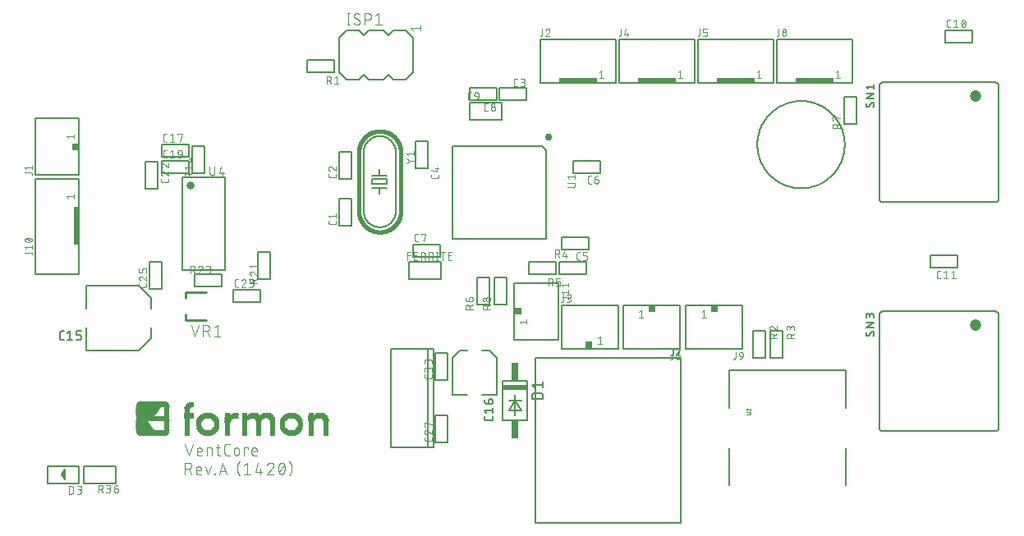
<source format=gto>
G04 EAGLE Gerber RS-274X export*
G75*
%MOMM*%
%FSLAX34Y34*%
%LPD*%
%INTop Silkscreen*%
%IPPOS*%
%AMOC8*
5,1,8,0,0,1.08239X$1,22.5*%
G01*
%ADD10R,0.218000X0.007031*%
%ADD11R,0.344600X0.007025*%
%ADD12R,0.436000X0.007038*%
%ADD13R,0.506300X0.007031*%
%ADD14R,0.506400X0.007031*%
%ADD15R,0.576700X0.007025*%
%ADD16R,0.576600X0.007025*%
%ADD17R,0.632900X0.007031*%
%ADD18R,2.686400X0.007038*%
%ADD19R,0.541400X0.007038*%
%ADD20R,0.682100X0.007038*%
%ADD21R,0.562600X0.007038*%
%ADD22R,0.555500X0.007038*%
%ADD23R,0.583700X0.007038*%
%ADD24R,0.569600X0.007038*%
%ADD25R,0.682200X0.007038*%
%ADD26R,0.576700X0.007038*%
%ADD27R,2.770700X0.007025*%
%ADD28R,0.548500X0.007025*%
%ADD29R,0.731300X0.007025*%
%ADD30R,0.562600X0.007025*%
%ADD31R,0.555500X0.007025*%
%ADD32R,0.583700X0.007025*%
%ADD33R,0.569600X0.007025*%
%ADD34R,0.731400X0.007025*%
%ADD35R,2.827000X0.007031*%
%ADD36R,0.548500X0.007031*%
%ADD37R,0.773500X0.007031*%
%ADD38R,0.562600X0.007031*%
%ADD39R,0.555500X0.007031*%
%ADD40R,0.583700X0.007031*%
%ADD41R,0.569600X0.007031*%
%ADD42R,0.773600X0.007031*%
%ADD43R,0.576700X0.007031*%
%ADD44R,2.876200X0.007031*%
%ADD45R,0.815700X0.007031*%
%ADD46R,0.815800X0.007031*%
%ADD47R,2.911400X0.007038*%
%ADD48R,0.548500X0.007038*%
%ADD49R,0.857900X0.007038*%
%ADD50R,0.858000X0.007038*%
%ADD51R,2.946600X0.007031*%
%ADD52R,0.893100X0.007031*%
%ADD53R,2.981700X0.007031*%
%ADD54R,0.928300X0.007031*%
%ADD55R,0.928200X0.007031*%
%ADD56R,3.002800X0.007025*%
%ADD57R,0.963500X0.007025*%
%ADD58R,0.963400X0.007025*%
%ADD59R,3.023900X0.007038*%
%ADD60R,0.998500X0.007038*%
%ADD61R,0.998600X0.007038*%
%ADD62R,3.052000X0.007031*%
%ADD63R,1.026700X0.007031*%
%ADD64R,1.026800X0.007031*%
%ADD65R,3.066100X0.007025*%
%ADD66R,1.054900X0.007025*%
%ADD67R,1.054800X0.007025*%
%ADD68R,3.094200X0.007031*%
%ADD69R,1.090000X0.007031*%
%ADD70R,3.108300X0.007025*%
%ADD71R,1.118100X0.007025*%
%ADD72R,1.118200X0.007025*%
%ADD73R,3.122400X0.007038*%
%ADD74R,1.146300X0.007038*%
%ADD75R,1.146200X0.007038*%
%ADD76R,3.143400X0.007031*%
%ADD77R,1.167300X0.007031*%
%ADD78R,1.167400X0.007031*%
%ADD79R,3.164600X0.007025*%
%ADD80R,1.195500X0.007025*%
%ADD81R,3.178600X0.007031*%
%ADD82R,1.223700X0.007031*%
%ADD83R,1.223600X0.007031*%
%ADD84R,3.192700X0.007038*%
%ADD85R,1.251700X0.007038*%
%ADD86R,1.251800X0.007038*%
%ADD87R,3.206800X0.007025*%
%ADD88R,1.272900X0.007025*%
%ADD89R,1.272800X0.007025*%
%ADD90R,3.220800X0.007031*%
%ADD91R,1.293900X0.007031*%
%ADD92R,1.294000X0.007031*%
%ADD93R,3.234900X0.007031*%
%ADD94R,1.322100X0.007031*%
%ADD95R,3.234900X0.007038*%
%ADD96R,1.336100X0.007038*%
%ADD97R,1.336200X0.007038*%
%ADD98R,3.248900X0.007031*%
%ADD99R,1.364300X0.007031*%
%ADD100R,1.364200X0.007031*%
%ADD101R,3.263000X0.007031*%
%ADD102R,1.378300X0.007031*%
%ADD103R,1.378400X0.007031*%
%ADD104R,3.277100X0.007025*%
%ADD105R,1.406500X0.007025*%
%ADD106R,1.406400X0.007025*%
%ADD107R,3.284100X0.007038*%
%ADD108R,1.420500X0.007038*%
%ADD109R,1.420600X0.007038*%
%ADD110R,3.291100X0.007031*%
%ADD111R,1.441700X0.007031*%
%ADD112R,1.448600X0.007031*%
%ADD113R,3.305200X0.007025*%
%ADD114R,1.462700X0.007025*%
%ADD115R,1.462800X0.007025*%
%ADD116R,3.305200X0.007031*%
%ADD117R,1.483800X0.007031*%
%ADD118R,3.319300X0.007025*%
%ADD119R,1.504900X0.007025*%
%ADD120R,1.505000X0.007025*%
%ADD121R,3.333300X0.007038*%
%ADD122R,1.518900X0.007038*%
%ADD123R,1.519000X0.007038*%
%ADD124R,3.333300X0.007031*%
%ADD125R,1.533100X0.007031*%
%ADD126R,1.533000X0.007031*%
%ADD127R,3.347400X0.007025*%
%ADD128R,1.554100X0.007025*%
%ADD129R,1.554200X0.007025*%
%ADD130R,3.347400X0.007031*%
%ADD131R,1.575300X0.007031*%
%ADD132R,1.575200X0.007031*%
%ADD133R,3.361500X0.007038*%
%ADD134R,1.589300X0.007038*%
%ADD135R,3.361500X0.007025*%
%ADD136R,1.603300X0.007025*%
%ADD137R,1.603400X0.007025*%
%ADD138R,3.368500X0.007031*%
%ADD139R,1.624500X0.007031*%
%ADD140R,1.617400X0.007031*%
%ADD141R,3.375500X0.007031*%
%ADD142R,1.638500X0.007031*%
%ADD143R,1.638600X0.007031*%
%ADD144R,3.375500X0.007038*%
%ADD145R,1.652600X0.007038*%
%ADD146R,3.389600X0.007031*%
%ADD147R,1.673700X0.007031*%
%ADD148R,1.687700X0.007031*%
%ADD149R,1.687800X0.007031*%
%ADD150R,3.389600X0.007025*%
%ADD151R,1.701900X0.007025*%
%ADD152R,1.701800X0.007025*%
%ADD153R,3.403700X0.007038*%
%ADD154R,1.715900X0.007038*%
%ADD155R,3.403700X0.007031*%
%ADD156R,1.729900X0.007031*%
%ADD157R,1.730000X0.007031*%
%ADD158R,3.403700X0.007025*%
%ADD159R,1.744100X0.007025*%
%ADD160R,1.744000X0.007025*%
%ADD161R,1.758100X0.007031*%
%ADD162R,3.417700X0.007025*%
%ADD163R,1.772100X0.007025*%
%ADD164R,1.772200X0.007025*%
%ADD165R,3.417700X0.007038*%
%ADD166R,1.786300X0.007038*%
%ADD167R,1.786200X0.007038*%
%ADD168R,3.417700X0.007031*%
%ADD169R,1.800300X0.007031*%
%ADD170R,1.814300X0.007025*%
%ADD171R,1.814400X0.007025*%
%ADD172R,1.828500X0.007031*%
%ADD173R,1.828400X0.007031*%
%ADD174R,3.424800X0.007038*%
%ADD175R,1.835500X0.007038*%
%ADD176R,1.835400X0.007038*%
%ADD177R,3.431800X0.007025*%
%ADD178R,1.849500X0.007025*%
%ADD179R,3.431800X0.007031*%
%ADD180R,1.863500X0.007031*%
%ADD181R,1.856600X0.007031*%
%ADD182R,1.870600X0.007031*%
%ADD183R,3.431800X0.007038*%
%ADD184R,1.884700X0.007038*%
%ADD185R,1.884600X0.007038*%
%ADD186R,1.898700X0.007031*%
%ADD187R,1.898800X0.007031*%
%ADD188R,1.912800X0.007031*%
%ADD189R,1.919900X0.007025*%
%ADD190R,1.919800X0.007025*%
%ADD191R,1.926900X0.007038*%
%ADD192R,1.926800X0.007038*%
%ADD193R,1.940900X0.007031*%
%ADD194R,1.941000X0.007031*%
%ADD195R,1.954900X0.007025*%
%ADD196R,1.955000X0.007025*%
%ADD197R,1.962000X0.007031*%
%ADD198R,1.976100X0.007025*%
%ADD199R,0.942300X0.007038*%
%ADD200R,0.935300X0.007038*%
%ADD201R,0.935400X0.007038*%
%ADD202R,0.886000X0.007031*%
%ADD203R,0.886100X0.007031*%
%ADD204R,0.857900X0.007025*%
%ADD205R,0.858000X0.007025*%
%ADD206R,0.850900X0.007025*%
%ADD207R,0.829800X0.007031*%
%ADD208R,0.822800X0.007031*%
%ADD209R,0.815700X0.007038*%
%ADD210R,0.808700X0.007038*%
%ADD211R,0.808800X0.007038*%
%ADD212R,0.794600X0.007025*%
%ADD213R,0.801700X0.007025*%
%ADD214R,0.787700X0.007025*%
%ADD215R,0.780500X0.007031*%
%ADD216R,0.780600X0.007031*%
%ADD217R,0.766600X0.007031*%
%ADD218R,0.766500X0.007031*%
%ADD219R,0.759500X0.007038*%
%ADD220R,0.752500X0.007038*%
%ADD221R,0.759400X0.007038*%
%ADD222R,0.752400X0.007038*%
%ADD223R,0.745400X0.007031*%
%ADD224R,0.738400X0.007031*%
%ADD225R,0.745500X0.007031*%
%ADD226R,1.926800X0.007031*%
%ADD227R,0.611800X0.007031*%
%ADD228R,0.731300X0.007031*%
%ADD229R,1.898700X0.007025*%
%ADD230R,0.724300X0.007025*%
%ADD231R,0.724400X0.007025*%
%ADD232R,1.877600X0.007038*%
%ADD233R,0.569700X0.007038*%
%ADD234R,0.724400X0.007038*%
%ADD235R,0.717300X0.007038*%
%ADD236R,1.856500X0.007031*%
%ADD237R,0.717300X0.007031*%
%ADD238R,0.710300X0.007031*%
%ADD239R,1.842500X0.007025*%
%ADD240R,0.548600X0.007025*%
%ADD241R,0.703200X0.007025*%
%ADD242R,0.696200X0.007025*%
%ADD243R,0.703300X0.007025*%
%ADD244R,1.835400X0.007031*%
%ADD245R,0.548600X0.007031*%
%ADD246R,0.703200X0.007031*%
%ADD247R,0.696200X0.007031*%
%ADD248R,1.821400X0.007025*%
%ADD249R,0.541500X0.007025*%
%ADD250R,0.689100X0.007025*%
%ADD251R,0.689200X0.007025*%
%ADD252R,0.682100X0.007025*%
%ADD253R,1.814300X0.007038*%
%ADD254R,0.534500X0.007038*%
%ADD255R,0.689200X0.007038*%
%ADD256R,1.807300X0.007031*%
%ADD257R,0.534500X0.007031*%
%ADD258R,0.675100X0.007031*%
%ADD259R,0.682100X0.007031*%
%ADD260R,1.800300X0.007025*%
%ADD261R,0.527500X0.007025*%
%ADD262R,0.675100X0.007025*%
%ADD263R,0.668100X0.007025*%
%ADD264R,1.793200X0.007031*%
%ADD265R,0.527500X0.007031*%
%ADD266R,0.668000X0.007031*%
%ADD267R,0.668100X0.007031*%
%ADD268R,0.520400X0.007038*%
%ADD269R,0.661000X0.007038*%
%ADD270R,0.654000X0.007038*%
%ADD271R,0.661100X0.007038*%
%ADD272R,1.779200X0.007025*%
%ADD273R,0.520400X0.007025*%
%ADD274R,0.661100X0.007025*%
%ADD275R,0.654000X0.007025*%
%ADD276R,0.661000X0.007025*%
%ADD277R,1.772100X0.007031*%
%ADD278R,0.520400X0.007031*%
%ADD279R,0.654000X0.007031*%
%ADD280R,0.647000X0.007031*%
%ADD281R,1.765100X0.007038*%
%ADD282R,0.647000X0.007038*%
%ADD283R,0.640000X0.007038*%
%ADD284R,0.646900X0.007038*%
%ADD285R,0.646900X0.007031*%
%ADD286R,0.639900X0.007031*%
%ADD287R,0.640000X0.007031*%
%ADD288R,1.751000X0.007031*%
%ADD289R,1.751000X0.007025*%
%ADD290R,0.632900X0.007025*%
%ADD291R,0.633000X0.007025*%
%ADD292R,0.625900X0.007025*%
%ADD293R,1.744000X0.007038*%
%ADD294R,0.632900X0.007038*%
%ADD295R,0.625900X0.007038*%
%ADD296R,1.737000X0.007031*%
%ADD297R,0.625900X0.007031*%
%ADD298R,0.625800X0.007031*%
%ADD299R,0.618800X0.007031*%
%ADD300R,1.729900X0.007025*%
%ADD301R,0.618900X0.007025*%
%ADD302R,0.625800X0.007025*%
%ADD303R,0.618900X0.007031*%
%ADD304R,0.611900X0.007031*%
%ADD305R,1.722900X0.007025*%
%ADD306R,0.618800X0.007025*%
%ADD307R,0.611800X0.007025*%
%ADD308R,0.611800X0.007038*%
%ADD309R,0.604800X0.007038*%
%ADD310R,1.715900X0.007031*%
%ADD311R,0.604800X0.007031*%
%ADD312R,1.708800X0.007025*%
%ADD313R,0.611900X0.007025*%
%ADD314R,0.604800X0.007025*%
%ADD315R,1.701800X0.007031*%
%ADD316R,0.597700X0.007031*%
%ADD317R,1.694800X0.007038*%
%ADD318R,0.597800X0.007038*%
%ADD319R,1.694800X0.007025*%
%ADD320R,0.597800X0.007025*%
%ADD321R,0.590700X0.007025*%
%ADD322R,0.597700X0.007025*%
%ADD323R,0.597800X0.007031*%
%ADD324R,0.590800X0.007031*%
%ADD325R,1.680700X0.007031*%
%ADD326R,0.590700X0.007031*%
%ADD327R,1.673700X0.007038*%
%ADD328R,0.590700X0.007038*%
%ADD329R,0.590800X0.007038*%
%ADD330R,1.666700X0.007031*%
%ADD331R,1.659600X0.007025*%
%ADD332R,0.583600X0.007038*%
%ADD333R,1.652600X0.007031*%
%ADD334R,0.576600X0.007031*%
%ADD335R,1.645600X0.007025*%
%ADD336R,1.631500X0.007025*%
%ADD337R,1.631500X0.007038*%
%ADD338R,0.576600X0.007038*%
%ADD339R,1.617400X0.007025*%
%ADD340R,1.610400X0.007031*%
%ADD341R,0.569700X0.007031*%
%ADD342R,0.562500X0.007031*%
%ADD343R,1.610400X0.007038*%
%ADD344R,1.596300X0.007031*%
%ADD345R,1.589300X0.007031*%
%ADD346R,1.582300X0.007031*%
%ADD347R,1.575200X0.007025*%
%ADD348R,0.555600X0.007025*%
%ADD349R,1.568200X0.007031*%
%ADD350R,0.555600X0.007031*%
%ADD351R,1.561200X0.007038*%
%ADD352R,0.555600X0.007038*%
%ADD353R,1.554100X0.007031*%
%ADD354R,1.547100X0.007025*%
%ADD355R,1.540100X0.007038*%
%ADD356R,1.533000X0.007025*%
%ADD357R,1.526000X0.007031*%
%ADD358R,1.511900X0.007025*%
%ADD359R,1.511900X0.007031*%
%ADD360R,0.541500X0.007031*%
%ADD361R,1.504900X0.007031*%
%ADD362R,0.541400X0.007031*%
%ADD363R,1.497900X0.007038*%
%ADD364R,1.490800X0.007031*%
%ADD365R,1.483800X0.007025*%
%ADD366R,1.476800X0.007031*%
%ADD367R,1.469700X0.007038*%
%ADD368R,0.541500X0.007038*%
%ADD369R,0.548600X0.007038*%
%ADD370R,1.469700X0.007025*%
%ADD371R,1.462700X0.007031*%
%ADD372R,1.455700X0.007025*%
%ADD373R,1.455700X0.007038*%
%ADD374R,1.441600X0.007025*%
%ADD375R,0.541400X0.007025*%
%ADD376R,1.434600X0.007031*%
%ADD377R,1.434600X0.007038*%
%ADD378R,1.427600X0.007025*%
%ADD379R,0.534500X0.007025*%
%ADD380R,1.420500X0.007031*%
%ADD381R,1.413500X0.007031*%
%ADD382R,1.413500X0.007038*%
%ADD383R,1.406500X0.007031*%
%ADD384R,1.399400X0.007031*%
%ADD385R,1.392400X0.007025*%
%ADD386R,1.392400X0.007031*%
%ADD387R,1.385400X0.007038*%
%ADD388R,1.378300X0.007025*%
%ADD389R,1.371300X0.007031*%
%ADD390R,1.371300X0.007025*%
%ADD391R,1.364300X0.007038*%
%ADD392R,1.357200X0.007031*%
%ADD393R,1.350200X0.007025*%
%ADD394R,1.350200X0.007031*%
%ADD395R,1.343200X0.007038*%
%ADD396R,1.336100X0.007025*%
%ADD397R,1.336100X0.007031*%
%ADD398R,1.329100X0.007031*%
%ADD399R,1.322100X0.007038*%
%ADD400R,1.315000X0.007031*%
%ADD401R,1.308000X0.007025*%
%ADD402R,1.301000X0.007031*%
%ADD403R,1.293900X0.007038*%
%ADD404R,1.293900X0.007025*%
%ADD405R,1.286900X0.007031*%
%ADD406R,1.279900X0.007025*%
%ADD407R,1.272800X0.007038*%
%ADD408R,1.272800X0.007031*%
%ADD409R,1.265800X0.007025*%
%ADD410R,1.258800X0.007031*%
%ADD411R,1.251700X0.007025*%
%ADD412R,1.244700X0.007031*%
%ADD413R,1.237700X0.007031*%
%ADD414R,1.230600X0.007038*%
%ADD415R,1.230600X0.007031*%
%ADD416R,1.216600X0.007025*%
%ADD417R,1.209500X0.007031*%
%ADD418R,1.209500X0.007038*%
%ADD419R,0.597700X0.007038*%
%ADD420R,1.202500X0.007025*%
%ADD421R,0.562500X0.007025*%
%ADD422R,1.195500X0.007031*%
%ADD423R,1.188500X0.007038*%
%ADD424R,1.181400X0.007031*%
%ADD425R,1.174400X0.007025*%
%ADD426R,1.174400X0.007031*%
%ADD427R,1.167400X0.007038*%
%ADD428R,0.527500X0.007038*%
%ADD429R,0.618800X0.007038*%
%ADD430R,1.160300X0.007025*%
%ADD431R,0.583600X0.007025*%
%ADD432R,1.160300X0.007031*%
%ADD433R,1.153300X0.007038*%
%ADD434R,1.153300X0.007031*%
%ADD435R,0.583600X0.007031*%
%ADD436R,0.590800X0.007025*%
%ADD437R,0.639900X0.007025*%
%ADD438R,1.174400X0.007038*%
%ADD439R,0.661000X0.007031*%
%ADD440R,0.668000X0.007038*%
%ADD441R,0.611900X0.007038*%
%ADD442R,0.618900X0.007038*%
%ADD443R,0.604700X0.007038*%
%ADD444R,0.604700X0.007025*%
%ADD445R,0.639900X0.007038*%
%ADD446R,0.703200X0.007038*%
%ADD447R,0.625800X0.007038*%
%ADD448R,0.633000X0.007038*%
%ADD449R,0.668100X0.007038*%
%ADD450R,0.710200X0.007031*%
%ADD451R,0.661100X0.007031*%
%ADD452R,0.633000X0.007031*%
%ADD453R,0.647000X0.007025*%
%ADD454R,0.640000X0.007025*%
%ADD455R,0.646900X0.007025*%
%ADD456R,0.689200X0.007031*%
%ADD457R,0.738400X0.007038*%
%ADD458R,0.710300X0.007038*%
%ADD459R,0.745400X0.007025*%
%ADD460R,0.668000X0.007025*%
%ADD461R,0.710200X0.007025*%
%ADD462R,0.654100X0.007025*%
%ADD463R,0.752400X0.007031*%
%ADD464R,0.724400X0.007031*%
%ADD465R,0.731400X0.007031*%
%ADD466R,0.759500X0.007025*%
%ADD467R,0.675100X0.007038*%
%ADD468R,0.766500X0.007038*%
%ADD469R,0.696200X0.007038*%
%ADD470R,0.745400X0.007038*%
%ADD471R,0.682200X0.007031*%
%ADD472R,0.759500X0.007031*%
%ADD473R,0.780600X0.007025*%
%ADD474R,0.766500X0.007025*%
%ADD475R,0.773600X0.007025*%
%ADD476R,0.689100X0.007031*%
%ADD477R,0.794600X0.007031*%
%ADD478R,0.724300X0.007031*%
%ADD479R,0.787600X0.007031*%
%ADD480R,0.801700X0.007038*%
%ADD481R,0.731300X0.007038*%
%ADD482R,0.794700X0.007038*%
%ADD483R,0.808700X0.007025*%
%ADD484R,0.815700X0.007025*%
%ADD485R,0.822700X0.007031*%
%ADD486R,0.843900X0.007031*%
%ADD487R,0.836800X0.007031*%
%ADD488R,0.724300X0.007038*%
%ADD489R,0.843900X0.007038*%
%ADD490R,0.773500X0.007038*%
%ADD491R,0.731400X0.007038*%
%ADD492R,0.703300X0.007038*%
%ADD493R,0.857900X0.007031*%
%ADD494R,0.879000X0.007031*%
%ADD495R,0.872000X0.007031*%
%ADD496R,0.801600X0.007031*%
%ADD497R,0.900200X0.007031*%
%ADD498R,0.752500X0.007025*%
%ADD499R,0.886000X0.007025*%
%ADD500R,0.921200X0.007025*%
%ADD501R,0.752400X0.007025*%
%ADD502R,0.886100X0.007025*%
%ADD503R,0.900100X0.007031*%
%ADD504R,0.942400X0.007031*%
%ADD505R,0.907200X0.007031*%
%ADD506R,0.773600X0.007038*%
%ADD507R,0.921200X0.007038*%
%ADD508R,0.843800X0.007038*%
%ADD509R,0.963400X0.007038*%
%ADD510R,0.780600X0.007038*%
%ADD511R,0.766600X0.007038*%
%ADD512R,0.787600X0.007025*%
%ADD513R,0.942300X0.007025*%
%ADD514R,0.021100X0.007025*%
%ADD515R,0.998600X0.007025*%
%ADD516R,0.935300X0.007025*%
%ADD517R,0.963500X0.007031*%
%ADD518R,0.801700X0.007031*%
%ADD519R,0.794700X0.007031*%
%ADD520R,0.963400X0.007031*%
%ADD521R,0.049200X0.007031*%
%ADD522R,0.956400X0.007031*%
%ADD523R,0.815800X0.007025*%
%ADD524R,0.991500X0.007025*%
%ADD525R,0.091400X0.007025*%
%ADD526R,0.893100X0.007025*%
%ADD527R,0.822800X0.007025*%
%ADD528R,0.977500X0.007025*%
%ADD529R,0.963500X0.007038*%
%ADD530R,0.836800X0.007038*%
%ADD531R,1.033700X0.007038*%
%ADD532R,0.133600X0.007038*%
%ADD533R,0.914200X0.007038*%
%ADD534R,1.097100X0.007038*%
%ADD535R,0.836900X0.007038*%
%ADD536R,0.794600X0.007038*%
%ADD537R,0.850900X0.007031*%
%ADD538R,1.104000X0.007031*%
%ADD539R,0.935300X0.007031*%
%ADD540R,1.132200X0.007031*%
%ADD541R,0.858000X0.007031*%
%ADD542R,1.385300X0.007025*%
%ADD543R,0.970400X0.007025*%
%ADD544R,1.181400X0.007025*%
%ADD545R,0.879000X0.007025*%
%ADD546R,1.061900X0.007025*%
%ADD547R,1.385300X0.007031*%
%ADD548R,1.005600X0.007031*%
%ADD549R,1.251800X0.007031*%
%ADD550R,1.118100X0.007031*%
%ADD551R,1.997100X0.007038*%
%ADD552R,1.385300X0.007038*%
%ADD553R,2.447200X0.007038*%
%ADD554R,1.997200X0.007038*%
%ADD555R,2.067500X0.007038*%
%ADD556R,1.990100X0.007025*%
%ADD557R,3.333300X0.007025*%
%ADD558R,1.990200X0.007025*%
%ADD559R,2.060500X0.007025*%
%ADD560R,1.983100X0.007031*%
%ADD561R,3.326300X0.007031*%
%ADD562R,1.983200X0.007031*%
%ADD563R,2.060500X0.007031*%
%ADD564R,1.969100X0.007031*%
%ADD565R,1.969000X0.007031*%
%ADD566R,2.053400X0.007031*%
%ADD567R,3.326300X0.007025*%
%ADD568R,2.053400X0.007025*%
%ADD569R,1.947900X0.007038*%
%ADD570R,3.319200X0.007038*%
%ADD571R,1.948000X0.007038*%
%ADD572R,2.053400X0.007038*%
%ADD573R,1.933900X0.007031*%
%ADD574R,3.319200X0.007031*%
%ADD575R,2.046400X0.007031*%
%ADD576R,1.926900X0.007025*%
%ADD577R,3.312200X0.007025*%
%ADD578R,1.926800X0.007025*%
%ADD579R,2.046400X0.007025*%
%ADD580R,3.312200X0.007031*%
%ADD581R,2.039400X0.007031*%
%ADD582R,1.898700X0.007038*%
%ADD583R,3.312200X0.007038*%
%ADD584R,1.898800X0.007038*%
%ADD585R,2.039400X0.007038*%
%ADD586R,1.891700X0.007025*%
%ADD587R,2.032300X0.007025*%
%ADD588R,1.877700X0.007031*%
%ADD589R,1.877600X0.007031*%
%ADD590R,2.025300X0.007031*%
%ADD591R,1.870600X0.007025*%
%ADD592R,3.298100X0.007025*%
%ADD593R,2.025300X0.007025*%
%ADD594R,1.856500X0.007038*%
%ADD595R,3.298100X0.007038*%
%ADD596R,1.856600X0.007038*%
%ADD597R,2.018300X0.007038*%
%ADD598R,1.842500X0.007031*%
%ADD599R,1.842400X0.007031*%
%ADD600R,2.018300X0.007031*%
%ADD601R,1.828500X0.007025*%
%ADD602R,3.291100X0.007025*%
%ADD603R,1.828400X0.007025*%
%ADD604R,2.011300X0.007025*%
%ADD605R,1.814300X0.007031*%
%ADD606R,3.284100X0.007031*%
%ADD607R,1.814400X0.007031*%
%ADD608R,2.011300X0.007031*%
%ADD609R,1.800300X0.007038*%
%ADD610R,2.004200X0.007038*%
%ADD611R,1.786300X0.007025*%
%ADD612R,3.277000X0.007025*%
%ADD613R,1.786200X0.007025*%
%ADD614R,1.997200X0.007025*%
%ADD615R,1.905800X0.007031*%
%ADD616R,1.779200X0.007031*%
%ADD617R,3.277000X0.007031*%
%ADD618R,1.772200X0.007031*%
%ADD619R,1.997200X0.007031*%
%ADD620R,1.765100X0.007031*%
%ADD621R,3.270000X0.007031*%
%ADD622R,1.765200X0.007031*%
%ADD623R,1.990200X0.007031*%
%ADD624R,1.751100X0.007025*%
%ADD625R,3.263000X0.007025*%
%ADD626R,1.737000X0.007038*%
%ADD627R,3.263000X0.007038*%
%ADD628R,1.983100X0.007038*%
%ADD629R,1.884700X0.007031*%
%ADD630R,1.722900X0.007031*%
%ADD631R,3.255900X0.007031*%
%ADD632R,1.723000X0.007031*%
%ADD633R,1.976100X0.007031*%
%ADD634R,1.884700X0.007025*%
%ADD635R,3.255900X0.007025*%
%ADD636R,3.241900X0.007038*%
%ADD637R,1.962000X0.007038*%
%ADD638R,1.659700X0.007025*%
%ADD639R,3.241900X0.007025*%
%ADD640R,1.891700X0.007031*%
%ADD641R,1.645500X0.007031*%
%ADD642R,3.234800X0.007031*%
%ADD643R,1.645600X0.007031*%
%ADD644R,1.955000X0.007031*%
%ADD645R,2.658200X0.007025*%
%ADD646R,1.364300X0.007025*%
%ADD647R,1.905800X0.007038*%
%ADD648R,1.617500X0.007038*%
%ADD649R,1.244700X0.007038*%
%ADD650R,1.392400X0.007038*%
%ADD651R,1.617400X0.007038*%
%ADD652R,1.350200X0.007038*%
%ADD653R,1.596400X0.007031*%
%ADD654R,1.336200X0.007031*%
%ADD655R,1.912800X0.007025*%
%ADD656R,1.575300X0.007025*%
%ADD657R,1.230700X0.007025*%
%ADD658R,1.364200X0.007025*%
%ADD659R,1.329200X0.007025*%
%ADD660R,1.919800X0.007031*%
%ADD661R,1.561100X0.007031*%
%ADD662R,1.216600X0.007031*%
%ADD663R,1.343200X0.007031*%
%ADD664R,1.561200X0.007031*%
%ADD665R,1.547100X0.007038*%
%ADD666R,1.202500X0.007038*%
%ADD667R,1.308000X0.007038*%
%ADD668R,1.526000X0.007025*%
%ADD669R,0.801600X0.007025*%
%ADD670R,1.188500X0.007025*%
%ADD671R,1.322100X0.007025*%
%ADD672R,1.294000X0.007025*%
%ADD673R,1.308000X0.007031*%
%ADD674R,1.505000X0.007031*%
%ADD675R,1.279900X0.007031*%
%ADD676R,1.490900X0.007031*%
%ADD677R,1.265800X0.007031*%
%ADD678R,1.947900X0.007025*%
%ADD679R,0.780500X0.007025*%
%ADD680R,1.153300X0.007025*%
%ADD681R,1.469800X0.007025*%
%ADD682R,1.251800X0.007025*%
%ADD683R,1.448700X0.007038*%
%ADD684R,1.139200X0.007038*%
%ADD685R,1.258800X0.007038*%
%ADD686R,1.448600X0.007038*%
%ADD687R,1.237700X0.007038*%
%ADD688R,1.118200X0.007031*%
%ADD689R,1.962000X0.007025*%
%ADD690R,1.413500X0.007025*%
%ADD691R,1.104000X0.007025*%
%ADD692R,1.223700X0.007025*%
%ADD693R,1.209600X0.007025*%
%ADD694R,1.097000X0.007031*%
%ADD695R,1.202500X0.007031*%
%ADD696R,1.969000X0.007038*%
%ADD697R,1.371300X0.007038*%
%ADD698R,1.083000X0.007038*%
%ADD699R,1.181400X0.007038*%
%ADD700R,1.350300X0.007025*%
%ADD701R,1.068900X0.007025*%
%ADD702R,1.167400X0.007025*%
%ADD703R,1.047800X0.007031*%
%ADD704R,1.329200X0.007031*%
%ADD705R,1.983100X0.007025*%
%ADD706R,1.308100X0.007025*%
%ADD707R,0.534400X0.007025*%
%ADD708R,0.717300X0.007025*%
%ADD709R,1.033700X0.007025*%
%ADD710R,1.132200X0.007025*%
%ADD711R,1.990100X0.007038*%
%ADD712R,1.279900X0.007038*%
%ADD713R,0.534400X0.007038*%
%ADD714R,0.710200X0.007038*%
%ADD715R,1.019700X0.007038*%
%ADD716R,1.111100X0.007038*%
%ADD717R,1.118200X0.007038*%
%ADD718R,0.534400X0.007031*%
%ADD719R,0.998500X0.007031*%
%ADD720R,2.004200X0.007025*%
%ADD721R,1.237700X0.007025*%
%ADD722R,1.083000X0.007025*%
%ADD723R,2.004200X0.007031*%
%ADD724R,0.527400X0.007031*%
%ADD725R,1.047900X0.007031*%
%ADD726R,1.209600X0.007031*%
%ADD727R,1.061800X0.007031*%
%ADD728R,2.011200X0.007038*%
%ADD729R,1.181500X0.007038*%
%ADD730R,0.527400X0.007038*%
%ADD731R,1.040800X0.007038*%
%ADD732R,2.018300X0.007025*%
%ADD733R,0.527400X0.007025*%
%ADD734R,0.928300X0.007025*%
%ADD735R,1.005700X0.007025*%
%ADD736R,1.026700X0.007025*%
%ADD737R,1.125100X0.007031*%
%ADD738R,0.907100X0.007031*%
%ADD739R,0.984500X0.007031*%
%ADD740R,1.125200X0.007031*%
%ADD741R,1.097100X0.007031*%
%ADD742R,0.879100X0.007031*%
%ADD743R,0.865000X0.007025*%
%ADD744R,1.040700X0.007038*%
%ADD745R,0.907200X0.007038*%
%ADD746R,1.012700X0.007031*%
%ADD747R,0.604700X0.007031*%
%ADD748R,1.012600X0.007031*%
%ADD749R,0.914200X0.007031*%
%ADD750R,0.513300X0.007025*%
%ADD751R,0.942300X0.007031*%
%ADD752R,0.513300X0.007031*%
%ADD753R,0.865000X0.007031*%
%ADD754R,2.060500X0.007038*%
%ADD755R,0.513300X0.007038*%
%ADD756R,2.067500X0.007025*%
%ADD757R,0.872100X0.007025*%
%ADD758R,0.766600X0.007025*%
%ADD759R,0.872000X0.007025*%
%ADD760R,0.808800X0.007025*%
%ADD761R,2.067500X0.007031*%
%ADD762R,0.829900X0.007031*%
%ADD763R,2.074500X0.007025*%
%ADD764R,0.794700X0.007025*%
%ADD765R,0.506300X0.007025*%
%ADD766R,2.081600X0.007038*%
%ADD767R,0.745500X0.007038*%
%ADD768R,0.506300X0.007038*%
%ADD769R,2.088600X0.007031*%
%ADD770R,0.703300X0.007031*%
%ADD771R,0.492300X0.007031*%
%ADD772R,0.485200X0.007031*%
%ADD773R,2.088600X0.007025*%
%ADD774R,0.457100X0.007025*%
%ADD775R,2.095600X0.007031*%
%ADD776R,0.414900X0.007031*%
%ADD777R,0.499300X0.007031*%
%ADD778R,2.102700X0.007038*%
%ADD779R,0.358700X0.007038*%
%ADD780R,0.450100X0.007038*%
%ADD781R,0.478200X0.007038*%
%ADD782R,2.109700X0.007025*%
%ADD783R,0.464100X0.007025*%
%ADD784R,0.302400X0.007025*%
%ADD785R,0.393900X0.007025*%
%ADD786R,0.421900X0.007025*%
%ADD787R,0.464200X0.007025*%
%ADD788R,0.492200X0.007025*%
%ADD789R,2.109700X0.007031*%
%ADD790R,0.386800X0.007031*%
%ADD791R,0.239100X0.007031*%
%ADD792R,0.337500X0.007031*%
%ADD793R,0.358700X0.007031*%
%ADD794R,0.436000X0.007031*%
%ADD795R,2.116700X0.007031*%
%ADD796R,0.281300X0.007031*%
%ADD797R,0.140600X0.007031*%
%ADD798R,0.260200X0.007031*%
%ADD799R,0.267200X0.007031*%
%ADD800R,0.351600X0.007031*%
%ADD801R,2.123800X0.007025*%
%ADD802R,0.077300X0.007025*%
%ADD803R,0.133600X0.007025*%
%ADD804R,0.140600X0.007025*%
%ADD805R,0.077400X0.007025*%
%ADD806R,0.196900X0.007025*%
%ADD807R,2.130800X0.007038*%
%ADD808R,2.130800X0.007031*%
%ADD809R,2.137800X0.007025*%
%ADD810R,2.144900X0.007031*%
%ADD811R,2.151900X0.007038*%
%ADD812R,2.151900X0.007025*%
%ADD813R,2.158900X0.007031*%
%ADD814R,2.165900X0.007025*%
%ADD815R,2.173000X0.007038*%
%ADD816R,2.173000X0.007031*%
%ADD817R,2.180000X0.007025*%
%ADD818R,2.187000X0.007031*%
%ADD819R,2.194100X0.007038*%
%ADD820R,2.194100X0.007025*%
%ADD821R,2.201100X0.007031*%
%ADD822R,2.208100X0.007031*%
%ADD823R,2.215200X0.007025*%
%ADD824R,2.215200X0.007038*%
%ADD825R,2.222200X0.007031*%
%ADD826R,2.229200X0.007025*%
%ADD827R,2.236300X0.007031*%
%ADD828R,2.236300X0.007038*%
%ADD829R,2.243300X0.007025*%
%ADD830R,2.250300X0.007031*%
%ADD831R,2.257400X0.007025*%
%ADD832R,2.257400X0.007038*%
%ADD833R,2.264400X0.007031*%
%ADD834R,2.271400X0.007025*%
%ADD835R,2.278500X0.007031*%
%ADD836R,2.278500X0.007038*%
%ADD837R,2.285500X0.007025*%
%ADD838R,2.292500X0.007031*%
%ADD839R,2.299600X0.007031*%
%ADD840R,2.299600X0.007025*%
%ADD841R,2.306600X0.007038*%
%ADD842R,2.313600X0.007031*%
%ADD843R,2.320700X0.007025*%
%ADD844R,2.320700X0.007031*%
%ADD845R,2.327700X0.007038*%
%ADD846R,2.334700X0.007025*%
%ADD847R,2.341800X0.007031*%
%ADD848R,2.341800X0.007025*%
%ADD849R,2.348800X0.007038*%
%ADD850R,2.355800X0.007031*%
%ADD851R,2.362900X0.007025*%
%ADD852R,2.362900X0.007031*%
%ADD853R,2.369900X0.007038*%
%ADD854R,2.376900X0.007025*%
%ADD855R,2.384000X0.007031*%
%ADD856R,2.391000X0.007025*%
%ADD857R,2.398000X0.007038*%
%ADD858R,2.405000X0.007031*%
%ADD859R,2.405000X0.007025*%
%ADD860R,2.412100X0.007031*%
%ADD861R,2.419100X0.007038*%
%ADD862R,2.426100X0.007025*%
%ADD863R,2.426100X0.007031*%
%ADD864R,2.433200X0.007025*%
%ADD865R,2.440200X0.007038*%
%ADD866R,2.447200X0.007031*%
%ADD867R,2.447200X0.007025*%
%ADD868R,2.454300X0.007031*%
%ADD869R,2.461300X0.007038*%
%ADD870R,2.468300X0.007025*%
%ADD871R,2.468300X0.007031*%
%ADD872R,2.475400X0.007031*%
%ADD873R,2.482400X0.007025*%
%ADD874R,2.489400X0.007038*%
%ADD875R,2.489400X0.007031*%
%ADD876R,2.496500X0.007025*%
%ADD877R,2.503500X0.007031*%
%ADD878R,2.510500X0.007038*%
%ADD879R,2.510500X0.007025*%
%ADD880R,2.517600X0.007031*%
%ADD881R,2.524600X0.007025*%
%ADD882R,2.531600X0.007038*%
%ADD883R,2.538700X0.007031*%
%ADD884R,2.552700X0.007025*%
%ADD885R,2.559800X0.007031*%
%ADD886R,2.573800X0.007031*%
%ADD887R,2.580900X0.007038*%
%ADD888R,2.602000X0.007031*%
%ADD889R,0.675200X0.007031*%
%ADD890R,2.616000X0.007031*%
%ADD891R,2.644100X0.007025*%
%ADD892R,0.893200X0.007038*%
%ADD893R,0.893200X0.007025*%
%ADD894R,0.879100X0.007038*%
%ADD895R,0.872100X0.007031*%
%ADD896R,0.865000X0.007038*%
%ADD897R,0.851000X0.007025*%
%ADD898R,0.851000X0.007038*%
%ADD899R,0.836900X0.007025*%
%ADD900R,0.836900X0.007031*%
%ADD901R,0.829900X0.007038*%
%ADD902R,3.424800X0.007025*%
%ADD903R,3.410700X0.007031*%
%ADD904R,0.787700X0.007031*%
%ADD905R,3.396600X0.007025*%
%ADD906R,3.389600X0.007038*%
%ADD907R,3.382600X0.007025*%
%ADD908R,0.738400X0.007025*%
%ADD909R,3.361500X0.007031*%
%ADD910R,3.347400X0.007038*%
%ADD911R,0.675200X0.007025*%
%ADD912R,3.319300X0.007031*%
%ADD913R,0.654100X0.007031*%
%ADD914R,3.305200X0.007038*%
%ADD915R,3.298200X0.007031*%
%ADD916R,3.248900X0.007025*%
%ADD917R,3.220800X0.007038*%
%ADD918R,3.192700X0.007031*%
%ADD919R,3.178600X0.007025*%
%ADD920R,0.506400X0.007025*%
%ADD921R,3.164600X0.007038*%
%ADD922R,0.485300X0.007038*%
%ADD923R,3.150500X0.007031*%
%ADD924R,0.471200X0.007031*%
%ADD925R,3.136400X0.007025*%
%ADD926R,0.450100X0.007025*%
%ADD927R,3.122400X0.007031*%
%ADD928R,0.429000X0.007031*%
%ADD929R,0.407900X0.007031*%
%ADD930R,3.080200X0.007038*%
%ADD931R,0.386800X0.007038*%
%ADD932R,3.066100X0.007031*%
%ADD933R,3.038000X0.007031*%
%ADD934R,0.330600X0.007031*%
%ADD935R,3.009800X0.007025*%
%ADD936R,0.295400X0.007025*%
%ADD937R,2.988800X0.007038*%
%ADD938R,0.253200X0.007038*%
%ADD939R,2.960600X0.007031*%
%ADD940R,0.204000X0.007031*%
%ADD941R,2.925500X0.007025*%
%ADD942R,0.014000X0.007025*%
%ADD943R,2.897300X0.007031*%
%ADD944R,2.855100X0.007038*%
%ADD945R,2.805900X0.007025*%
%ADD946R,2.742600X0.007031*%
%ADD947C,0.101600*%
%ADD948C,0.127000*%
%ADD949C,0.177800*%
%ADD950C,0.152400*%
%ADD951R,2.540000X0.508000*%
%ADD952R,0.762000X1.905000*%
%ADD953C,0.203200*%
%ADD954C,0.076200*%
%ADD955R,0.635000X0.635000*%
%ADD956R,0.500000X4.000000*%
%ADD957R,4.000000X0.500000*%
%ADD958C,0.762000*%
%ADD959C,0.802000*%
%ADD960C,0.254000*%
%ADD961C,0.406400*%
%ADD962C,0.025400*%
%ADD963C,1.198000*%


D10*
X182199Y63909D03*
X268134Y63909D03*
D11*
X182199Y63980D03*
X268134Y63980D03*
D12*
X182163Y64050D03*
X268169Y64050D03*
D13*
X182164Y64120D03*
D14*
X268169Y64120D03*
D15*
X182164Y64191D03*
D16*
X268169Y64191D03*
D17*
X182164Y64261D03*
X268170Y64261D03*
D18*
X125272Y64331D03*
D19*
X160539Y64331D03*
D20*
X182199Y64331D03*
D21*
X202417Y64331D03*
D22*
X220385Y64331D03*
D23*
X234590Y64331D03*
D24*
X248584Y64331D03*
D25*
X268134Y64331D03*
D26*
X288423Y64331D03*
D21*
X304175Y64331D03*
D27*
X125272Y64402D03*
D28*
X160504Y64402D03*
D29*
X182164Y64402D03*
D30*
X202417Y64402D03*
D31*
X220385Y64402D03*
D32*
X234590Y64402D03*
D33*
X248584Y64402D03*
D34*
X268169Y64402D03*
D15*
X288423Y64402D03*
D33*
X304210Y64402D03*
D35*
X125272Y64472D03*
D36*
X160504Y64472D03*
D37*
X182164Y64472D03*
D38*
X202417Y64472D03*
D39*
X220385Y64472D03*
D40*
X234590Y64472D03*
D41*
X248584Y64472D03*
D42*
X268169Y64472D03*
D43*
X288423Y64472D03*
D41*
X304210Y64472D03*
D44*
X125307Y64542D03*
D36*
X160504Y64542D03*
D45*
X182164Y64542D03*
D38*
X202417Y64542D03*
D39*
X220385Y64542D03*
D40*
X234590Y64542D03*
D41*
X248584Y64542D03*
D46*
X268169Y64542D03*
D43*
X288423Y64542D03*
D41*
X304210Y64542D03*
D47*
X125272Y64613D03*
D48*
X160504Y64613D03*
D49*
X182164Y64613D03*
D21*
X202417Y64613D03*
D22*
X220385Y64613D03*
D23*
X234590Y64613D03*
D24*
X248584Y64613D03*
D50*
X268169Y64613D03*
D26*
X288423Y64613D03*
D24*
X304210Y64613D03*
D51*
X125307Y64683D03*
D36*
X160504Y64683D03*
D52*
X182199Y64683D03*
D38*
X202417Y64683D03*
D39*
X220385Y64683D03*
D40*
X234590Y64683D03*
D41*
X248584Y64683D03*
D52*
X268134Y64683D03*
D43*
X288423Y64683D03*
D41*
X304210Y64683D03*
D53*
X125272Y64753D03*
D36*
X160504Y64753D03*
D54*
X182164Y64753D03*
D38*
X202417Y64753D03*
D39*
X220385Y64753D03*
D40*
X234590Y64753D03*
D41*
X248584Y64753D03*
D55*
X268169Y64753D03*
D43*
X288423Y64753D03*
D41*
X304210Y64753D03*
D56*
X125307Y64823D03*
D28*
X160504Y64823D03*
D57*
X182199Y64823D03*
D30*
X202417Y64823D03*
D31*
X220385Y64823D03*
D32*
X234590Y64823D03*
D33*
X248584Y64823D03*
D58*
X268134Y64823D03*
D15*
X288423Y64823D03*
D33*
X304210Y64823D03*
D59*
X125272Y64894D03*
D48*
X160504Y64894D03*
D60*
X182164Y64894D03*
D21*
X202417Y64894D03*
D22*
X220385Y64894D03*
D23*
X234590Y64894D03*
D24*
X248584Y64894D03*
D61*
X268169Y64894D03*
D26*
X288423Y64894D03*
D24*
X304210Y64894D03*
D62*
X125272Y64964D03*
D36*
X160504Y64964D03*
D63*
X182164Y64964D03*
D38*
X202417Y64964D03*
D39*
X220385Y64964D03*
D40*
X234590Y64964D03*
D41*
X248584Y64964D03*
D64*
X268169Y64964D03*
D43*
X288423Y64964D03*
D41*
X304210Y64964D03*
D65*
X125272Y65034D03*
D28*
X160504Y65034D03*
D66*
X182164Y65034D03*
D30*
X202417Y65034D03*
D31*
X220385Y65034D03*
D32*
X234590Y65034D03*
D33*
X248584Y65034D03*
D67*
X268169Y65034D03*
D15*
X288423Y65034D03*
D33*
X304210Y65034D03*
D68*
X125272Y65105D03*
D36*
X160504Y65105D03*
D69*
X182199Y65105D03*
D38*
X202417Y65105D03*
D39*
X220385Y65105D03*
D40*
X234590Y65105D03*
D41*
X248584Y65105D03*
D69*
X268134Y65105D03*
D43*
X288423Y65105D03*
D41*
X304210Y65105D03*
D70*
X125272Y65175D03*
D28*
X160504Y65175D03*
D71*
X182199Y65175D03*
D30*
X202417Y65175D03*
D31*
X220385Y65175D03*
D32*
X234590Y65175D03*
D33*
X248584Y65175D03*
D72*
X268134Y65175D03*
D15*
X288423Y65175D03*
D33*
X304210Y65175D03*
D73*
X125272Y65245D03*
D48*
X160504Y65245D03*
D74*
X182199Y65245D03*
D21*
X202417Y65245D03*
D22*
X220385Y65245D03*
D23*
X234590Y65245D03*
D24*
X248584Y65245D03*
D75*
X268134Y65245D03*
D26*
X288423Y65245D03*
D24*
X304210Y65245D03*
D76*
X125307Y65316D03*
D36*
X160504Y65316D03*
D77*
X182164Y65316D03*
D38*
X202417Y65316D03*
D39*
X220385Y65316D03*
D40*
X234590Y65316D03*
D41*
X248584Y65316D03*
D78*
X268169Y65316D03*
D43*
X288423Y65316D03*
D41*
X304210Y65316D03*
D79*
X125272Y65386D03*
D28*
X160504Y65386D03*
D80*
X182164Y65386D03*
D30*
X202417Y65386D03*
D31*
X220385Y65386D03*
D32*
X234590Y65386D03*
D33*
X248584Y65386D03*
D80*
X268170Y65386D03*
D15*
X288423Y65386D03*
D33*
X304210Y65386D03*
D81*
X125272Y65456D03*
D36*
X160504Y65456D03*
D82*
X182164Y65456D03*
D38*
X202417Y65456D03*
D39*
X220385Y65456D03*
D40*
X234590Y65456D03*
D41*
X248584Y65456D03*
D83*
X268169Y65456D03*
D43*
X288423Y65456D03*
D41*
X304210Y65456D03*
D84*
X125272Y65527D03*
D48*
X160504Y65527D03*
D85*
X182164Y65527D03*
D21*
X202417Y65527D03*
D22*
X220385Y65527D03*
D23*
X234590Y65527D03*
D24*
X248584Y65527D03*
D86*
X268169Y65527D03*
D26*
X288423Y65527D03*
D24*
X304210Y65527D03*
D87*
X125272Y65597D03*
D28*
X160504Y65597D03*
D88*
X182199Y65597D03*
D30*
X202417Y65597D03*
D31*
X220385Y65597D03*
D32*
X234590Y65597D03*
D33*
X248584Y65597D03*
D89*
X268134Y65597D03*
D15*
X288423Y65597D03*
D33*
X304210Y65597D03*
D90*
X125272Y65667D03*
D36*
X160504Y65667D03*
D91*
X182164Y65667D03*
D38*
X202417Y65667D03*
D39*
X220385Y65667D03*
D40*
X234590Y65667D03*
D41*
X248584Y65667D03*
D92*
X268169Y65667D03*
D43*
X288423Y65667D03*
D41*
X304210Y65667D03*
D93*
X125272Y65738D03*
D36*
X160504Y65738D03*
D94*
X182164Y65738D03*
D38*
X202417Y65738D03*
D39*
X220385Y65738D03*
D40*
X234590Y65738D03*
D41*
X248584Y65738D03*
D94*
X268170Y65738D03*
D43*
X288423Y65738D03*
D41*
X304210Y65738D03*
D95*
X125272Y65808D03*
D48*
X160504Y65808D03*
D96*
X182164Y65808D03*
D21*
X202417Y65808D03*
D22*
X220385Y65808D03*
D23*
X234590Y65808D03*
D24*
X248584Y65808D03*
D97*
X268169Y65808D03*
D26*
X288423Y65808D03*
D24*
X304210Y65808D03*
D98*
X125272Y65878D03*
D36*
X160504Y65878D03*
D99*
X182164Y65878D03*
D38*
X202417Y65878D03*
D39*
X220385Y65878D03*
D40*
X234590Y65878D03*
D41*
X248584Y65878D03*
D100*
X268169Y65878D03*
D43*
X288423Y65878D03*
D41*
X304210Y65878D03*
D101*
X125272Y65949D03*
D36*
X160504Y65949D03*
D102*
X182164Y65949D03*
D38*
X202417Y65949D03*
D39*
X220385Y65949D03*
D40*
X234590Y65949D03*
D41*
X248584Y65949D03*
D103*
X268169Y65949D03*
D43*
X288423Y65949D03*
D41*
X304210Y65949D03*
D104*
X125272Y66019D03*
D28*
X160504Y66019D03*
D105*
X182164Y66019D03*
D30*
X202417Y66019D03*
D31*
X220385Y66019D03*
D32*
X234590Y66019D03*
D33*
X248584Y66019D03*
D106*
X268169Y66019D03*
D15*
X288423Y66019D03*
D33*
X304210Y66019D03*
D107*
X125307Y66089D03*
D48*
X160504Y66089D03*
D108*
X182164Y66089D03*
D21*
X202417Y66089D03*
D22*
X220385Y66089D03*
D23*
X234590Y66089D03*
D24*
X248584Y66089D03*
D109*
X268169Y66089D03*
D26*
X288423Y66089D03*
D24*
X304210Y66089D03*
D110*
X125272Y66160D03*
D36*
X160504Y66160D03*
D111*
X182199Y66160D03*
D38*
X202417Y66160D03*
D39*
X220385Y66160D03*
D40*
X234590Y66160D03*
D41*
X248584Y66160D03*
D112*
X268169Y66160D03*
D43*
X288423Y66160D03*
D41*
X304210Y66160D03*
D113*
X125272Y66230D03*
D28*
X160504Y66230D03*
D114*
X182164Y66230D03*
D30*
X202417Y66230D03*
D31*
X220385Y66230D03*
D32*
X234590Y66230D03*
D33*
X248584Y66230D03*
D115*
X268169Y66230D03*
D15*
X288423Y66230D03*
D33*
X304210Y66230D03*
D116*
X125272Y66300D03*
D36*
X160504Y66300D03*
D117*
X182199Y66300D03*
D38*
X202417Y66300D03*
D39*
X220385Y66300D03*
D40*
X234590Y66300D03*
D41*
X248584Y66300D03*
D117*
X268134Y66300D03*
D43*
X288423Y66300D03*
D41*
X304210Y66300D03*
D118*
X125272Y66371D03*
D28*
X160504Y66371D03*
D119*
X182164Y66371D03*
D30*
X202417Y66371D03*
D31*
X220385Y66371D03*
D32*
X234590Y66371D03*
D33*
X248584Y66371D03*
D120*
X268169Y66371D03*
D15*
X288423Y66371D03*
D33*
X304210Y66371D03*
D121*
X125272Y66441D03*
D48*
X160504Y66441D03*
D122*
X182164Y66441D03*
D21*
X202417Y66441D03*
D22*
X220385Y66441D03*
D23*
X234590Y66441D03*
D24*
X248584Y66441D03*
D123*
X268169Y66441D03*
D26*
X288423Y66441D03*
D24*
X304210Y66441D03*
D124*
X125272Y66511D03*
D36*
X160504Y66511D03*
D125*
X182164Y66511D03*
D38*
X202417Y66511D03*
D39*
X220385Y66511D03*
D40*
X234590Y66511D03*
D41*
X248584Y66511D03*
D126*
X268169Y66511D03*
D43*
X288423Y66511D03*
D41*
X304210Y66511D03*
D127*
X125272Y66582D03*
D28*
X160504Y66582D03*
D128*
X182199Y66582D03*
D30*
X202417Y66582D03*
D31*
X220385Y66582D03*
D32*
X234590Y66582D03*
D33*
X248584Y66582D03*
D129*
X268134Y66582D03*
D15*
X288423Y66582D03*
D33*
X304210Y66582D03*
D130*
X125272Y66652D03*
D36*
X160504Y66652D03*
D131*
X182164Y66652D03*
D38*
X202417Y66652D03*
D39*
X220385Y66652D03*
D40*
X234590Y66652D03*
D41*
X248584Y66652D03*
D132*
X268169Y66652D03*
D43*
X288423Y66652D03*
D41*
X304210Y66652D03*
D133*
X125272Y66722D03*
D48*
X160504Y66722D03*
D134*
X182164Y66722D03*
D21*
X202417Y66722D03*
D22*
X220385Y66722D03*
D23*
X234590Y66722D03*
D24*
X248584Y66722D03*
D134*
X268170Y66722D03*
D26*
X288423Y66722D03*
D24*
X304210Y66722D03*
D135*
X125272Y66793D03*
D28*
X160504Y66793D03*
D136*
X182164Y66793D03*
D30*
X202417Y66793D03*
D31*
X220385Y66793D03*
D32*
X234590Y66793D03*
D33*
X248584Y66793D03*
D137*
X268169Y66793D03*
D15*
X288423Y66793D03*
D33*
X304210Y66793D03*
D138*
X125307Y66863D03*
D36*
X160504Y66863D03*
D139*
X182199Y66863D03*
D38*
X202417Y66863D03*
D39*
X220385Y66863D03*
D40*
X234590Y66863D03*
D41*
X248584Y66863D03*
D140*
X268169Y66863D03*
D43*
X288423Y66863D03*
D41*
X304210Y66863D03*
D141*
X125272Y66933D03*
D36*
X160504Y66933D03*
D142*
X182199Y66933D03*
D38*
X202417Y66933D03*
D39*
X220385Y66933D03*
D40*
X234590Y66933D03*
D41*
X248584Y66933D03*
D143*
X268134Y66933D03*
D43*
X288423Y66933D03*
D41*
X304210Y66933D03*
D144*
X125272Y67004D03*
D48*
X160504Y67004D03*
D145*
X182199Y67004D03*
D21*
X202417Y67004D03*
D22*
X220385Y67004D03*
D23*
X234590Y67004D03*
D24*
X248584Y67004D03*
D145*
X268134Y67004D03*
D26*
X288423Y67004D03*
D24*
X304210Y67004D03*
D146*
X125272Y67074D03*
D36*
X160504Y67074D03*
D147*
X182164Y67074D03*
D38*
X202417Y67074D03*
D39*
X220385Y67074D03*
D40*
X234590Y67074D03*
D41*
X248584Y67074D03*
D147*
X268170Y67074D03*
D43*
X288423Y67074D03*
D41*
X304210Y67074D03*
D146*
X125272Y67144D03*
D36*
X160504Y67144D03*
D148*
X182164Y67144D03*
D38*
X202417Y67144D03*
D39*
X220385Y67144D03*
D40*
X234590Y67144D03*
D41*
X248584Y67144D03*
D149*
X268169Y67144D03*
D43*
X288423Y67144D03*
D41*
X304210Y67144D03*
D150*
X125272Y67214D03*
D28*
X160504Y67214D03*
D151*
X182164Y67214D03*
D30*
X202417Y67214D03*
D31*
X220385Y67214D03*
D32*
X234590Y67214D03*
D33*
X248584Y67214D03*
D152*
X268169Y67214D03*
D15*
X288423Y67214D03*
D33*
X304210Y67214D03*
D153*
X125272Y67285D03*
D48*
X160504Y67285D03*
D154*
X182164Y67285D03*
D21*
X202417Y67285D03*
D22*
X220385Y67285D03*
D23*
X234590Y67285D03*
D24*
X248584Y67285D03*
D154*
X268170Y67285D03*
D26*
X288423Y67285D03*
D24*
X304210Y67285D03*
D155*
X125272Y67355D03*
D36*
X160504Y67355D03*
D156*
X182164Y67355D03*
D38*
X202417Y67355D03*
D39*
X220385Y67355D03*
D40*
X234590Y67355D03*
D41*
X248584Y67355D03*
D157*
X268169Y67355D03*
D43*
X288423Y67355D03*
D41*
X304210Y67355D03*
D158*
X125272Y67425D03*
D28*
X160504Y67425D03*
D159*
X182164Y67425D03*
D30*
X202417Y67425D03*
D31*
X220385Y67425D03*
D32*
X234590Y67425D03*
D33*
X248584Y67425D03*
D160*
X268169Y67425D03*
D15*
X288423Y67425D03*
D33*
X304210Y67425D03*
D155*
X125272Y67496D03*
D36*
X160504Y67496D03*
D161*
X182164Y67496D03*
D38*
X202417Y67496D03*
D39*
X220385Y67496D03*
D40*
X234590Y67496D03*
D41*
X248584Y67496D03*
D161*
X268170Y67496D03*
D43*
X288423Y67496D03*
D41*
X304210Y67496D03*
D162*
X125272Y67566D03*
D28*
X160504Y67566D03*
D163*
X182164Y67566D03*
D30*
X202417Y67566D03*
D31*
X220385Y67566D03*
D32*
X234590Y67566D03*
D33*
X248584Y67566D03*
D164*
X268169Y67566D03*
D15*
X288423Y67566D03*
D33*
X304210Y67566D03*
D165*
X125272Y67636D03*
D48*
X160504Y67636D03*
D166*
X182164Y67636D03*
D21*
X202417Y67636D03*
D22*
X220385Y67636D03*
D23*
X234590Y67636D03*
D24*
X248584Y67636D03*
D167*
X268169Y67636D03*
D26*
X288423Y67636D03*
D24*
X304210Y67636D03*
D168*
X125272Y67707D03*
D36*
X160504Y67707D03*
D169*
X182164Y67707D03*
D38*
X202417Y67707D03*
D39*
X220385Y67707D03*
D40*
X234590Y67707D03*
D41*
X248584Y67707D03*
D169*
X268170Y67707D03*
D43*
X288423Y67707D03*
D41*
X304210Y67707D03*
D162*
X125272Y67777D03*
D28*
X160504Y67777D03*
D170*
X182164Y67777D03*
D30*
X202417Y67777D03*
D31*
X220385Y67777D03*
D32*
X234590Y67777D03*
D33*
X248584Y67777D03*
D171*
X268169Y67777D03*
D15*
X288423Y67777D03*
D33*
X304210Y67777D03*
D168*
X125272Y67847D03*
D36*
X160504Y67847D03*
D172*
X182164Y67847D03*
D38*
X202417Y67847D03*
D39*
X220385Y67847D03*
D40*
X234590Y67847D03*
D41*
X248584Y67847D03*
D173*
X268169Y67847D03*
D43*
X288423Y67847D03*
D41*
X304210Y67847D03*
D174*
X125307Y67918D03*
D48*
X160504Y67918D03*
D175*
X182199Y67918D03*
D21*
X202417Y67918D03*
D22*
X220385Y67918D03*
D23*
X234590Y67918D03*
D24*
X248584Y67918D03*
D176*
X268134Y67918D03*
D26*
X288423Y67918D03*
D24*
X304210Y67918D03*
D177*
X125272Y67988D03*
D28*
X160504Y67988D03*
D178*
X182199Y67988D03*
D30*
X202417Y67988D03*
D31*
X220385Y67988D03*
D32*
X234590Y67988D03*
D33*
X248584Y67988D03*
D178*
X268134Y67988D03*
D15*
X288423Y67988D03*
D33*
X304210Y67988D03*
D179*
X125272Y68058D03*
D36*
X160504Y68058D03*
D180*
X182199Y68058D03*
D38*
X202417Y68058D03*
D39*
X220385Y68058D03*
D40*
X234590Y68058D03*
D41*
X248584Y68058D03*
D181*
X268169Y68058D03*
D43*
X288423Y68058D03*
D41*
X304210Y68058D03*
D179*
X125272Y68129D03*
D36*
X160504Y68129D03*
D182*
X182163Y68129D03*
D38*
X202417Y68129D03*
D39*
X220385Y68129D03*
D40*
X234590Y68129D03*
D41*
X248584Y68129D03*
D182*
X268169Y68129D03*
D43*
X288423Y68129D03*
D41*
X304210Y68129D03*
D183*
X125272Y68199D03*
D48*
X160504Y68199D03*
D184*
X182164Y68199D03*
D21*
X202417Y68199D03*
D22*
X220385Y68199D03*
D23*
X234590Y68199D03*
D24*
X248584Y68199D03*
D185*
X268169Y68199D03*
D26*
X288423Y68199D03*
D24*
X304210Y68199D03*
D179*
X125272Y68269D03*
D36*
X160504Y68269D03*
D186*
X182164Y68269D03*
D38*
X202417Y68269D03*
D39*
X220385Y68269D03*
D40*
X234590Y68269D03*
D41*
X248584Y68269D03*
D187*
X268169Y68269D03*
D43*
X288423Y68269D03*
D41*
X304210Y68269D03*
D179*
X125272Y68340D03*
D36*
X160504Y68340D03*
D188*
X182163Y68340D03*
D38*
X202417Y68340D03*
D39*
X220385Y68340D03*
D40*
X234590Y68340D03*
D41*
X248584Y68340D03*
D188*
X268169Y68340D03*
D43*
X288423Y68340D03*
D41*
X304210Y68340D03*
D177*
X125272Y68410D03*
D28*
X160504Y68410D03*
D189*
X182199Y68410D03*
D30*
X202417Y68410D03*
D31*
X220385Y68410D03*
D32*
X234590Y68410D03*
D33*
X248584Y68410D03*
D190*
X268134Y68410D03*
D15*
X288423Y68410D03*
D33*
X304210Y68410D03*
D183*
X125272Y68480D03*
D48*
X160504Y68480D03*
D191*
X182164Y68480D03*
D21*
X202417Y68480D03*
D22*
X220385Y68480D03*
D23*
X234590Y68480D03*
D24*
X248584Y68480D03*
D192*
X268169Y68480D03*
D26*
X288423Y68480D03*
D24*
X304210Y68480D03*
D179*
X125272Y68551D03*
D36*
X160504Y68551D03*
D193*
X182164Y68551D03*
D38*
X202417Y68551D03*
D39*
X220385Y68551D03*
D40*
X234590Y68551D03*
D41*
X248584Y68551D03*
D194*
X268169Y68551D03*
D43*
X288423Y68551D03*
D41*
X304210Y68551D03*
D177*
X125272Y68621D03*
D28*
X160504Y68621D03*
D195*
X182164Y68621D03*
D30*
X202417Y68621D03*
D31*
X220385Y68621D03*
D32*
X234590Y68621D03*
D33*
X248584Y68621D03*
D196*
X268169Y68621D03*
D15*
X288423Y68621D03*
D33*
X304210Y68621D03*
D179*
X125272Y68691D03*
D36*
X160504Y68691D03*
D197*
X182199Y68691D03*
D38*
X202417Y68691D03*
D39*
X220385Y68691D03*
D40*
X234590Y68691D03*
D41*
X248584Y68691D03*
D197*
X268134Y68691D03*
D43*
X288423Y68691D03*
D41*
X304210Y68691D03*
D177*
X125272Y68762D03*
D28*
X160504Y68762D03*
D198*
X182199Y68762D03*
D30*
X202417Y68762D03*
D31*
X220385Y68762D03*
D32*
X234590Y68762D03*
D33*
X248584Y68762D03*
D198*
X268134Y68762D03*
D15*
X288423Y68762D03*
D33*
X304210Y68762D03*
D183*
X125272Y68832D03*
D48*
X160504Y68832D03*
D199*
X176960Y68832D03*
D200*
X187403Y68832D03*
D21*
X202417Y68832D03*
D22*
X220385Y68832D03*
D23*
X234590Y68832D03*
D24*
X248584Y68832D03*
D201*
X262930Y68832D03*
D200*
X273409Y68832D03*
D26*
X288423Y68832D03*
D24*
X304210Y68832D03*
D179*
X125272Y68902D03*
D36*
X160504Y68902D03*
D52*
X176644Y68902D03*
D202*
X187719Y68902D03*
D38*
X202417Y68902D03*
D39*
X220385Y68902D03*
D40*
X234590Y68902D03*
D41*
X248584Y68902D03*
D203*
X262614Y68902D03*
X273725Y68902D03*
D43*
X288423Y68902D03*
D41*
X304210Y68902D03*
D177*
X125272Y68973D03*
D28*
X160504Y68973D03*
D204*
X176468Y68973D03*
D205*
X187930Y68973D03*
D30*
X202417Y68973D03*
D31*
X220385Y68973D03*
D32*
X234590Y68973D03*
D33*
X248584Y68973D03*
D204*
X262403Y68973D03*
D206*
X273901Y68973D03*
D15*
X288423Y68973D03*
D33*
X304210Y68973D03*
D179*
X125272Y69043D03*
D36*
X160504Y69043D03*
D207*
X176256Y69043D03*
D208*
X188106Y69043D03*
D38*
X202417Y69043D03*
D39*
X220385Y69043D03*
D40*
X234590Y69043D03*
D41*
X248584Y69043D03*
D207*
X262262Y69043D03*
X274076Y69043D03*
D43*
X288423Y69043D03*
D41*
X304210Y69043D03*
D183*
X125272Y69113D03*
D48*
X160504Y69113D03*
D209*
X176116Y69113D03*
D210*
X188247Y69113D03*
D21*
X202417Y69113D03*
D22*
X220385Y69113D03*
D23*
X234590Y69113D03*
D24*
X248584Y69113D03*
D209*
X262122Y69113D03*
D211*
X274252Y69113D03*
D26*
X288423Y69113D03*
D24*
X304210Y69113D03*
D177*
X125272Y69184D03*
D28*
X160504Y69184D03*
D212*
X176010Y69184D03*
X188387Y69184D03*
D30*
X202417Y69184D03*
D31*
X220385Y69184D03*
D32*
X234590Y69184D03*
D33*
X248584Y69184D03*
D213*
X261981Y69184D03*
D214*
X274358Y69184D03*
D15*
X288423Y69184D03*
D33*
X304210Y69184D03*
D179*
X125272Y69254D03*
D36*
X160504Y69254D03*
D215*
X175870Y69254D03*
D37*
X188493Y69254D03*
D38*
X202417Y69254D03*
D39*
X220385Y69254D03*
D40*
X234590Y69254D03*
D41*
X248584Y69254D03*
D216*
X261875Y69254D03*
X274463Y69254D03*
D43*
X288423Y69254D03*
D41*
X304210Y69254D03*
D179*
X125272Y69324D03*
D36*
X160504Y69324D03*
D42*
X175764Y69324D03*
D217*
X188598Y69324D03*
D38*
X202417Y69324D03*
D39*
X220385Y69324D03*
D40*
X234590Y69324D03*
D41*
X248584Y69324D03*
D37*
X261770Y69324D03*
D218*
X274604Y69324D03*
D43*
X288423Y69324D03*
D41*
X304210Y69324D03*
D183*
X125272Y69395D03*
D48*
X160504Y69395D03*
D219*
X175694Y69395D03*
D220*
X188739Y69395D03*
D21*
X202417Y69395D03*
D22*
X220385Y69395D03*
D23*
X234590Y69395D03*
D24*
X248584Y69395D03*
D221*
X261629Y69395D03*
D222*
X274674Y69395D03*
D26*
X288423Y69395D03*
D24*
X304210Y69395D03*
D179*
X125272Y69465D03*
D36*
X160504Y69465D03*
D223*
X175553Y69465D03*
D224*
X188809Y69465D03*
D38*
X202417Y69465D03*
D39*
X220385Y69465D03*
D40*
X234590Y69465D03*
D41*
X248584Y69465D03*
D223*
X261559Y69465D03*
D225*
X274780Y69465D03*
D43*
X288423Y69465D03*
D41*
X304210Y69465D03*
D226*
X117747Y69535D03*
D227*
X139372Y69535D03*
D36*
X160504Y69535D03*
D224*
X175448Y69535D03*
D228*
X188915Y69535D03*
D38*
X202417Y69535D03*
D39*
X220385Y69535D03*
D40*
X234590Y69535D03*
D41*
X248584Y69535D03*
D224*
X261453Y69535D03*
X274885Y69535D03*
D43*
X288423Y69535D03*
D41*
X304210Y69535D03*
D229*
X117607Y69605D03*
D32*
X139513Y69605D03*
D28*
X160504Y69605D03*
D230*
X175378Y69605D03*
D231*
X189020Y69605D03*
D30*
X202417Y69605D03*
D31*
X220385Y69605D03*
D32*
X234590Y69605D03*
D33*
X248584Y69605D03*
D34*
X261348Y69605D03*
D230*
X274956Y69605D03*
D15*
X288423Y69605D03*
D33*
X304210Y69605D03*
D232*
X117501Y69676D03*
D233*
X139583Y69676D03*
D48*
X160504Y69676D03*
D234*
X175307Y69676D03*
D235*
X189056Y69676D03*
D21*
X202417Y69676D03*
D22*
X220385Y69676D03*
D23*
X234590Y69676D03*
D24*
X248584Y69676D03*
D235*
X261278Y69676D03*
X275061Y69676D03*
D26*
X288423Y69676D03*
D24*
X304210Y69676D03*
D236*
X117396Y69746D03*
D38*
X139618Y69746D03*
D36*
X160504Y69746D03*
D237*
X175202Y69746D03*
D238*
X189161Y69746D03*
D38*
X202417Y69746D03*
D39*
X220385Y69746D03*
D40*
X234590Y69746D03*
D41*
X248584Y69746D03*
D237*
X261208Y69746D03*
D238*
X275167Y69746D03*
D43*
X288423Y69746D03*
D41*
X304210Y69746D03*
D239*
X117326Y69816D03*
D240*
X139688Y69816D03*
D28*
X160504Y69816D03*
D241*
X175131Y69816D03*
D242*
X189231Y69816D03*
D30*
X202417Y69816D03*
D31*
X220385Y69816D03*
D32*
X234590Y69816D03*
D33*
X248584Y69816D03*
D241*
X261137Y69816D03*
D243*
X275202Y69816D03*
D15*
X288423Y69816D03*
D33*
X304210Y69816D03*
D244*
X117290Y69887D03*
D245*
X139688Y69887D03*
D36*
X160504Y69887D03*
D246*
X175061Y69887D03*
D247*
X189301Y69887D03*
D38*
X202417Y69887D03*
D39*
X220385Y69887D03*
D40*
X234590Y69887D03*
D41*
X248584Y69887D03*
D247*
X261031Y69887D03*
X275307Y69887D03*
D43*
X288423Y69887D03*
D41*
X304210Y69887D03*
D248*
X117220Y69957D03*
D249*
X139724Y69957D03*
D28*
X160504Y69957D03*
D250*
X174991Y69957D03*
D251*
X189407Y69957D03*
D30*
X202417Y69957D03*
D31*
X220385Y69957D03*
D32*
X234590Y69957D03*
D33*
X248584Y69957D03*
D242*
X260961Y69957D03*
D252*
X275378Y69957D03*
D15*
X288423Y69957D03*
D33*
X304210Y69957D03*
D253*
X117185Y70027D03*
D254*
X139759Y70027D03*
D48*
X160504Y70027D03*
D255*
X174920Y70027D03*
D25*
X189442Y70027D03*
D21*
X202417Y70027D03*
D22*
X220385Y70027D03*
D23*
X234590Y70027D03*
D24*
X248584Y70027D03*
D20*
X260891Y70027D03*
X275448Y70027D03*
D26*
X288423Y70027D03*
D24*
X304210Y70027D03*
D256*
X117150Y70098D03*
D257*
X139759Y70098D03*
D36*
X160504Y70098D03*
D258*
X174850Y70098D03*
X189548Y70098D03*
D38*
X202417Y70098D03*
D39*
X220385Y70098D03*
D40*
X234590Y70098D03*
D41*
X248584Y70098D03*
D259*
X260821Y70098D03*
D258*
X275483Y70098D03*
D43*
X288423Y70098D03*
D41*
X304210Y70098D03*
D260*
X117115Y70168D03*
D261*
X139794Y70168D03*
D28*
X160504Y70168D03*
D262*
X174780Y70168D03*
D263*
X189583Y70168D03*
D30*
X202417Y70168D03*
D31*
X220385Y70168D03*
D32*
X234590Y70168D03*
D33*
X248584Y70168D03*
D262*
X260786Y70168D03*
D263*
X275589Y70168D03*
D15*
X288423Y70168D03*
D33*
X304210Y70168D03*
D264*
X117079Y70238D03*
D265*
X139794Y70238D03*
D36*
X160504Y70238D03*
D258*
X174710Y70238D03*
D266*
X189653Y70238D03*
D38*
X202417Y70238D03*
D39*
X220385Y70238D03*
D40*
X234590Y70238D03*
D41*
X248584Y70238D03*
D267*
X260680Y70238D03*
X275659Y70238D03*
D43*
X288423Y70238D03*
D41*
X304210Y70238D03*
D167*
X117044Y70309D03*
D268*
X139829Y70309D03*
D48*
X160504Y70309D03*
D269*
X174639Y70309D03*
D270*
X189723Y70309D03*
D21*
X202417Y70309D03*
D22*
X220385Y70309D03*
D23*
X234590Y70309D03*
D24*
X248584Y70309D03*
D271*
X260645Y70309D03*
D269*
X275694Y70309D03*
D26*
X288423Y70309D03*
D24*
X304210Y70309D03*
D272*
X117009Y70379D03*
D273*
X139829Y70379D03*
D28*
X160504Y70379D03*
D274*
X174569Y70379D03*
D275*
X189794Y70379D03*
D30*
X202417Y70379D03*
D31*
X220385Y70379D03*
D32*
X234590Y70379D03*
D33*
X248584Y70379D03*
D276*
X260574Y70379D03*
D275*
X275799Y70379D03*
D15*
X288423Y70379D03*
D33*
X304210Y70379D03*
D277*
X116974Y70449D03*
D278*
X139829Y70449D03*
D36*
X160504Y70449D03*
D279*
X174533Y70449D03*
D280*
X189829Y70449D03*
D38*
X202417Y70449D03*
D39*
X220385Y70449D03*
D40*
X234590Y70449D03*
D41*
X248584Y70449D03*
D279*
X260539Y70449D03*
D280*
X275834Y70449D03*
D43*
X288423Y70449D03*
D41*
X304210Y70449D03*
D277*
X116974Y70520D03*
D278*
X139829Y70520D03*
D36*
X160504Y70520D03*
D279*
X174463Y70520D03*
D280*
X189899Y70520D03*
D38*
X202417Y70520D03*
D39*
X220385Y70520D03*
D40*
X234590Y70520D03*
D41*
X248584Y70520D03*
D279*
X260469Y70520D03*
D280*
X275905Y70520D03*
D43*
X288423Y70520D03*
D41*
X304210Y70520D03*
D281*
X116939Y70590D03*
D268*
X139829Y70590D03*
D48*
X160504Y70590D03*
D282*
X174428Y70590D03*
D283*
X189934Y70590D03*
D21*
X202417Y70590D03*
D22*
X220385Y70590D03*
D23*
X234590Y70590D03*
D24*
X248584Y70590D03*
D284*
X260434Y70590D03*
D283*
X275940Y70590D03*
D26*
X288423Y70590D03*
D24*
X304210Y70590D03*
D161*
X116904Y70660D03*
D278*
X139829Y70660D03*
D36*
X160504Y70660D03*
D285*
X174358Y70660D03*
D286*
X190005Y70660D03*
D38*
X202417Y70660D03*
D39*
X220385Y70660D03*
D40*
X234590Y70660D03*
D41*
X248584Y70660D03*
D287*
X260328Y70660D03*
X276010Y70660D03*
D43*
X288423Y70660D03*
D41*
X304210Y70660D03*
D288*
X116868Y70731D03*
D278*
X139829Y70731D03*
D36*
X160504Y70731D03*
D286*
X174323Y70731D03*
D17*
X190040Y70731D03*
D38*
X202417Y70731D03*
D39*
X220385Y70731D03*
D40*
X234590Y70731D03*
D41*
X248584Y70731D03*
D17*
X260293Y70731D03*
X276046Y70731D03*
D43*
X288423Y70731D03*
D41*
X304210Y70731D03*
D289*
X116868Y70801D03*
D273*
X139829Y70801D03*
D28*
X160504Y70801D03*
D290*
X174288Y70801D03*
D291*
X190110Y70801D03*
D30*
X202417Y70801D03*
D31*
X220385Y70801D03*
D32*
X234590Y70801D03*
D33*
X248584Y70801D03*
D290*
X260223Y70801D03*
D292*
X276081Y70801D03*
D15*
X288423Y70801D03*
D33*
X304210Y70801D03*
D293*
X116833Y70871D03*
D268*
X139829Y70871D03*
D48*
X160504Y70871D03*
D294*
X174217Y70871D03*
D295*
X190146Y70871D03*
D21*
X202417Y70871D03*
D22*
X220385Y70871D03*
D23*
X234590Y70871D03*
D24*
X248584Y70871D03*
D295*
X260188Y70871D03*
X276151Y70871D03*
D26*
X288423Y70871D03*
D24*
X304210Y70871D03*
D296*
X116798Y70942D03*
D278*
X139829Y70942D03*
D36*
X160504Y70942D03*
D297*
X174182Y70942D03*
X190216Y70942D03*
D38*
X202417Y70942D03*
D39*
X220385Y70942D03*
D40*
X234590Y70942D03*
D41*
X248584Y70942D03*
D298*
X260117Y70942D03*
D299*
X276186Y70942D03*
D43*
X288423Y70942D03*
D41*
X304210Y70942D03*
D300*
X116763Y71012D03*
D273*
X139829Y71012D03*
D28*
X160504Y71012D03*
D292*
X174112Y71012D03*
D301*
X190251Y71012D03*
D30*
X202417Y71012D03*
D31*
X220385Y71012D03*
D32*
X234590Y71012D03*
D33*
X248584Y71012D03*
D302*
X260117Y71012D03*
D301*
X276257Y71012D03*
D15*
X288423Y71012D03*
D33*
X304210Y71012D03*
D156*
X116763Y71082D03*
D278*
X139829Y71082D03*
D36*
X160504Y71082D03*
D303*
X174077Y71082D03*
D299*
X190321Y71082D03*
D38*
X202417Y71082D03*
D39*
X220385Y71082D03*
D40*
X234590Y71082D03*
D41*
X248584Y71082D03*
D297*
X260047Y71082D03*
D304*
X276292Y71082D03*
D43*
X288423Y71082D03*
D41*
X304210Y71082D03*
D305*
X116728Y71153D03*
D273*
X139829Y71153D03*
D28*
X160504Y71153D03*
D306*
X174006Y71153D03*
D307*
X190356Y71153D03*
D30*
X202417Y71153D03*
D31*
X220385Y71153D03*
D32*
X234590Y71153D03*
D33*
X248584Y71153D03*
D301*
X260012Y71153D03*
D307*
X276362Y71153D03*
D15*
X288423Y71153D03*
D33*
X304210Y71153D03*
D154*
X116693Y71223D03*
D268*
X139829Y71223D03*
D48*
X160504Y71223D03*
D308*
X173971Y71223D03*
D309*
X190391Y71223D03*
D21*
X202417Y71223D03*
D22*
X220385Y71223D03*
D23*
X234590Y71223D03*
D24*
X248584Y71223D03*
D308*
X259976Y71223D03*
X276362Y71223D03*
D26*
X288423Y71223D03*
D24*
X304210Y71223D03*
D310*
X116693Y71293D03*
D278*
X139829Y71293D03*
D36*
X160504Y71293D03*
D304*
X173901Y71293D03*
D311*
X190462Y71293D03*
D38*
X202417Y71293D03*
D39*
X220385Y71293D03*
D40*
X234590Y71293D03*
D41*
X248584Y71293D03*
D227*
X259906Y71293D03*
X276432Y71293D03*
D43*
X288423Y71293D03*
D41*
X304210Y71293D03*
D312*
X116657Y71364D03*
D273*
X139829Y71364D03*
D28*
X160504Y71364D03*
D313*
X173901Y71364D03*
D314*
X190462Y71364D03*
D30*
X202417Y71364D03*
D31*
X220385Y71364D03*
D32*
X234590Y71364D03*
D33*
X248584Y71364D03*
D314*
X259871Y71364D03*
X276467Y71364D03*
D15*
X288423Y71364D03*
D33*
X304210Y71364D03*
D315*
X116622Y71434D03*
D278*
X139829Y71434D03*
D36*
X160504Y71434D03*
D311*
X173865Y71434D03*
X190532Y71434D03*
D38*
X202417Y71434D03*
D39*
X220385Y71434D03*
D40*
X234590Y71434D03*
D41*
X248584Y71434D03*
D227*
X259836Y71434D03*
D316*
X276503Y71434D03*
D43*
X288423Y71434D03*
D41*
X304210Y71434D03*
D317*
X116587Y71504D03*
D268*
X139829Y71504D03*
D48*
X160504Y71504D03*
D309*
X173795Y71504D03*
D318*
X190567Y71504D03*
D21*
X202417Y71504D03*
D22*
X220385Y71504D03*
D23*
X234590Y71504D03*
D24*
X248584Y71504D03*
D309*
X259801Y71504D03*
D318*
X276573Y71504D03*
D26*
X288423Y71504D03*
D24*
X304210Y71504D03*
D319*
X116587Y71575D03*
D273*
X139829Y71575D03*
D28*
X160504Y71575D03*
D320*
X173760Y71575D03*
D321*
X190603Y71575D03*
D30*
X202417Y71575D03*
D31*
X220385Y71575D03*
D32*
X234590Y71575D03*
D33*
X248584Y71575D03*
D322*
X259766Y71575D03*
D320*
X276573Y71575D03*
D15*
X288423Y71575D03*
D33*
X304210Y71575D03*
D148*
X116552Y71645D03*
D278*
X139829Y71645D03*
D36*
X160504Y71645D03*
D323*
X173760Y71645D03*
D316*
X190638Y71645D03*
D38*
X202417Y71645D03*
D39*
X220385Y71645D03*
D40*
X234590Y71645D03*
D41*
X248584Y71645D03*
D323*
X259695Y71645D03*
D324*
X276608Y71645D03*
D43*
X288423Y71645D03*
D41*
X304210Y71645D03*
D325*
X116517Y71715D03*
D278*
X139829Y71715D03*
D36*
X160504Y71715D03*
D316*
X173690Y71715D03*
D326*
X190673Y71715D03*
D38*
X202417Y71715D03*
D39*
X220385Y71715D03*
D40*
X234590Y71715D03*
D41*
X248584Y71715D03*
D323*
X259695Y71715D03*
D326*
X276679Y71715D03*
D43*
X288423Y71715D03*
D41*
X304210Y71715D03*
D327*
X116482Y71786D03*
D268*
X139829Y71786D03*
D48*
X160504Y71786D03*
D328*
X173655Y71786D03*
D329*
X190743Y71786D03*
D21*
X202417Y71786D03*
D22*
X220385Y71786D03*
D23*
X234590Y71786D03*
D24*
X248584Y71786D03*
D318*
X259625Y71786D03*
D23*
X276714Y71786D03*
D26*
X288423Y71786D03*
D24*
X304210Y71786D03*
D147*
X116482Y71856D03*
D278*
X139829Y71856D03*
D36*
X160504Y71856D03*
D323*
X173619Y71856D03*
D324*
X190743Y71856D03*
D38*
X202417Y71856D03*
D39*
X220385Y71856D03*
D40*
X234590Y71856D03*
D41*
X248584Y71856D03*
D326*
X259590Y71856D03*
X276749Y71856D03*
D43*
X288423Y71856D03*
D41*
X304210Y71856D03*
D330*
X116447Y71926D03*
D278*
X139829Y71926D03*
D36*
X160504Y71926D03*
D324*
X173584Y71926D03*
D40*
X190779Y71926D03*
D38*
X202417Y71926D03*
D39*
X220385Y71926D03*
D40*
X234590Y71926D03*
D41*
X248584Y71926D03*
D326*
X259590Y71926D03*
D40*
X276784Y71926D03*
D43*
X288423Y71926D03*
D41*
X304210Y71926D03*
D331*
X116411Y71996D03*
D273*
X139829Y71996D03*
D28*
X160504Y71996D03*
D32*
X173549Y71996D03*
X190849Y71996D03*
D30*
X202417Y71996D03*
D31*
X220385Y71996D03*
D32*
X234590Y71996D03*
D33*
X248584Y71996D03*
D321*
X259520Y71996D03*
D32*
X276784Y71996D03*
D15*
X288423Y71996D03*
D33*
X304210Y71996D03*
D145*
X116376Y72067D03*
D268*
X139829Y72067D03*
D48*
X160504Y72067D03*
D328*
X173514Y72067D03*
D23*
X190849Y72067D03*
D21*
X202417Y72067D03*
D22*
X220385Y72067D03*
D23*
X234590Y72067D03*
D24*
X248584Y72067D03*
D23*
X259485Y72067D03*
D332*
X276854Y72067D03*
D26*
X288423Y72067D03*
D24*
X304210Y72067D03*
D333*
X116376Y72137D03*
D278*
X139829Y72137D03*
D36*
X160504Y72137D03*
D40*
X173479Y72137D03*
D43*
X190884Y72137D03*
D38*
X202417Y72137D03*
D39*
X220385Y72137D03*
D40*
X234590Y72137D03*
D41*
X248584Y72137D03*
D40*
X259485Y72137D03*
D334*
X276889Y72137D03*
D43*
X288423Y72137D03*
D41*
X304210Y72137D03*
D335*
X116341Y72207D03*
D273*
X139829Y72207D03*
D28*
X160504Y72207D03*
D32*
X173479Y72207D03*
D16*
X190954Y72207D03*
D30*
X202417Y72207D03*
D31*
X220385Y72207D03*
D32*
X234590Y72207D03*
D33*
X248584Y72207D03*
D16*
X259449Y72207D03*
X276889Y72207D03*
D15*
X288423Y72207D03*
D33*
X304210Y72207D03*
D142*
X116306Y72278D03*
D278*
X139829Y72278D03*
D36*
X160504Y72278D03*
D43*
X173444Y72278D03*
D334*
X190954Y72278D03*
D38*
X202417Y72278D03*
D39*
X220385Y72278D03*
D40*
X234590Y72278D03*
D41*
X248584Y72278D03*
D40*
X259414Y72278D03*
D43*
X276960Y72278D03*
X288423Y72278D03*
D41*
X304210Y72278D03*
D336*
X116271Y72348D03*
D273*
X139829Y72348D03*
D28*
X160504Y72348D03*
D16*
X173373Y72348D03*
D33*
X190989Y72348D03*
D30*
X202417Y72348D03*
D31*
X220385Y72348D03*
D32*
X234590Y72348D03*
D33*
X248584Y72348D03*
D15*
X259379Y72348D03*
X276960Y72348D03*
X288423Y72348D03*
D33*
X304210Y72348D03*
D337*
X116271Y72418D03*
D268*
X139829Y72418D03*
D48*
X160504Y72418D03*
D338*
X173373Y72418D03*
D24*
X190989Y72418D03*
D21*
X202417Y72418D03*
D22*
X220385Y72418D03*
D23*
X234590Y72418D03*
D24*
X248584Y72418D03*
D26*
X259379Y72418D03*
D24*
X276995Y72418D03*
D26*
X288423Y72418D03*
D24*
X304210Y72418D03*
D139*
X116236Y72489D03*
D278*
X139829Y72489D03*
D36*
X160504Y72489D03*
D41*
X173338Y72489D03*
X191059Y72489D03*
D38*
X202417Y72489D03*
D39*
X220385Y72489D03*
D40*
X234590Y72489D03*
D41*
X248584Y72489D03*
D43*
X259309Y72489D03*
D41*
X276995Y72489D03*
D43*
X288423Y72489D03*
D41*
X304210Y72489D03*
D339*
X116200Y72559D03*
D273*
X139829Y72559D03*
D28*
X160504Y72559D03*
D15*
X173303Y72559D03*
D33*
X191059Y72559D03*
D30*
X202417Y72559D03*
D31*
X220385Y72559D03*
D32*
X234590Y72559D03*
D33*
X248584Y72559D03*
D15*
X259309Y72559D03*
D33*
X277065Y72559D03*
D15*
X288423Y72559D03*
D33*
X304210Y72559D03*
D340*
X116165Y72629D03*
D278*
X139829Y72629D03*
D36*
X160504Y72629D03*
D341*
X173268Y72629D03*
D342*
X191095Y72629D03*
D38*
X202417Y72629D03*
D39*
X220385Y72629D03*
D40*
X234590Y72629D03*
D41*
X248584Y72629D03*
X259273Y72629D03*
X277065Y72629D03*
D43*
X288423Y72629D03*
D41*
X304210Y72629D03*
D343*
X116165Y72700D03*
D268*
X139829Y72700D03*
D48*
X160504Y72700D03*
D233*
X173268Y72700D03*
D24*
X191130Y72700D03*
D21*
X202417Y72700D03*
D22*
X220385Y72700D03*
D23*
X234590Y72700D03*
D24*
X248584Y72700D03*
D338*
X259238Y72700D03*
D21*
X277100Y72700D03*
D26*
X288423Y72700D03*
D24*
X304210Y72700D03*
D137*
X116130Y72770D03*
D273*
X139829Y72770D03*
D28*
X160504Y72770D03*
D30*
X173232Y72770D03*
X191165Y72770D03*
X202417Y72770D03*
D31*
X220385Y72770D03*
D32*
X234590Y72770D03*
D33*
X248584Y72770D03*
X259203Y72770D03*
D30*
X277100Y72770D03*
D15*
X288423Y72770D03*
D33*
X304210Y72770D03*
D344*
X116095Y72840D03*
D278*
X139829Y72840D03*
D36*
X160504Y72840D03*
D41*
X173197Y72840D03*
D38*
X191165Y72840D03*
X202417Y72840D03*
D39*
X220385Y72840D03*
D40*
X234590Y72840D03*
D41*
X248584Y72840D03*
X259203Y72840D03*
D342*
X277171Y72840D03*
D43*
X288423Y72840D03*
D41*
X304210Y72840D03*
D345*
X116060Y72911D03*
D278*
X139829Y72911D03*
D36*
X160504Y72911D03*
D41*
X173197Y72911D03*
D38*
X191165Y72911D03*
X202417Y72911D03*
D39*
X220385Y72911D03*
D40*
X234590Y72911D03*
D41*
X248584Y72911D03*
D38*
X259168Y72911D03*
D342*
X277171Y72911D03*
D43*
X288423Y72911D03*
D41*
X304210Y72911D03*
D134*
X116060Y72981D03*
D268*
X139829Y72981D03*
D48*
X160504Y72981D03*
D21*
X173162Y72981D03*
X191235Y72981D03*
X202417Y72981D03*
D22*
X220385Y72981D03*
D23*
X234590Y72981D03*
D24*
X248584Y72981D03*
D233*
X259133Y72981D03*
D22*
X277206Y72981D03*
D26*
X288423Y72981D03*
D24*
X304210Y72981D03*
D346*
X116025Y73051D03*
D278*
X139829Y73051D03*
D36*
X160504Y73051D03*
D38*
X173162Y73051D03*
X191235Y73051D03*
X202417Y73051D03*
D39*
X220385Y73051D03*
D40*
X234590Y73051D03*
D41*
X248584Y73051D03*
D38*
X259097Y73051D03*
D39*
X277206Y73051D03*
D43*
X288423Y73051D03*
D41*
X304210Y73051D03*
D132*
X115989Y73122D03*
D278*
X139829Y73122D03*
D36*
X160504Y73122D03*
D38*
X173092Y73122D03*
D39*
X191271Y73122D03*
D38*
X202417Y73122D03*
D39*
X220385Y73122D03*
D40*
X234590Y73122D03*
D41*
X248584Y73122D03*
D38*
X259097Y73122D03*
X277241Y73122D03*
D43*
X288423Y73122D03*
D41*
X304210Y73122D03*
D347*
X115989Y73192D03*
D273*
X139829Y73192D03*
D28*
X160504Y73192D03*
D30*
X173092Y73192D03*
D31*
X191271Y73192D03*
D30*
X202417Y73192D03*
D31*
X220385Y73192D03*
D32*
X234590Y73192D03*
D33*
X248584Y73192D03*
D30*
X259097Y73192D03*
D348*
X277276Y73192D03*
D15*
X288423Y73192D03*
D33*
X304210Y73192D03*
D349*
X115954Y73262D03*
D278*
X139829Y73262D03*
D36*
X160504Y73262D03*
D38*
X173092Y73262D03*
D39*
X191271Y73262D03*
D38*
X202417Y73262D03*
D39*
X220385Y73262D03*
D40*
X234590Y73262D03*
D41*
X248584Y73262D03*
D350*
X259062Y73262D03*
X277276Y73262D03*
D43*
X288423Y73262D03*
D41*
X304210Y73262D03*
D351*
X115919Y73333D03*
D268*
X139829Y73333D03*
D48*
X160504Y73333D03*
D22*
X173057Y73333D03*
X191341Y73333D03*
D21*
X202417Y73333D03*
D22*
X220385Y73333D03*
D23*
X234590Y73333D03*
D24*
X248584Y73333D03*
D21*
X259027Y73333D03*
D352*
X277276Y73333D03*
D26*
X288423Y73333D03*
D24*
X304210Y73333D03*
D128*
X115884Y73403D03*
D273*
X139829Y73403D03*
D28*
X160504Y73403D03*
D31*
X173057Y73403D03*
X191341Y73403D03*
D30*
X202417Y73403D03*
D31*
X220385Y73403D03*
D32*
X234590Y73403D03*
D33*
X248584Y73403D03*
D30*
X259027Y73403D03*
D28*
X277312Y73403D03*
D15*
X288423Y73403D03*
D33*
X304210Y73403D03*
D353*
X115884Y73473D03*
D278*
X139829Y73473D03*
D36*
X160504Y73473D03*
D38*
X173021Y73473D03*
D39*
X191341Y73473D03*
D38*
X202417Y73473D03*
D39*
X220385Y73473D03*
D40*
X234590Y73473D03*
D41*
X248584Y73473D03*
D350*
X258992Y73473D03*
D39*
X277347Y73473D03*
D43*
X288423Y73473D03*
D41*
X304210Y73473D03*
D354*
X115849Y73544D03*
D273*
X139829Y73544D03*
D28*
X160504Y73544D03*
D348*
X172986Y73544D03*
D28*
X191376Y73544D03*
D30*
X202417Y73544D03*
D31*
X220385Y73544D03*
D32*
X234590Y73544D03*
D33*
X248584Y73544D03*
D348*
X258992Y73544D03*
D31*
X277347Y73544D03*
D15*
X288423Y73544D03*
D33*
X304210Y73544D03*
D355*
X115814Y73614D03*
D268*
X139829Y73614D03*
D48*
X160504Y73614D03*
D352*
X172986Y73614D03*
D48*
X191376Y73614D03*
D21*
X202417Y73614D03*
D22*
X220385Y73614D03*
D23*
X234590Y73614D03*
D24*
X248584Y73614D03*
D352*
X258992Y73614D03*
D48*
X277382Y73614D03*
D26*
X288423Y73614D03*
D24*
X304210Y73614D03*
D126*
X115778Y73684D03*
D278*
X139829Y73684D03*
D36*
X160504Y73684D03*
D350*
X172986Y73684D03*
X191411Y73684D03*
D38*
X202417Y73684D03*
D39*
X220385Y73684D03*
D40*
X234590Y73684D03*
D41*
X248584Y73684D03*
D39*
X258922Y73684D03*
D36*
X277382Y73684D03*
D43*
X288423Y73684D03*
D41*
X304210Y73684D03*
D356*
X115778Y73755D03*
D273*
X139829Y73755D03*
D28*
X160504Y73755D03*
D240*
X172951Y73755D03*
D28*
X191447Y73755D03*
D30*
X202417Y73755D03*
D31*
X220385Y73755D03*
D32*
X234590Y73755D03*
D33*
X248584Y73755D03*
D31*
X258922Y73755D03*
D28*
X277382Y73755D03*
D15*
X288423Y73755D03*
D33*
X304210Y73755D03*
D357*
X115743Y73825D03*
D278*
X139829Y73825D03*
D36*
X160504Y73825D03*
D350*
X172916Y73825D03*
D36*
X191447Y73825D03*
D38*
X202417Y73825D03*
D39*
X220385Y73825D03*
D40*
X234590Y73825D03*
D41*
X248584Y73825D03*
D39*
X258922Y73825D03*
D36*
X277452Y73825D03*
D43*
X288423Y73825D03*
D41*
X304210Y73825D03*
D123*
X115708Y73895D03*
D268*
X139829Y73895D03*
D48*
X160504Y73895D03*
D352*
X172916Y73895D03*
D48*
X191447Y73895D03*
D21*
X202417Y73895D03*
D22*
X220385Y73895D03*
D23*
X234590Y73895D03*
D24*
X248584Y73895D03*
D22*
X258922Y73895D03*
D48*
X277452Y73895D03*
D26*
X288423Y73895D03*
D24*
X304210Y73895D03*
D358*
X115673Y73966D03*
D273*
X139829Y73966D03*
D28*
X160504Y73966D03*
D348*
X172916Y73966D03*
D28*
X191447Y73966D03*
D30*
X202417Y73966D03*
D31*
X220385Y73966D03*
D32*
X234590Y73966D03*
D33*
X248584Y73966D03*
D28*
X258887Y73966D03*
X277452Y73966D03*
D15*
X288423Y73966D03*
D33*
X304210Y73966D03*
D359*
X115673Y74036D03*
D278*
X139829Y74036D03*
D36*
X160504Y74036D03*
X172881Y74036D03*
D360*
X191482Y74036D03*
D38*
X202417Y74036D03*
D39*
X220385Y74036D03*
D40*
X234590Y74036D03*
D41*
X248584Y74036D03*
D36*
X258887Y74036D03*
X277452Y74036D03*
D43*
X288423Y74036D03*
D41*
X304210Y74036D03*
D361*
X115638Y74106D03*
D278*
X139829Y74106D03*
D36*
X160504Y74106D03*
X172881Y74106D03*
D360*
X191482Y74106D03*
D38*
X202417Y74106D03*
D39*
X220385Y74106D03*
D40*
X234590Y74106D03*
D41*
X248584Y74106D03*
D36*
X258887Y74106D03*
D362*
X277487Y74106D03*
D43*
X288423Y74106D03*
D41*
X304210Y74106D03*
D363*
X115603Y74177D03*
D268*
X139829Y74177D03*
D48*
X160504Y74177D03*
X172881Y74177D03*
X191517Y74177D03*
D21*
X202417Y74177D03*
D22*
X220385Y74177D03*
D23*
X234590Y74177D03*
D24*
X248584Y74177D03*
D352*
X258851Y74177D03*
D19*
X277487Y74177D03*
D26*
X288423Y74177D03*
D24*
X304210Y74177D03*
D364*
X115567Y74247D03*
D278*
X139829Y74247D03*
D36*
X160504Y74247D03*
X172881Y74247D03*
X191517Y74247D03*
D38*
X202417Y74247D03*
D39*
X220385Y74247D03*
D40*
X234590Y74247D03*
D41*
X248584Y74247D03*
D245*
X258816Y74247D03*
D362*
X277487Y74247D03*
D43*
X288423Y74247D03*
D41*
X304210Y74247D03*
D364*
X115567Y74317D03*
D278*
X139829Y74317D03*
D36*
X160504Y74317D03*
X172881Y74317D03*
X191517Y74317D03*
D38*
X202417Y74317D03*
D39*
X220385Y74317D03*
D40*
X234590Y74317D03*
D41*
X248584Y74317D03*
D245*
X258816Y74317D03*
D362*
X277487Y74317D03*
D43*
X288423Y74317D03*
D41*
X304210Y74317D03*
D365*
X115532Y74387D03*
D273*
X139829Y74387D03*
D28*
X160504Y74387D03*
X172811Y74387D03*
D249*
X191552Y74387D03*
D30*
X202417Y74387D03*
D31*
X220385Y74387D03*
D32*
X234590Y74387D03*
D33*
X248584Y74387D03*
D240*
X258816Y74387D03*
D28*
X277523Y74387D03*
D15*
X288423Y74387D03*
D33*
X304210Y74387D03*
D366*
X115497Y74458D03*
D278*
X139829Y74458D03*
D36*
X160504Y74458D03*
X172811Y74458D03*
D360*
X191552Y74458D03*
D38*
X202417Y74458D03*
D39*
X220385Y74458D03*
D40*
X234590Y74458D03*
D41*
X248584Y74458D03*
D245*
X258816Y74458D03*
D36*
X277523Y74458D03*
D43*
X288423Y74458D03*
D41*
X304210Y74458D03*
D367*
X115462Y74528D03*
D268*
X139829Y74528D03*
D48*
X160504Y74528D03*
X172811Y74528D03*
D368*
X191552Y74528D03*
D21*
X202417Y74528D03*
D22*
X220385Y74528D03*
D23*
X234590Y74528D03*
D24*
X248584Y74528D03*
D369*
X258816Y74528D03*
D368*
X277558Y74528D03*
D26*
X288423Y74528D03*
D24*
X304210Y74528D03*
D370*
X115462Y74598D03*
D273*
X139829Y74598D03*
D28*
X160504Y74598D03*
X172811Y74598D03*
D249*
X191552Y74598D03*
D30*
X202417Y74598D03*
D31*
X220385Y74598D03*
D32*
X234590Y74598D03*
D33*
X248584Y74598D03*
D240*
X258816Y74598D03*
D249*
X277558Y74598D03*
D15*
X288423Y74598D03*
D33*
X304210Y74598D03*
D371*
X115427Y74669D03*
D278*
X139829Y74669D03*
D36*
X160504Y74669D03*
X172811Y74669D03*
D360*
X191552Y74669D03*
D38*
X202417Y74669D03*
D39*
X220385Y74669D03*
D40*
X234590Y74669D03*
D41*
X248584Y74669D03*
D245*
X258816Y74669D03*
D360*
X277558Y74669D03*
D43*
X288423Y74669D03*
D41*
X304210Y74669D03*
D372*
X115392Y74739D03*
D273*
X139829Y74739D03*
D28*
X160504Y74739D03*
X172811Y74739D03*
D249*
X191552Y74739D03*
D30*
X202417Y74739D03*
D31*
X220385Y74739D03*
D32*
X234590Y74739D03*
D33*
X248584Y74739D03*
D249*
X258781Y74739D03*
X277558Y74739D03*
D15*
X288423Y74739D03*
D33*
X304210Y74739D03*
D373*
X115392Y74809D03*
D268*
X139829Y74809D03*
D48*
X160504Y74809D03*
X172811Y74809D03*
D368*
X191552Y74809D03*
D21*
X202417Y74809D03*
D22*
X220385Y74809D03*
D23*
X234590Y74809D03*
D24*
X248584Y74809D03*
D368*
X258781Y74809D03*
X277558Y74809D03*
D26*
X288423Y74809D03*
D24*
X304210Y74809D03*
D112*
X115356Y74880D03*
D278*
X139829Y74880D03*
D36*
X160504Y74880D03*
X172811Y74880D03*
D362*
X191622Y74880D03*
D38*
X202417Y74880D03*
D39*
X220385Y74880D03*
D40*
X234590Y74880D03*
D41*
X248584Y74880D03*
D360*
X258781Y74880D03*
X277558Y74880D03*
D43*
X288423Y74880D03*
D41*
X304210Y74880D03*
D374*
X115321Y74950D03*
D273*
X139829Y74950D03*
D28*
X160504Y74950D03*
D249*
X172776Y74950D03*
D375*
X191622Y74950D03*
D30*
X202417Y74950D03*
D31*
X220385Y74950D03*
D32*
X234590Y74950D03*
D33*
X248584Y74950D03*
D28*
X258746Y74950D03*
D249*
X277558Y74950D03*
D15*
X288423Y74950D03*
D33*
X304210Y74950D03*
D376*
X115286Y75020D03*
D278*
X139829Y75020D03*
D36*
X160504Y75020D03*
D360*
X172776Y75020D03*
D362*
X191622Y75020D03*
D38*
X202417Y75020D03*
D39*
X220385Y75020D03*
D40*
X234590Y75020D03*
D41*
X248584Y75020D03*
D36*
X258746Y75020D03*
D360*
X277558Y75020D03*
D43*
X288423Y75020D03*
D41*
X304210Y75020D03*
D377*
X115286Y75091D03*
D268*
X139829Y75091D03*
D48*
X160504Y75091D03*
D368*
X172776Y75091D03*
D19*
X191622Y75091D03*
D21*
X202417Y75091D03*
D22*
X220385Y75091D03*
D23*
X234590Y75091D03*
D24*
X248584Y75091D03*
D48*
X258746Y75091D03*
D368*
X277558Y75091D03*
D26*
X288423Y75091D03*
D24*
X304210Y75091D03*
D378*
X115251Y75161D03*
D273*
X139829Y75161D03*
D28*
X160504Y75161D03*
D249*
X172776Y75161D03*
D375*
X191622Y75161D03*
D30*
X202417Y75161D03*
D31*
X220385Y75161D03*
D32*
X234590Y75161D03*
D33*
X248584Y75161D03*
D28*
X258746Y75161D03*
D379*
X277593Y75161D03*
D15*
X288423Y75161D03*
D33*
X304210Y75161D03*
D380*
X115216Y75231D03*
D278*
X139829Y75231D03*
D36*
X160504Y75231D03*
D360*
X172776Y75231D03*
D362*
X191622Y75231D03*
D38*
X202417Y75231D03*
D39*
X220385Y75231D03*
D40*
X234590Y75231D03*
D41*
X248584Y75231D03*
D36*
X258746Y75231D03*
D257*
X277593Y75231D03*
D43*
X288423Y75231D03*
D41*
X304210Y75231D03*
D381*
X115181Y75302D03*
D278*
X139829Y75302D03*
D36*
X160504Y75302D03*
D360*
X172776Y75302D03*
D362*
X191622Y75302D03*
D38*
X202417Y75302D03*
D39*
X220385Y75302D03*
D40*
X234590Y75302D03*
D41*
X248584Y75302D03*
D36*
X258746Y75302D03*
D257*
X277593Y75302D03*
D43*
X288423Y75302D03*
D41*
X304210Y75302D03*
D382*
X115181Y75372D03*
D268*
X139829Y75372D03*
D48*
X160504Y75372D03*
D368*
X172776Y75372D03*
D19*
X191622Y75372D03*
D21*
X202417Y75372D03*
D22*
X220385Y75372D03*
D23*
X234590Y75372D03*
D24*
X248584Y75372D03*
D48*
X258746Y75372D03*
D254*
X277593Y75372D03*
D26*
X288423Y75372D03*
D24*
X304210Y75372D03*
D383*
X115146Y75442D03*
D278*
X139829Y75442D03*
D36*
X160504Y75442D03*
D360*
X172776Y75442D03*
D362*
X191622Y75442D03*
D38*
X202417Y75442D03*
D39*
X220385Y75442D03*
D40*
X234590Y75442D03*
D41*
X248584Y75442D03*
D36*
X258746Y75442D03*
D257*
X277593Y75442D03*
D43*
X288423Y75442D03*
D41*
X304210Y75442D03*
D384*
X115110Y75513D03*
D278*
X139829Y75513D03*
D36*
X160504Y75513D03*
D360*
X172776Y75513D03*
D362*
X191622Y75513D03*
D38*
X202417Y75513D03*
D39*
X220385Y75513D03*
D40*
X234590Y75513D03*
D41*
X248584Y75513D03*
D36*
X258746Y75513D03*
D257*
X277593Y75513D03*
D43*
X288423Y75513D03*
D41*
X304210Y75513D03*
D385*
X115075Y75583D03*
D273*
X139829Y75583D03*
D28*
X160504Y75583D03*
D249*
X172776Y75583D03*
D375*
X191622Y75583D03*
D30*
X202417Y75583D03*
D31*
X220385Y75583D03*
D32*
X234590Y75583D03*
D33*
X248584Y75583D03*
D28*
X258746Y75583D03*
D249*
X277628Y75583D03*
D15*
X288423Y75583D03*
D33*
X304210Y75583D03*
D386*
X115075Y75653D03*
D278*
X139829Y75653D03*
D36*
X160504Y75653D03*
D360*
X172776Y75653D03*
D362*
X191622Y75653D03*
D38*
X202417Y75653D03*
D39*
X220385Y75653D03*
D40*
X234590Y75653D03*
D41*
X248584Y75653D03*
D36*
X258746Y75653D03*
D257*
X277593Y75653D03*
D43*
X288423Y75653D03*
D41*
X304210Y75653D03*
D387*
X115040Y75724D03*
D268*
X139829Y75724D03*
D48*
X160504Y75724D03*
D368*
X172776Y75724D03*
D19*
X191622Y75724D03*
D21*
X202417Y75724D03*
D22*
X220385Y75724D03*
D23*
X234590Y75724D03*
D24*
X248584Y75724D03*
D48*
X258746Y75724D03*
D254*
X277593Y75724D03*
D26*
X288423Y75724D03*
D24*
X304210Y75724D03*
D388*
X115005Y75794D03*
D273*
X139829Y75794D03*
D28*
X160504Y75794D03*
D249*
X172776Y75794D03*
D375*
X191622Y75794D03*
D30*
X202417Y75794D03*
D31*
X220385Y75794D03*
D32*
X234590Y75794D03*
D33*
X248584Y75794D03*
D28*
X258746Y75794D03*
D379*
X277593Y75794D03*
D15*
X288423Y75794D03*
D33*
X304210Y75794D03*
D389*
X114970Y75864D03*
D278*
X139829Y75864D03*
D36*
X160504Y75864D03*
D360*
X172776Y75864D03*
D362*
X191622Y75864D03*
D38*
X202417Y75864D03*
D39*
X220385Y75864D03*
D40*
X234590Y75864D03*
D41*
X248584Y75864D03*
D36*
X258746Y75864D03*
D257*
X277593Y75864D03*
D43*
X288423Y75864D03*
D41*
X304210Y75864D03*
D390*
X114970Y75935D03*
D273*
X139829Y75935D03*
D28*
X160504Y75935D03*
D249*
X172776Y75935D03*
D375*
X191622Y75935D03*
D30*
X202417Y75935D03*
D31*
X220385Y75935D03*
D32*
X234590Y75935D03*
D33*
X248584Y75935D03*
D28*
X258746Y75935D03*
D249*
X277558Y75935D03*
D15*
X288423Y75935D03*
D33*
X304210Y75935D03*
D391*
X114935Y76005D03*
D268*
X139829Y76005D03*
D48*
X160504Y76005D03*
D368*
X172776Y76005D03*
D19*
X191622Y76005D03*
D21*
X202417Y76005D03*
D22*
X220385Y76005D03*
D23*
X234590Y76005D03*
D24*
X248584Y76005D03*
D48*
X258746Y76005D03*
D368*
X277558Y76005D03*
D26*
X288423Y76005D03*
D24*
X304210Y76005D03*
D392*
X114899Y76075D03*
D278*
X139829Y76075D03*
D36*
X160504Y76075D03*
D360*
X172776Y76075D03*
D362*
X191622Y76075D03*
D38*
X202417Y76075D03*
D39*
X220385Y76075D03*
D40*
X234590Y76075D03*
D41*
X248584Y76075D03*
D36*
X258746Y76075D03*
D360*
X277558Y76075D03*
D43*
X288423Y76075D03*
D41*
X304210Y76075D03*
D393*
X114864Y76146D03*
D273*
X139829Y76146D03*
D28*
X160504Y76146D03*
D249*
X172776Y76146D03*
D375*
X191622Y76146D03*
D30*
X202417Y76146D03*
D31*
X220385Y76146D03*
D32*
X234590Y76146D03*
D33*
X248584Y76146D03*
D28*
X258746Y76146D03*
D249*
X277558Y76146D03*
D15*
X288423Y76146D03*
D33*
X304210Y76146D03*
D394*
X114864Y76216D03*
D278*
X139829Y76216D03*
D36*
X160504Y76216D03*
X172811Y76216D03*
X191587Y76216D03*
D38*
X202417Y76216D03*
D39*
X220385Y76216D03*
D40*
X234590Y76216D03*
D41*
X248584Y76216D03*
D36*
X258746Y76216D03*
D360*
X277558Y76216D03*
D43*
X288423Y76216D03*
D41*
X304210Y76216D03*
D395*
X114829Y76286D03*
D268*
X139829Y76286D03*
D48*
X160504Y76286D03*
X172811Y76286D03*
X191587Y76286D03*
D21*
X202417Y76286D03*
D22*
X220385Y76286D03*
D23*
X234590Y76286D03*
D24*
X248584Y76286D03*
D48*
X258746Y76286D03*
D368*
X277558Y76286D03*
D26*
X288423Y76286D03*
D24*
X304210Y76286D03*
D396*
X114794Y76357D03*
D273*
X139829Y76357D03*
D28*
X160504Y76357D03*
X172811Y76357D03*
D249*
X191552Y76357D03*
D30*
X202417Y76357D03*
D31*
X220385Y76357D03*
D32*
X234590Y76357D03*
D33*
X248584Y76357D03*
D240*
X258816Y76357D03*
D249*
X277558Y76357D03*
D15*
X288423Y76357D03*
D33*
X304210Y76357D03*
D397*
X114794Y76427D03*
D278*
X139829Y76427D03*
D36*
X160504Y76427D03*
X172811Y76427D03*
D360*
X191552Y76427D03*
D38*
X202417Y76427D03*
D39*
X220385Y76427D03*
D40*
X234590Y76427D03*
D41*
X248584Y76427D03*
D245*
X258816Y76427D03*
D360*
X277558Y76427D03*
D43*
X288423Y76427D03*
D41*
X304210Y76427D03*
D398*
X114759Y76497D03*
D278*
X139829Y76497D03*
D36*
X160504Y76497D03*
X172811Y76497D03*
D360*
X191552Y76497D03*
D38*
X202417Y76497D03*
D39*
X220385Y76497D03*
D40*
X234590Y76497D03*
D41*
X248584Y76497D03*
D245*
X258816Y76497D03*
D360*
X277558Y76497D03*
D43*
X288423Y76497D03*
D41*
X304210Y76497D03*
D399*
X114724Y76568D03*
D268*
X139829Y76568D03*
D48*
X160504Y76568D03*
X172811Y76568D03*
D368*
X191552Y76568D03*
D24*
X202452Y76568D03*
D22*
X220385Y76568D03*
D23*
X234590Y76568D03*
D24*
X248584Y76568D03*
D369*
X258816Y76568D03*
D368*
X277558Y76568D03*
D26*
X288423Y76568D03*
D24*
X304210Y76568D03*
D400*
X114688Y76638D03*
D278*
X139829Y76638D03*
D36*
X160504Y76638D03*
X172811Y76638D03*
D360*
X191552Y76638D03*
D41*
X202452Y76638D03*
D39*
X220385Y76638D03*
D40*
X234590Y76638D03*
D41*
X248584Y76638D03*
D245*
X258816Y76638D03*
D36*
X277523Y76638D03*
D43*
X288423Y76638D03*
D41*
X304210Y76638D03*
D400*
X114688Y76708D03*
D278*
X139829Y76708D03*
D36*
X160504Y76708D03*
D39*
X172846Y76708D03*
D36*
X191517Y76708D03*
D41*
X202452Y76708D03*
D39*
X220385Y76708D03*
D40*
X234590Y76708D03*
D41*
X248584Y76708D03*
D245*
X258816Y76708D03*
D36*
X277523Y76708D03*
D43*
X288423Y76708D03*
D41*
X304210Y76708D03*
D401*
X114653Y76778D03*
D273*
X139829Y76778D03*
D28*
X160504Y76778D03*
D31*
X172846Y76778D03*
D28*
X191517Y76778D03*
D33*
X202452Y76778D03*
D31*
X220385Y76778D03*
D32*
X234590Y76778D03*
D33*
X248584Y76778D03*
D240*
X258816Y76778D03*
D28*
X277523Y76778D03*
D15*
X288423Y76778D03*
D33*
X304210Y76778D03*
D402*
X114618Y76849D03*
D278*
X139829Y76849D03*
D36*
X160504Y76849D03*
D39*
X172846Y76849D03*
D36*
X191517Y76849D03*
D41*
X202452Y76849D03*
D39*
X220385Y76849D03*
D40*
X234590Y76849D03*
D41*
X248584Y76849D03*
D350*
X258851Y76849D03*
D36*
X277523Y76849D03*
D43*
X288423Y76849D03*
D41*
X304210Y76849D03*
D403*
X114583Y76919D03*
D268*
X139829Y76919D03*
D48*
X160504Y76919D03*
X172881Y76919D03*
X191517Y76919D03*
D24*
X202452Y76919D03*
D22*
X220385Y76919D03*
D23*
X234590Y76919D03*
D24*
X248584Y76919D03*
D352*
X258851Y76919D03*
D19*
X277487Y76919D03*
D26*
X288423Y76919D03*
D24*
X304210Y76919D03*
D404*
X114583Y76989D03*
D273*
X139829Y76989D03*
D28*
X160504Y76989D03*
X172881Y76989D03*
X191517Y76989D03*
D33*
X202452Y76989D03*
D31*
X220385Y76989D03*
D32*
X234590Y76989D03*
D33*
X248584Y76989D03*
D348*
X258851Y76989D03*
D28*
X277452Y76989D03*
D15*
X288423Y76989D03*
D33*
X304210Y76989D03*
D405*
X114548Y77060D03*
D278*
X139829Y77060D03*
D36*
X160504Y77060D03*
D350*
X172916Y77060D03*
D39*
X191482Y77060D03*
D334*
X202487Y77060D03*
D39*
X220385Y77060D03*
D40*
X234590Y77060D03*
D41*
X248584Y77060D03*
D36*
X258887Y77060D03*
X277452Y77060D03*
D43*
X288423Y77060D03*
D41*
X304210Y77060D03*
D406*
X114513Y77130D03*
D273*
X139829Y77130D03*
D28*
X160504Y77130D03*
D348*
X172916Y77130D03*
D28*
X191447Y77130D03*
D16*
X202487Y77130D03*
D31*
X220385Y77130D03*
D32*
X234590Y77130D03*
D33*
X248584Y77130D03*
D31*
X258922Y77130D03*
D28*
X277452Y77130D03*
D15*
X288423Y77130D03*
D33*
X304210Y77130D03*
D407*
X114477Y77200D03*
D268*
X139829Y77200D03*
D48*
X160504Y77200D03*
D352*
X172916Y77200D03*
D48*
X191447Y77200D03*
D338*
X202487Y77200D03*
D22*
X220385Y77200D03*
D23*
X234590Y77200D03*
D24*
X248584Y77200D03*
D22*
X258922Y77200D03*
D48*
X277452Y77200D03*
D26*
X288423Y77200D03*
D24*
X304210Y77200D03*
D408*
X114477Y77271D03*
D278*
X139829Y77271D03*
D36*
X160504Y77271D03*
D350*
X172916Y77271D03*
D36*
X191447Y77271D03*
D334*
X202487Y77271D03*
D39*
X220385Y77271D03*
D40*
X234590Y77271D03*
D41*
X248584Y77271D03*
D39*
X258922Y77271D03*
X277417Y77271D03*
D43*
X288423Y77271D03*
D41*
X304210Y77271D03*
D409*
X114442Y77341D03*
D273*
X139829Y77341D03*
D28*
X160504Y77341D03*
D30*
X172951Y77341D03*
D348*
X191411Y77341D03*
D16*
X202487Y77341D03*
D31*
X220385Y77341D03*
D32*
X234590Y77341D03*
D33*
X248584Y77341D03*
D31*
X258922Y77341D03*
X277417Y77341D03*
D15*
X288423Y77341D03*
D33*
X304210Y77341D03*
D410*
X114407Y77411D03*
D278*
X139829Y77411D03*
D36*
X160504Y77411D03*
D350*
X172986Y77411D03*
X191411Y77411D03*
D40*
X202523Y77411D03*
D39*
X220385Y77411D03*
D40*
X234590Y77411D03*
D41*
X248584Y77411D03*
D38*
X258957Y77411D03*
D36*
X277382Y77411D03*
D43*
X288423Y77411D03*
D41*
X304210Y77411D03*
D85*
X114372Y77482D03*
D268*
X139829Y77482D03*
D48*
X160504Y77482D03*
D352*
X172986Y77482D03*
X191411Y77482D03*
D23*
X202523Y77482D03*
D22*
X220385Y77482D03*
D23*
X234590Y77482D03*
D24*
X248584Y77482D03*
D21*
X258957Y77482D03*
D48*
X277382Y77482D03*
D26*
X288423Y77482D03*
D24*
X304210Y77482D03*
D411*
X114372Y77552D03*
D273*
X139829Y77552D03*
D28*
X160504Y77552D03*
D30*
X173021Y77552D03*
D28*
X191376Y77552D03*
D32*
X202523Y77552D03*
D31*
X220385Y77552D03*
D32*
X234590Y77552D03*
D33*
X248584Y77552D03*
D348*
X258992Y77552D03*
D31*
X277347Y77552D03*
D15*
X288423Y77552D03*
D33*
X304210Y77552D03*
D412*
X114337Y77622D03*
D278*
X139829Y77622D03*
D36*
X160504Y77622D03*
D38*
X173021Y77622D03*
D39*
X191341Y77622D03*
D40*
X202523Y77622D03*
D39*
X220385Y77622D03*
D40*
X234590Y77622D03*
D41*
X248584Y77622D03*
D38*
X259027Y77622D03*
D39*
X277347Y77622D03*
D43*
X288423Y77622D03*
D41*
X304210Y77622D03*
D413*
X114302Y77693D03*
D278*
X139829Y77693D03*
D36*
X160504Y77693D03*
D38*
X173021Y77693D03*
D39*
X191341Y77693D03*
D326*
X202558Y77693D03*
D39*
X220385Y77693D03*
D40*
X234590Y77693D03*
D41*
X248584Y77693D03*
D38*
X259027Y77693D03*
D39*
X277347Y77693D03*
D43*
X288423Y77693D03*
D41*
X304210Y77693D03*
D414*
X114266Y77763D03*
D268*
X139829Y77763D03*
D48*
X160504Y77763D03*
D233*
X173057Y77763D03*
D22*
X191341Y77763D03*
D328*
X202558Y77763D03*
D22*
X220385Y77763D03*
D23*
X234590Y77763D03*
D24*
X248584Y77763D03*
D21*
X259027Y77763D03*
X277311Y77763D03*
D26*
X288423Y77763D03*
D24*
X304210Y77763D03*
D415*
X114266Y77833D03*
D278*
X139829Y77833D03*
D36*
X160504Y77833D03*
D38*
X173092Y77833D03*
D342*
X191306Y77833D03*
D326*
X202558Y77833D03*
D39*
X220385Y77833D03*
D40*
X234590Y77833D03*
D41*
X248584Y77833D03*
X259062Y77833D03*
D350*
X277276Y77833D03*
D43*
X288423Y77833D03*
D41*
X304210Y77833D03*
D83*
X114231Y77904D03*
D278*
X139829Y77904D03*
D36*
X160504Y77904D03*
D38*
X173092Y77904D03*
D39*
X191271Y77904D03*
D326*
X202558Y77904D03*
D39*
X220385Y77904D03*
D40*
X234590Y77904D03*
D41*
X248584Y77904D03*
D38*
X259097Y77904D03*
X277241Y77904D03*
D43*
X288423Y77904D03*
D41*
X304210Y77904D03*
D416*
X114196Y77974D03*
D273*
X139829Y77974D03*
D28*
X160504Y77974D03*
D33*
X173127Y77974D03*
D30*
X191235Y77974D03*
D322*
X202593Y77974D03*
D31*
X220385Y77974D03*
D32*
X234590Y77974D03*
D33*
X248584Y77974D03*
D30*
X259097Y77974D03*
X277241Y77974D03*
D15*
X288423Y77974D03*
D33*
X304210Y77974D03*
D417*
X114161Y78044D03*
D278*
X139829Y78044D03*
D36*
X160504Y78044D03*
D41*
X173127Y78044D03*
D38*
X191235Y78044D03*
D316*
X202593Y78044D03*
D39*
X220385Y78044D03*
D40*
X234590Y78044D03*
D41*
X248584Y78044D03*
D341*
X259133Y78044D03*
D38*
X277241Y78044D03*
D43*
X288423Y78044D03*
D41*
X304210Y78044D03*
D418*
X114161Y78115D03*
D268*
X139829Y78115D03*
D48*
X160504Y78115D03*
D24*
X173127Y78115D03*
D21*
X191235Y78115D03*
D419*
X202593Y78115D03*
D22*
X220385Y78115D03*
D23*
X234590Y78115D03*
D24*
X248584Y78115D03*
D233*
X259133Y78115D03*
D24*
X277206Y78115D03*
D26*
X288423Y78115D03*
D24*
X304210Y78115D03*
D420*
X114126Y78185D03*
D273*
X139829Y78185D03*
D28*
X160504Y78185D03*
D33*
X173197Y78185D03*
X191200Y78185D03*
D314*
X202628Y78185D03*
D31*
X220385Y78185D03*
D32*
X234590Y78185D03*
D33*
X248584Y78185D03*
D15*
X259168Y78185D03*
D421*
X277171Y78185D03*
D15*
X288423Y78185D03*
D33*
X304210Y78185D03*
D422*
X114091Y78255D03*
D278*
X139829Y78255D03*
D36*
X160504Y78255D03*
D41*
X173197Y78255D03*
D38*
X191165Y78255D03*
D311*
X202628Y78255D03*
D39*
X220385Y78255D03*
D40*
X234590Y78255D03*
D41*
X248584Y78255D03*
X259203Y78255D03*
X277135Y78255D03*
D43*
X288423Y78255D03*
D41*
X304210Y78255D03*
D80*
X114091Y78326D03*
D273*
X139829Y78326D03*
D28*
X160504Y78326D03*
D15*
X173233Y78326D03*
D33*
X191130Y78326D03*
D314*
X202628Y78326D03*
D31*
X220385Y78326D03*
D32*
X234590Y78326D03*
D33*
X248584Y78326D03*
X259203Y78326D03*
X277135Y78326D03*
D15*
X288423Y78326D03*
D33*
X304210Y78326D03*
D423*
X114056Y78396D03*
D268*
X139829Y78396D03*
D48*
X160504Y78396D03*
D26*
X173233Y78396D03*
D24*
X191130Y78396D03*
D308*
X202663Y78396D03*
D22*
X220385Y78396D03*
D23*
X234590Y78396D03*
D24*
X248584Y78396D03*
D338*
X259238Y78396D03*
X277100Y78396D03*
D26*
X288423Y78396D03*
D24*
X304210Y78396D03*
D424*
X114020Y78466D03*
D278*
X139829Y78466D03*
D36*
X160504Y78466D03*
D43*
X173303Y78466D03*
X191095Y78466D03*
D227*
X202663Y78466D03*
D39*
X220385Y78466D03*
D40*
X234590Y78466D03*
D41*
X248584Y78466D03*
D334*
X259238Y78466D03*
D41*
X277065Y78466D03*
D43*
X288423Y78466D03*
D41*
X304210Y78466D03*
D425*
X113985Y78537D03*
D273*
X139829Y78537D03*
D28*
X160504Y78537D03*
D15*
X173303Y78537D03*
D33*
X191059Y78537D03*
D307*
X202663Y78537D03*
D31*
X220385Y78537D03*
D32*
X234590Y78537D03*
D33*
X248584Y78537D03*
D15*
X259309Y78537D03*
D16*
X277030Y78537D03*
D15*
X288423Y78537D03*
D33*
X304210Y78537D03*
D426*
X113985Y78607D03*
D278*
X139829Y78607D03*
D36*
X160504Y78607D03*
D40*
X173338Y78607D03*
D334*
X191024Y78607D03*
D299*
X202698Y78607D03*
D39*
X220385Y78607D03*
D40*
X234590Y78607D03*
D41*
X248584Y78607D03*
D43*
X259309Y78607D03*
D334*
X277030Y78607D03*
D43*
X288423Y78607D03*
D41*
X304210Y78607D03*
D427*
X113950Y78677D03*
D428*
X139794Y78677D03*
D48*
X160504Y78677D03*
D338*
X173373Y78677D03*
X191024Y78677D03*
D429*
X202698Y78677D03*
D22*
X220385Y78677D03*
D23*
X234590Y78677D03*
D24*
X248584Y78677D03*
D23*
X259344Y78677D03*
X276995Y78677D03*
D26*
X288423Y78677D03*
D24*
X304210Y78677D03*
D430*
X113915Y78748D03*
D261*
X139794Y78748D03*
D28*
X160504Y78748D03*
D32*
X173409Y78748D03*
D431*
X190989Y78748D03*
D302*
X202733Y78748D03*
D31*
X220385Y78748D03*
D32*
X234590Y78748D03*
D33*
X248584Y78748D03*
D32*
X259344Y78748D03*
D15*
X276960Y78748D03*
X288423Y78748D03*
D33*
X304210Y78748D03*
D432*
X113915Y78818D03*
D265*
X139794Y78818D03*
D36*
X160504Y78818D03*
D40*
X173409Y78818D03*
D334*
X190954Y78818D03*
D298*
X202733Y78818D03*
D39*
X220385Y78818D03*
D40*
X234590Y78818D03*
D41*
X248584Y78818D03*
D40*
X259414Y78818D03*
X276925Y78818D03*
D43*
X288423Y78818D03*
D41*
X304210Y78818D03*
D432*
X113915Y78888D03*
D257*
X139759Y78888D03*
D36*
X160504Y78888D03*
D326*
X173444Y78888D03*
D40*
X190919Y78888D03*
D17*
X202769Y78888D03*
D39*
X220385Y78888D03*
D40*
X234590Y78888D03*
D41*
X248584Y78888D03*
D324*
X259449Y78888D03*
D40*
X276925Y78888D03*
D43*
X288423Y78888D03*
D41*
X304210Y78888D03*
D433*
X113880Y78959D03*
D368*
X139724Y78959D03*
D48*
X160504Y78959D03*
D328*
X173514Y78959D03*
D23*
X190919Y78959D03*
D294*
X202769Y78959D03*
D22*
X220385Y78959D03*
D23*
X234590Y78959D03*
D24*
X248584Y78959D03*
D329*
X259449Y78959D03*
D332*
X276854Y78959D03*
D26*
X288423Y78959D03*
D24*
X304210Y78959D03*
D434*
X113880Y79029D03*
D360*
X139724Y79029D03*
D36*
X160504Y79029D03*
D326*
X173514Y79029D03*
D40*
X190849Y79029D03*
D17*
X202769Y79029D03*
D39*
X220385Y79029D03*
D40*
X234590Y79029D03*
D41*
X248584Y79029D03*
D326*
X259520Y79029D03*
D435*
X276854Y79029D03*
D43*
X288423Y79029D03*
D41*
X304210Y79029D03*
D432*
X113915Y79099D03*
D245*
X139688Y79099D03*
D36*
X160504Y79099D03*
D323*
X173549Y79099D03*
D326*
X190814Y79099D03*
D286*
X202804Y79099D03*
D39*
X220385Y79099D03*
D40*
X234590Y79099D03*
D41*
X248584Y79099D03*
D326*
X259520Y79099D03*
X276819Y79099D03*
D43*
X288423Y79099D03*
X304175Y79099D03*
D430*
X113915Y79169D03*
D348*
X139653Y79169D03*
D28*
X160504Y79169D03*
D436*
X173584Y79169D03*
D321*
X190814Y79169D03*
D437*
X202804Y79169D03*
D31*
X220385Y79169D03*
D32*
X234590Y79169D03*
D33*
X248584Y79169D03*
D322*
X259555Y79169D03*
D321*
X276749Y79169D03*
D15*
X288423Y79169D03*
X304175Y79169D03*
D78*
X113950Y79240D03*
D341*
X139583Y79240D03*
D36*
X160504Y79240D03*
D323*
X173619Y79240D03*
D324*
X190743Y79240D03*
D285*
X202839Y79240D03*
D39*
X220385Y79240D03*
D40*
X234590Y79240D03*
D41*
X248584Y79240D03*
D323*
X259625Y79240D03*
D326*
X276749Y79240D03*
D43*
X288423Y79240D03*
D40*
X304140Y79240D03*
D438*
X113985Y79310D03*
D26*
X139548Y79310D03*
D48*
X160504Y79310D03*
D309*
X173654Y79310D03*
D318*
X190708Y79310D03*
D270*
X202874Y79310D03*
D22*
X220385Y79310D03*
D23*
X234590Y79310D03*
D24*
X248584Y79310D03*
D318*
X259625Y79310D03*
D419*
X276714Y79310D03*
D26*
X288423Y79310D03*
D23*
X304140Y79310D03*
D80*
X114091Y79380D03*
D314*
X139407Y79380D03*
D28*
X160504Y79380D03*
D322*
X173690Y79380D03*
D320*
X190708Y79380D03*
D275*
X202874Y79380D03*
D31*
X220385Y79380D03*
D32*
X234590Y79380D03*
D33*
X248584Y79380D03*
D314*
X259660Y79380D03*
D320*
X276643Y79380D03*
D15*
X288423Y79380D03*
D321*
X304105Y79380D03*
D179*
X125272Y79451D03*
D36*
X160504Y79451D03*
D311*
X173725Y79451D03*
D316*
X190638Y79451D03*
D439*
X202909Y79451D03*
D342*
X220420Y79451D03*
D40*
X234590Y79451D03*
D41*
X248584Y79451D03*
D311*
X259730Y79451D03*
D323*
X276643Y79451D03*
D40*
X288458Y79451D03*
X304070Y79451D03*
D177*
X125272Y79521D03*
D28*
X160504Y79521D03*
D307*
X173760Y79521D03*
D314*
X190602Y79521D03*
D276*
X202909Y79521D03*
D33*
X220455Y79521D03*
D321*
X234625Y79521D03*
D33*
X248584Y79521D03*
D313*
X259766Y79521D03*
D314*
X276608Y79521D03*
D321*
X288493Y79521D03*
D436*
X304034Y79521D03*
D183*
X125272Y79591D03*
D48*
X160504Y79591D03*
D308*
X173830Y79591D03*
X190567Y79591D03*
D440*
X202944Y79591D03*
D338*
X220490Y79591D03*
D328*
X234625Y79591D03*
D24*
X248584Y79591D03*
D441*
X259766Y79591D03*
D309*
X276538Y79591D03*
D419*
X288528Y79591D03*
D329*
X304034Y79591D03*
D179*
X125272Y79662D03*
D36*
X160504Y79662D03*
D227*
X173830Y79662D03*
D311*
X190532Y79662D03*
D266*
X202944Y79662D03*
D334*
X220490Y79662D03*
D311*
X234625Y79662D03*
D41*
X248584Y79662D03*
D227*
X259836Y79662D03*
D304*
X276503Y79662D03*
D311*
X288563Y79662D03*
D323*
X303999Y79662D03*
D177*
X125272Y79732D03*
D28*
X160504Y79732D03*
D313*
X173901Y79732D03*
D307*
X190497Y79732D03*
D262*
X202980Y79732D03*
D431*
X220525Y79732D03*
D307*
X234660Y79732D03*
D16*
X248549Y79732D03*
D306*
X259871Y79732D03*
D313*
X276503Y79732D03*
D307*
X288598Y79732D03*
D314*
X303964Y79732D03*
D179*
X125272Y79802D03*
D36*
X160504Y79802D03*
D303*
X173936Y79802D03*
D304*
X190427Y79802D03*
D259*
X203015Y79802D03*
D326*
X220561Y79802D03*
D227*
X234660Y79802D03*
D334*
X248549Y79802D03*
D299*
X259941Y79802D03*
D227*
X276432Y79802D03*
D297*
X288669Y79802D03*
D316*
X303929Y79802D03*
D183*
X125272Y79873D03*
D48*
X160504Y79873D03*
D295*
X173971Y79873D03*
D442*
X190392Y79873D03*
D20*
X203015Y79873D03*
D419*
X220596Y79873D03*
D429*
X234695Y79873D03*
D338*
X248549Y79873D03*
D295*
X259977Y79873D03*
D429*
X276397Y79873D03*
D294*
X288704Y79873D03*
D443*
X303894Y79873D03*
D177*
X125272Y79943D03*
D28*
X160504Y79943D03*
D292*
X174042Y79943D03*
X190357Y79943D03*
D250*
X203050Y79943D03*
D444*
X220631Y79943D03*
D290*
X234696Y79943D03*
D32*
X248514Y79943D03*
D292*
X259977Y79943D03*
D301*
X276327Y79943D03*
D437*
X288739Y79943D03*
D444*
X303894Y79943D03*
D179*
X125272Y80013D03*
D36*
X160504Y80013D03*
D17*
X174077Y80013D03*
D297*
X190286Y80013D03*
D247*
X203085Y80013D03*
D227*
X220666Y80013D03*
D286*
X234731Y80013D03*
D40*
X248514Y80013D03*
D297*
X260047Y80013D03*
X276292Y80013D03*
D280*
X288774Y80013D03*
D227*
X303858Y80013D03*
D179*
X125272Y80084D03*
D36*
X160504Y80084D03*
D17*
X174147Y80084D03*
D297*
X190286Y80084D03*
D246*
X203120Y80084D03*
D299*
X220701Y80084D03*
D286*
X234731Y80084D03*
D40*
X248514Y80084D03*
D17*
X260082Y80084D03*
D297*
X276222Y80084D03*
D439*
X288844Y80084D03*
D299*
X303823Y80084D03*
D183*
X125272Y80154D03*
D48*
X160504Y80154D03*
D445*
X174182Y80154D03*
D295*
X190216Y80154D03*
D446*
X203120Y80154D03*
D447*
X220736Y80154D03*
D270*
X234730Y80154D03*
D23*
X248444Y80154D03*
D294*
X260153Y80154D03*
D448*
X276186Y80154D03*
D449*
X288880Y80154D03*
D429*
X303753Y80154D03*
D179*
X125272Y80224D03*
D36*
X160504Y80224D03*
D286*
X174182Y80224D03*
D17*
X190181Y80224D03*
D450*
X203155Y80224D03*
D17*
X220772Y80224D03*
D451*
X234766Y80224D03*
D40*
X248444Y80224D03*
D286*
X260188Y80224D03*
D287*
X276151Y80224D03*
D258*
X288915Y80224D03*
D299*
X303753Y80224D03*
D179*
X125272Y80295D03*
D36*
X160504Y80295D03*
D287*
X174252Y80295D03*
D452*
X190110Y80295D03*
D237*
X203191Y80295D03*
D286*
X220807Y80295D03*
D258*
X234766Y80295D03*
D40*
X248444Y80295D03*
D286*
X260258Y80295D03*
X276081Y80295D03*
D259*
X288950Y80295D03*
D297*
X303718Y80295D03*
D177*
X125272Y80365D03*
D28*
X160504Y80365D03*
D453*
X174287Y80365D03*
D454*
X190075Y80365D03*
D230*
X203226Y80365D03*
D455*
X220842Y80365D03*
D252*
X234801Y80365D03*
D321*
X248409Y80365D03*
D453*
X260293Y80365D03*
X276045Y80365D03*
D242*
X289020Y80365D03*
D290*
X303683Y80365D03*
D179*
X125272Y80435D03*
D36*
X160504Y80435D03*
D279*
X174393Y80435D03*
D280*
X190040Y80435D03*
D228*
X203261Y80435D03*
D279*
X220877Y80435D03*
D456*
X234836Y80435D03*
D326*
X248409Y80435D03*
D279*
X260328Y80435D03*
D280*
X275975Y80435D03*
D246*
X289055Y80435D03*
D17*
X303613Y80435D03*
D183*
X125272Y80506D03*
D48*
X160504Y80506D03*
D269*
X174428Y80506D03*
D270*
X189934Y80506D03*
D457*
X203296Y80506D03*
D269*
X220912Y80506D03*
D446*
X234836Y80506D03*
D318*
X248373Y80506D03*
D270*
X260398Y80506D03*
X275940Y80506D03*
D458*
X289091Y80506D03*
D294*
X303613Y80506D03*
D177*
X125272Y80576D03*
D28*
X160504Y80576D03*
D276*
X174498Y80576D03*
X189899Y80576D03*
D459*
X203331Y80576D03*
D460*
X220947Y80576D03*
D461*
X234871Y80576D03*
D320*
X248373Y80576D03*
D274*
X260434Y80576D03*
D462*
X275870Y80576D03*
D230*
X289161Y80576D03*
D454*
X303577Y80576D03*
D179*
X125272Y80646D03*
D36*
X160504Y80646D03*
D267*
X174534Y80646D03*
D439*
X189829Y80646D03*
D463*
X203366Y80646D03*
D258*
X220983Y80646D03*
D464*
X234871Y80646D03*
D316*
X248303Y80646D03*
D266*
X260539Y80646D03*
D451*
X275835Y80646D03*
D465*
X289196Y80646D03*
D280*
X303542Y80646D03*
D177*
X125272Y80717D03*
D28*
X160504Y80717D03*
D263*
X174604Y80717D03*
X189794Y80717D03*
D466*
X203402Y80717D03*
D250*
X221053Y80717D03*
D34*
X234906Y80717D03*
D322*
X248303Y80717D03*
D262*
X260575Y80717D03*
D276*
X275764Y80717D03*
D459*
X289266Y80717D03*
D455*
X303472Y80717D03*
D183*
X125272Y80787D03*
D48*
X160504Y80787D03*
D467*
X174639Y80787D03*
D449*
X189724Y80787D03*
D468*
X203437Y80787D03*
D469*
X221088Y80787D03*
D470*
X234906Y80787D03*
D443*
X248268Y80787D03*
D467*
X260645Y80787D03*
X275694Y80787D03*
D220*
X289302Y80787D03*
D270*
X303436Y80787D03*
D179*
X125272Y80857D03*
D36*
X160504Y80857D03*
D259*
X174745Y80857D03*
D471*
X189653Y80857D03*
D37*
X203472Y80857D03*
D246*
X221123Y80857D03*
D472*
X234907Y80857D03*
D227*
X248232Y80857D03*
D259*
X260680Y80857D03*
D258*
X275624Y80857D03*
D218*
X289372Y80857D03*
D439*
X303401Y80857D03*
D177*
X125272Y80928D03*
D28*
X160504Y80928D03*
D250*
X174780Y80928D03*
D252*
X189583Y80928D03*
D473*
X203507Y80928D03*
D461*
X221158Y80928D03*
D474*
X234942Y80928D03*
D307*
X248232Y80928D03*
D251*
X260785Y80928D03*
D252*
X275589Y80928D03*
D475*
X289407Y80928D03*
D460*
X303366Y80928D03*
D179*
X125272Y80998D03*
D36*
X160504Y80998D03*
D456*
X174850Y80998D03*
D476*
X189548Y80998D03*
D477*
X203577Y80998D03*
D478*
X221229Y80998D03*
D216*
X234941Y80998D03*
D299*
X248197Y80998D03*
D247*
X260820Y80998D03*
D456*
X275483Y80998D03*
D479*
X289477Y80998D03*
D267*
X303296Y80998D03*
D183*
X125272Y81068D03*
D48*
X160504Y81068D03*
D446*
X174920Y81068D03*
D469*
X189442Y81068D03*
D480*
X203613Y81068D03*
D481*
X221264Y81068D03*
D480*
X234977Y81068D03*
D429*
X248127Y81068D03*
D469*
X260891Y81068D03*
X275448Y81068D03*
D482*
X289513Y81068D03*
D467*
X303261Y81068D03*
D177*
X125272Y81139D03*
D28*
X160504Y81139D03*
D243*
X174991Y81139D03*
D242*
X189372Y81139D03*
D483*
X203648Y81139D03*
D459*
X221334Y81139D03*
D484*
X234977Y81139D03*
D292*
X248092Y81139D03*
D241*
X260996Y81139D03*
X275342Y81139D03*
D483*
X289583Y81139D03*
D252*
X303226Y81139D03*
D179*
X125272Y81209D03*
D36*
X160504Y81209D03*
D237*
X175061Y81209D03*
D238*
X189302Y81209D03*
D208*
X203718Y81209D03*
D463*
X221369Y81209D03*
D485*
X235012Y81209D03*
D297*
X248092Y81209D03*
D237*
X261067Y81209D03*
D450*
X275307Y81209D03*
D208*
X289653Y81209D03*
D456*
X303120Y81209D03*
D179*
X125272Y81279D03*
D36*
X160504Y81279D03*
D237*
X175132Y81279D03*
D450*
X189231Y81279D03*
D207*
X203753Y81279D03*
D218*
X221440Y81279D03*
D486*
X235047Y81279D03*
D17*
X248057Y81279D03*
D237*
X261137Y81279D03*
X275202Y81279D03*
D487*
X289723Y81279D03*
D247*
X303085Y81279D03*
D183*
X125272Y81350D03*
D48*
X160504Y81350D03*
D488*
X175237Y81350D03*
X189161Y81350D03*
D489*
X203824Y81350D03*
D490*
X221475Y81350D03*
D49*
X235047Y81350D03*
D445*
X248022Y81350D03*
D491*
X261207Y81350D03*
D235*
X275132Y81350D03*
D489*
X289759Y81350D03*
D492*
X303050Y81350D03*
D179*
X125272Y81420D03*
D36*
X160504Y81420D03*
D224*
X175307Y81420D03*
D465*
X189055Y81420D03*
D493*
X203894Y81420D03*
D479*
X221545Y81420D03*
D494*
X235082Y81420D03*
D287*
X247951Y81420D03*
D224*
X261313Y81420D03*
D465*
X275061Y81420D03*
D493*
X289829Y81420D03*
D450*
X302944Y81420D03*
D179*
X125272Y81490D03*
D36*
X160504Y81490D03*
D225*
X175413Y81490D03*
D223*
X188985Y81490D03*
D495*
X203964Y81490D03*
D496*
X221615Y81490D03*
D497*
X235117Y81490D03*
D280*
X247916Y81490D03*
D463*
X261383Y81490D03*
D224*
X274955Y81490D03*
D495*
X289899Y81490D03*
D237*
X302909Y81490D03*
D177*
X125272Y81560D03*
D28*
X160504Y81560D03*
D466*
X175483Y81560D03*
D498*
X188880Y81560D03*
D499*
X204034Y81560D03*
D484*
X221686Y81560D03*
D500*
X235082Y81560D03*
D274*
X247846Y81560D03*
D498*
X261454Y81560D03*
D501*
X274885Y81560D03*
D502*
X289970Y81560D03*
D29*
X302839Y81560D03*
D179*
X125272Y81631D03*
D36*
X160504Y81631D03*
D218*
X175589Y81631D03*
D472*
X188774Y81631D03*
D503*
X204105Y81631D03*
D485*
X221721Y81631D03*
D504*
X235117Y81631D03*
D267*
X247811Y81631D03*
D218*
X261594Y81631D03*
D472*
X274780Y81631D03*
D505*
X290075Y81631D03*
D465*
X302768Y81631D03*
D183*
X125272Y81701D03*
D352*
X160539Y81701D03*
D506*
X175694Y81701D03*
D490*
X188704Y81701D03*
D507*
X204210Y81701D03*
D508*
X221826Y81701D03*
D509*
X235152Y81701D03*
D440*
X247740Y81701D03*
D510*
X261664Y81701D03*
D511*
X274674Y81701D03*
D507*
X290145Y81701D03*
D470*
X302698Y81701D03*
D177*
X125272Y81771D03*
D57*
X162579Y81771D03*
D212*
X175799Y81771D03*
D512*
X188563Y81771D03*
D513*
X204316Y81771D03*
D514*
X213352Y81771D03*
D204*
X221897Y81771D03*
D515*
X235187Y81771D03*
D252*
X247670Y81771D03*
D512*
X261770Y81771D03*
D214*
X274569Y81771D03*
D516*
X290216Y81771D03*
D466*
X302628Y81771D03*
D179*
X125272Y81842D03*
D517*
X162579Y81842D03*
D518*
X175905Y81842D03*
D519*
X188458Y81842D03*
D520*
X204421Y81842D03*
D521*
X213211Y81842D03*
D495*
X221967Y81842D03*
D63*
X235188Y81842D03*
D476*
X247635Y81842D03*
D518*
X261911Y81842D03*
X274428Y81842D03*
D522*
X290321Y81842D03*
D217*
X302522Y81842D03*
D177*
X125272Y81912D03*
D57*
X162579Y81912D03*
D484*
X176046Y81912D03*
D523*
X188352Y81912D03*
D524*
X204562Y81912D03*
D525*
X213000Y81912D03*
D526*
X222073Y81912D03*
D66*
X235258Y81912D03*
D242*
X247529Y81912D03*
D527*
X262016Y81912D03*
D523*
X274287Y81912D03*
D528*
X290427Y81912D03*
D473*
X302452Y81912D03*
D183*
X125272Y81982D03*
D529*
X162579Y81982D03*
D508*
X176186Y81982D03*
D530*
X188176Y81982D03*
D531*
X204773Y81982D03*
D532*
X212789Y81982D03*
D533*
X222178Y81982D03*
D534*
X235258Y81982D03*
D458*
X247459Y81982D03*
D535*
X262157Y81982D03*
D530*
X274182Y81982D03*
D61*
X290532Y81982D03*
D536*
X302311Y81982D03*
D179*
X125272Y82053D03*
D517*
X162579Y82053D03*
D493*
X176327Y82053D03*
D537*
X188036Y82053D03*
D538*
X205124Y82053D03*
D10*
X212367Y82053D03*
D539*
X222284Y82053D03*
D540*
X235293Y82053D03*
D228*
X247354Y82053D03*
D493*
X262333Y82053D03*
D541*
X274006Y82053D03*
D63*
X290673Y82053D03*
D45*
X302206Y82053D03*
D177*
X125272Y82123D03*
D57*
X162579Y82123D03*
D502*
X176538Y82123D03*
X187860Y82123D03*
D542*
X206531Y82123D03*
D543*
X222459Y82123D03*
D544*
X235328Y82123D03*
D501*
X247248Y82123D03*
D526*
X262509Y82123D03*
D545*
X273830Y82123D03*
D546*
X290849Y82123D03*
D206*
X302030Y82123D03*
D179*
X125272Y82193D03*
D517*
X162579Y82193D03*
D539*
X176784Y82193D03*
D54*
X187579Y82193D03*
D547*
X206531Y82193D03*
D548*
X222635Y82193D03*
D549*
X235328Y82193D03*
D218*
X247108Y82193D03*
D539*
X262790Y82193D03*
D55*
X273584Y82193D03*
D550*
X291130Y82193D03*
D503*
X301714Y82193D03*
D183*
X125272Y82264D03*
D529*
X162579Y82264D03*
D551*
X182164Y82264D03*
D552*
X206531Y82264D03*
D553*
X229843Y82264D03*
D210*
X246897Y82264D03*
D554*
X268169Y82264D03*
D555*
X295877Y82264D03*
D177*
X125272Y82334D03*
D57*
X162579Y82334D03*
D556*
X182199Y82334D03*
D542*
X206531Y82334D03*
D557*
X234274Y82334D03*
D558*
X268134Y82334D03*
D559*
X295842Y82334D03*
D179*
X125272Y82404D03*
D517*
X162579Y82404D03*
D560*
X182164Y82404D03*
D547*
X206531Y82404D03*
D561*
X234239Y82404D03*
D562*
X268169Y82404D03*
D563*
X295842Y82404D03*
D179*
X125272Y82475D03*
D517*
X162579Y82475D03*
D564*
X182164Y82475D03*
D547*
X206531Y82475D03*
D561*
X234239Y82475D03*
D565*
X268169Y82475D03*
D566*
X295806Y82475D03*
D177*
X125272Y82545D03*
D57*
X162579Y82545D03*
D195*
X182164Y82545D03*
D542*
X206531Y82545D03*
D567*
X234239Y82545D03*
D196*
X268169Y82545D03*
D568*
X295806Y82545D03*
D183*
X125272Y82615D03*
D529*
X162579Y82615D03*
D569*
X182199Y82615D03*
D552*
X206531Y82615D03*
D570*
X234203Y82615D03*
D571*
X268134Y82615D03*
D572*
X295806Y82615D03*
D179*
X125272Y82686D03*
D517*
X162579Y82686D03*
D573*
X182199Y82686D03*
D547*
X206531Y82686D03*
D574*
X234203Y82686D03*
D194*
X268169Y82686D03*
D575*
X295771Y82686D03*
D177*
X125272Y82756D03*
D57*
X162579Y82756D03*
D576*
X182164Y82756D03*
D542*
X206531Y82756D03*
D577*
X234168Y82756D03*
D578*
X268169Y82756D03*
D579*
X295771Y82756D03*
D179*
X125272Y82826D03*
D517*
X162579Y82826D03*
D188*
X182163Y82826D03*
D547*
X206531Y82826D03*
D580*
X234168Y82826D03*
D188*
X268169Y82826D03*
D581*
X295736Y82826D03*
D183*
X125272Y82897D03*
D529*
X162579Y82897D03*
D582*
X182164Y82897D03*
D552*
X206531Y82897D03*
D583*
X234168Y82897D03*
D584*
X268169Y82897D03*
D585*
X295736Y82897D03*
D177*
X125272Y82967D03*
D57*
X162579Y82967D03*
D586*
X182199Y82967D03*
D542*
X206531Y82967D03*
D113*
X234133Y82967D03*
D586*
X268134Y82967D03*
D587*
X295701Y82967D03*
D179*
X125272Y83037D03*
D517*
X162579Y83037D03*
D588*
X182199Y83037D03*
D547*
X206531Y83037D03*
D116*
X234133Y83037D03*
D589*
X268134Y83037D03*
D590*
X295666Y83037D03*
D177*
X125272Y83108D03*
D57*
X162579Y83108D03*
D591*
X182163Y83108D03*
D542*
X206531Y83108D03*
D592*
X234098Y83108D03*
D591*
X268169Y83108D03*
D593*
X295666Y83108D03*
D183*
X125272Y83178D03*
D529*
X162579Y83178D03*
D594*
X182164Y83178D03*
D552*
X206531Y83178D03*
D595*
X234098Y83178D03*
D596*
X268169Y83178D03*
D597*
X295631Y83178D03*
D179*
X125272Y83248D03*
D517*
X162579Y83248D03*
D598*
X182164Y83248D03*
D547*
X206531Y83248D03*
D110*
X234063Y83248D03*
D599*
X268169Y83248D03*
D600*
X295631Y83248D03*
D177*
X125272Y83319D03*
D57*
X162579Y83319D03*
D601*
X182164Y83319D03*
D542*
X206531Y83319D03*
D602*
X234063Y83319D03*
D603*
X268169Y83319D03*
D604*
X295596Y83319D03*
D179*
X125272Y83389D03*
D517*
X162579Y83389D03*
D605*
X182164Y83389D03*
D547*
X206531Y83389D03*
D606*
X234028Y83389D03*
D607*
X268169Y83389D03*
D608*
X295596Y83389D03*
D183*
X125272Y83459D03*
D529*
X162579Y83459D03*
D609*
X182164Y83459D03*
D552*
X206531Y83459D03*
D107*
X234028Y83459D03*
D609*
X268170Y83459D03*
D610*
X295560Y83459D03*
D177*
X125272Y83530D03*
D57*
X162579Y83530D03*
D611*
X182164Y83530D03*
D542*
X206531Y83530D03*
D612*
X233992Y83530D03*
D613*
X268169Y83530D03*
D614*
X295525Y83530D03*
D615*
X117642Y83600D03*
D326*
X139478Y83600D03*
D517*
X162579Y83600D03*
D616*
X182199Y83600D03*
D547*
X206531Y83600D03*
D617*
X233992Y83600D03*
D618*
X268169Y83600D03*
D619*
X295525Y83600D03*
D186*
X117607Y83670D03*
D341*
X139583Y83670D03*
D517*
X162579Y83670D03*
D620*
X182199Y83670D03*
D547*
X206531Y83670D03*
D621*
X233957Y83670D03*
D622*
X268134Y83670D03*
D623*
X295490Y83670D03*
D586*
X117572Y83740D03*
D30*
X139618Y83740D03*
D57*
X162579Y83740D03*
D624*
X182199Y83740D03*
D542*
X206531Y83740D03*
D625*
X233922Y83740D03*
D289*
X268134Y83740D03*
D558*
X295490Y83740D03*
D184*
X117537Y83811D03*
D352*
X139653Y83811D03*
D529*
X162579Y83811D03*
D626*
X182199Y83811D03*
D552*
X206531Y83811D03*
D627*
X233922Y83811D03*
D626*
X268134Y83811D03*
D628*
X295455Y83811D03*
D629*
X117537Y83881D03*
D245*
X139688Y83881D03*
D517*
X162579Y83881D03*
D630*
X182199Y83881D03*
D547*
X206531Y83881D03*
D631*
X233887Y83881D03*
D632*
X268134Y83881D03*
D633*
X295420Y83881D03*
D634*
X117537Y83951D03*
D249*
X139724Y83951D03*
D57*
X162579Y83951D03*
D151*
X182164Y83951D03*
D542*
X206531Y83951D03*
D635*
X233887Y83951D03*
D152*
X268169Y83951D03*
D198*
X295420Y83951D03*
D629*
X117537Y84022D03*
D257*
X139759Y84022D03*
D517*
X162579Y84022D03*
D148*
X182164Y84022D03*
D547*
X206531Y84022D03*
D98*
X233852Y84022D03*
D149*
X268169Y84022D03*
D564*
X295385Y84022D03*
D184*
X117537Y84092D03*
D254*
X139759Y84092D03*
D529*
X162579Y84092D03*
D327*
X182164Y84092D03*
D552*
X206531Y84092D03*
D636*
X233817Y84092D03*
D327*
X268170Y84092D03*
D637*
X295349Y84092D03*
D586*
X117572Y84162D03*
D261*
X139794Y84162D03*
D57*
X162579Y84162D03*
D638*
X182164Y84162D03*
D542*
X206531Y84162D03*
D639*
X233817Y84162D03*
D331*
X268169Y84162D03*
D196*
X295314Y84162D03*
D640*
X117572Y84233D03*
D265*
X139794Y84233D03*
D517*
X162579Y84233D03*
D641*
X182164Y84233D03*
D547*
X206531Y84233D03*
D642*
X233781Y84233D03*
D643*
X268169Y84233D03*
D644*
X295314Y84233D03*
D229*
X117607Y84303D03*
D261*
X139794Y84303D03*
D57*
X162579Y84303D03*
D336*
X182164Y84303D03*
D542*
X206531Y84303D03*
D31*
X220385Y84303D03*
D645*
X236594Y84303D03*
D336*
X268170Y84303D03*
D15*
X288423Y84303D03*
D646*
X298198Y84303D03*
D647*
X117642Y84373D03*
D268*
X139829Y84373D03*
D529*
X162579Y84373D03*
D648*
X182164Y84373D03*
D552*
X206531Y84373D03*
D22*
X220385Y84373D03*
D649*
X229597Y84373D03*
D650*
X242923Y84373D03*
D651*
X268169Y84373D03*
D26*
X288423Y84373D03*
D652*
X298197Y84373D03*
D615*
X117642Y84444D03*
D278*
X139829Y84444D03*
D517*
X162579Y84444D03*
D344*
X182199Y84444D03*
D547*
X206531Y84444D03*
D39*
X220385Y84444D03*
D413*
X229562Y84444D03*
D103*
X242923Y84444D03*
D653*
X268134Y84444D03*
D43*
X288423Y84444D03*
D654*
X298197Y84444D03*
D655*
X117677Y84514D03*
D273*
X139829Y84514D03*
D57*
X162579Y84514D03*
D656*
X182164Y84514D03*
D542*
X206531Y84514D03*
D31*
X220385Y84514D03*
D657*
X229597Y84514D03*
D658*
X242923Y84514D03*
D347*
X268169Y84514D03*
D15*
X288423Y84514D03*
D659*
X298162Y84514D03*
D660*
X117712Y84584D03*
D278*
X139829Y84584D03*
D517*
X162579Y84584D03*
D661*
X182164Y84584D03*
D38*
X202417Y84584D03*
D45*
X209379Y84584D03*
D39*
X220385Y84584D03*
D662*
X229597Y84584D03*
D663*
X242958Y84584D03*
D664*
X268169Y84584D03*
D43*
X288423Y84584D03*
D94*
X298198Y84584D03*
D192*
X117747Y84655D03*
D268*
X139829Y84655D03*
D529*
X162579Y84655D03*
D665*
X182164Y84655D03*
D21*
X202417Y84655D03*
D210*
X209414Y84655D03*
D22*
X220385Y84655D03*
D666*
X229597Y84655D03*
D96*
X242994Y84655D03*
D665*
X268170Y84655D03*
D26*
X288423Y84655D03*
D667*
X298197Y84655D03*
D578*
X117747Y84725D03*
D273*
X139829Y84725D03*
D57*
X162579Y84725D03*
D668*
X182199Y84725D03*
D31*
X202382Y84725D03*
D669*
X209449Y84725D03*
D31*
X220385Y84725D03*
D670*
X229597Y84725D03*
D671*
X242994Y84725D03*
D668*
X268134Y84725D03*
D15*
X288423Y84725D03*
D672*
X298197Y84725D03*
D573*
X117783Y84795D03*
D278*
X139829Y84795D03*
D517*
X162579Y84795D03*
D361*
X182164Y84795D03*
D39*
X202382Y84795D03*
D477*
X209484Y84795D03*
D39*
X220385Y84795D03*
D424*
X229632Y84795D03*
D673*
X242993Y84795D03*
D674*
X268169Y84795D03*
D43*
X288423Y84795D03*
D675*
X298198Y84795D03*
D193*
X117818Y84866D03*
D278*
X139829Y84866D03*
D517*
X162579Y84866D03*
D676*
X182164Y84866D03*
D39*
X202382Y84866D03*
D479*
X209519Y84866D03*
D39*
X220385Y84866D03*
D78*
X229632Y84866D03*
D405*
X243029Y84866D03*
D364*
X268169Y84866D03*
D43*
X288423Y84866D03*
D677*
X298197Y84866D03*
D678*
X117853Y84936D03*
D273*
X139829Y84936D03*
D57*
X162579Y84936D03*
D370*
X182199Y84936D03*
D31*
X202382Y84936D03*
D679*
X209555Y84936D03*
D31*
X220385Y84936D03*
D680*
X229632Y84936D03*
D88*
X243029Y84936D03*
D681*
X268134Y84936D03*
D15*
X288423Y84936D03*
D682*
X298197Y84936D03*
D569*
X117853Y85006D03*
D268*
X139829Y85006D03*
D529*
X162579Y85006D03*
D683*
X182164Y85006D03*
D48*
X202347Y85006D03*
D490*
X209590Y85006D03*
D22*
X220385Y85006D03*
D684*
X229632Y85006D03*
D685*
X243028Y85006D03*
D686*
X268169Y85006D03*
D26*
X288423Y85006D03*
D687*
X298198Y85006D03*
D644*
X117888Y85077D03*
D278*
X139829Y85077D03*
D517*
X162579Y85077D03*
D376*
X182163Y85077D03*
D36*
X202347Y85077D03*
D218*
X209625Y85077D03*
D39*
X220385Y85077D03*
D688*
X229667Y85077D03*
D413*
X243064Y85077D03*
D376*
X268169Y85077D03*
D43*
X288423Y85077D03*
D83*
X298197Y85077D03*
D689*
X117923Y85147D03*
D273*
X139829Y85147D03*
D57*
X162579Y85147D03*
D690*
X182199Y85147D03*
D28*
X202347Y85147D03*
D466*
X209660Y85147D03*
D31*
X220385Y85147D03*
D691*
X229667Y85147D03*
D692*
X243064Y85147D03*
D690*
X268134Y85147D03*
D15*
X288423Y85147D03*
D693*
X298197Y85147D03*
D197*
X117923Y85217D03*
D278*
X139829Y85217D03*
D517*
X162579Y85217D03*
D386*
X182163Y85217D03*
D36*
X202347Y85217D03*
D463*
X209695Y85217D03*
D39*
X220385Y85217D03*
D694*
X229702Y85217D03*
D695*
X243099Y85217D03*
D386*
X268169Y85217D03*
D43*
X288423Y85217D03*
D422*
X298198Y85217D03*
D696*
X117958Y85288D03*
D268*
X139829Y85288D03*
D529*
X162579Y85288D03*
D697*
X182199Y85288D03*
D368*
X202312Y85288D03*
D470*
X209730Y85288D03*
D22*
X220385Y85288D03*
D698*
X229702Y85288D03*
D423*
X243099Y85288D03*
D697*
X268134Y85288D03*
D26*
X288423Y85288D03*
D699*
X298197Y85288D03*
D198*
X117994Y85358D03*
D273*
X139829Y85358D03*
D57*
X162579Y85358D03*
D700*
X182164Y85358D03*
D249*
X202312Y85358D03*
D29*
X209801Y85358D03*
D31*
X220385Y85358D03*
D701*
X229703Y85358D03*
D702*
X243134Y85358D03*
D393*
X268169Y85358D03*
D15*
X288423Y85358D03*
D702*
X298197Y85358D03*
D560*
X118029Y85428D03*
D278*
X139829Y85428D03*
D517*
X162579Y85428D03*
D398*
X182199Y85428D03*
D360*
X202312Y85428D03*
D478*
X209836Y85428D03*
D39*
X220385Y85428D03*
D703*
X229737Y85428D03*
D434*
X243134Y85428D03*
D704*
X268134Y85428D03*
D43*
X288423Y85428D03*
D434*
X298198Y85428D03*
D705*
X118029Y85499D03*
D273*
X139829Y85499D03*
D57*
X162579Y85499D03*
D706*
X182164Y85499D03*
D707*
X202276Y85499D03*
D708*
X209871Y85499D03*
D31*
X220385Y85499D03*
D709*
X229738Y85499D03*
D710*
X243169Y85499D03*
D401*
X268169Y85499D03*
D15*
X288423Y85499D03*
D710*
X298162Y85499D03*
D711*
X118064Y85569D03*
D268*
X139829Y85569D03*
D529*
X162579Y85569D03*
D712*
X182164Y85569D03*
D713*
X202276Y85569D03*
D714*
X209906Y85569D03*
D22*
X220385Y85569D03*
D715*
X229738Y85569D03*
D716*
X243205Y85569D03*
D712*
X268170Y85569D03*
D26*
X288423Y85569D03*
D717*
X298162Y85569D03*
D619*
X118099Y85639D03*
D278*
X139829Y85639D03*
D517*
X162579Y85639D03*
D410*
X182199Y85639D03*
D718*
X202276Y85639D03*
D247*
X209976Y85639D03*
D39*
X220385Y85639D03*
D719*
X229773Y85639D03*
D694*
X243204Y85639D03*
D410*
X268134Y85639D03*
D43*
X288423Y85639D03*
D694*
X298197Y85639D03*
D720*
X118134Y85710D03*
D273*
X139829Y85710D03*
D57*
X162579Y85710D03*
D721*
X182164Y85710D03*
D707*
X202276Y85710D03*
D250*
X210012Y85710D03*
D31*
X220385Y85710D03*
D528*
X229738Y85710D03*
D701*
X243205Y85710D03*
D721*
X268170Y85710D03*
D15*
X288423Y85710D03*
D722*
X298197Y85710D03*
D723*
X118134Y85780D03*
D278*
X139829Y85780D03*
D517*
X162579Y85780D03*
D417*
X182164Y85780D03*
D724*
X202241Y85780D03*
D259*
X210047Y85780D03*
D39*
X220385Y85780D03*
D520*
X229737Y85780D03*
D725*
X243240Y85780D03*
D726*
X268169Y85780D03*
D43*
X288423Y85780D03*
D727*
X298162Y85780D03*
D728*
X118169Y85850D03*
D268*
X139829Y85850D03*
D529*
X162579Y85850D03*
D729*
X182164Y85850D03*
D730*
X202241Y85850D03*
D440*
X210117Y85850D03*
D22*
X220385Y85850D03*
D199*
X229773Y85850D03*
D531*
X243240Y85850D03*
D699*
X268169Y85850D03*
D26*
X288423Y85850D03*
D731*
X298197Y85850D03*
D732*
X118205Y85921D03*
D273*
X139829Y85921D03*
D57*
X162579Y85921D03*
D680*
X182164Y85921D03*
D733*
X202241Y85921D03*
D276*
X210152Y85921D03*
D31*
X220385Y85921D03*
D734*
X229773Y85921D03*
D735*
X243240Y85921D03*
D680*
X268170Y85921D03*
D15*
X288423Y85921D03*
D736*
X298198Y85921D03*
D590*
X118240Y85991D03*
D278*
X139829Y85991D03*
D517*
X162579Y85991D03*
D737*
X182164Y85991D03*
D724*
X202241Y85991D03*
D279*
X210187Y85991D03*
D39*
X220385Y85991D03*
D738*
X229808Y85991D03*
D739*
X243275Y85991D03*
D740*
X268169Y85991D03*
D43*
X288423Y85991D03*
D548*
X298162Y85991D03*
D590*
X118240Y86061D03*
D278*
X139829Y86061D03*
D517*
X162579Y86061D03*
D741*
X182164Y86061D03*
D278*
X202206Y86061D03*
D286*
X210258Y86061D03*
D39*
X220385Y86061D03*
D742*
X229808Y86061D03*
D522*
X243275Y86061D03*
D694*
X268169Y86061D03*
D43*
X288423Y86061D03*
D739*
X298198Y86061D03*
D587*
X118275Y86131D03*
D273*
X139829Y86131D03*
D57*
X162579Y86131D03*
D701*
X182164Y86131D03*
D273*
X202206Y86131D03*
D302*
X210328Y86131D03*
D31*
X220385Y86131D03*
D743*
X229808Y86131D03*
D516*
X243310Y86131D03*
D701*
X268170Y86131D03*
D15*
X288423Y86131D03*
D58*
X298162Y86131D03*
D585*
X118310Y86202D03*
D268*
X139829Y86202D03*
D529*
X162579Y86202D03*
D744*
X182164Y86202D03*
D268*
X202206Y86202D03*
D429*
X210363Y86202D03*
D22*
X220385Y86202D03*
D535*
X229808Y86202D03*
D745*
X243310Y86202D03*
D731*
X268169Y86202D03*
D26*
X288423Y86202D03*
D200*
X298163Y86202D03*
D575*
X118345Y86272D03*
D278*
X139829Y86272D03*
D517*
X162579Y86272D03*
D746*
X182164Y86272D03*
D278*
X202206Y86272D03*
D747*
X210434Y86272D03*
D39*
X220385Y86272D03*
D46*
X229843Y86272D03*
D202*
X243345Y86272D03*
D748*
X268169Y86272D03*
D43*
X288423Y86272D03*
D749*
X298197Y86272D03*
D579*
X118345Y86342D03*
D273*
X139829Y86342D03*
D57*
X162579Y86342D03*
D528*
X182199Y86342D03*
D750*
X202171Y86342D03*
D321*
X210504Y86342D03*
D31*
X220385Y86342D03*
D512*
X229843Y86342D03*
D205*
X243345Y86342D03*
D528*
X268134Y86342D03*
D15*
X288423Y86342D03*
D526*
X298163Y86342D03*
D566*
X118380Y86413D03*
D278*
X139829Y86413D03*
D517*
X162579Y86413D03*
D751*
X182164Y86413D03*
D752*
X202171Y86413D03*
D435*
X210539Y86413D03*
D39*
X220385Y86413D03*
D217*
X229878Y86413D03*
D208*
X243380Y86413D03*
D504*
X268169Y86413D03*
D43*
X288423Y86413D03*
D753*
X298162Y86413D03*
D754*
X118416Y86483D03*
D268*
X139829Y86483D03*
D529*
X162579Y86483D03*
D533*
X182163Y86483D03*
D755*
X202171Y86483D03*
D24*
X210609Y86483D03*
D22*
X220385Y86483D03*
D457*
X229878Y86483D03*
D536*
X243380Y86483D03*
D533*
X268169Y86483D03*
D26*
X288423Y86483D03*
D530*
X298162Y86483D03*
D756*
X118451Y86553D03*
D273*
X139829Y86553D03*
D57*
X162579Y86553D03*
D757*
X182164Y86553D03*
D750*
X202171Y86553D03*
D31*
X210680Y86553D03*
X220385Y86553D03*
D461*
X229878Y86553D03*
D758*
X243380Y86553D03*
D759*
X268169Y86553D03*
D15*
X288423Y86553D03*
D760*
X298162Y86553D03*
D761*
X118451Y86624D03*
D278*
X139829Y86624D03*
D517*
X162579Y86624D03*
D762*
X182164Y86624D03*
D13*
X202136Y86624D03*
D362*
X210750Y86624D03*
D39*
X220385Y86624D03*
D471*
X229878Y86624D03*
D465*
X243415Y86624D03*
D207*
X268169Y86624D03*
D43*
X288423Y86624D03*
D216*
X298162Y86624D03*
D763*
X118486Y86694D03*
D273*
X139829Y86694D03*
D57*
X162579Y86694D03*
D764*
X182199Y86694D03*
D765*
X202136Y86694D03*
D273*
X210855Y86694D03*
D31*
X220385Y86694D03*
D453*
X229913Y86694D03*
D242*
X243450Y86694D03*
D212*
X268134Y86694D03*
D15*
X288423Y86694D03*
D501*
X298162Y86694D03*
D766*
X118521Y86764D03*
D268*
X139829Y86764D03*
D529*
X162579Y86764D03*
D767*
X182164Y86764D03*
D768*
X202136Y86764D03*
X210926Y86764D03*
D22*
X220385Y86764D03*
D429*
X229913Y86764D03*
D269*
X243415Y86764D03*
D470*
X268169Y86764D03*
D26*
X288423Y86764D03*
D714*
X298162Y86764D03*
D769*
X118556Y86835D03*
D278*
X139829Y86835D03*
D517*
X162579Y86835D03*
D770*
X182164Y86835D03*
D771*
X202136Y86835D03*
D772*
X211031Y86835D03*
D39*
X220385Y86835D03*
D334*
X229913Y86835D03*
D297*
X243451Y86835D03*
D246*
X268169Y86835D03*
D43*
X288423Y86835D03*
D471*
X298162Y86835D03*
D773*
X118556Y86905D03*
D273*
X139829Y86905D03*
D28*
X160504Y86905D03*
D275*
X182199Y86905D03*
D774*
X211032Y86905D03*
D249*
X229949Y86905D03*
D15*
X243486Y86905D03*
D275*
X268134Y86905D03*
D454*
X298162Y86905D03*
D775*
X118591Y86975D03*
D278*
X139829Y86975D03*
D36*
X160504Y86975D03*
D316*
X182199Y86975D03*
D776*
X211032Y86975D03*
D777*
X229949Y86975D03*
D257*
X243486Y86975D03*
D323*
X268134Y86975D03*
X298162Y86975D03*
D778*
X118627Y87046D03*
D268*
X139829Y87046D03*
D48*
X160504Y87046D03*
D254*
X182164Y87046D03*
D779*
X211032Y87046D03*
D780*
X229984Y87046D03*
D781*
X243486Y87046D03*
D713*
X268169Y87046D03*
D369*
X298127Y87046D03*
D782*
X118662Y87116D03*
D273*
X139829Y87116D03*
D28*
X160504Y87116D03*
D783*
X182164Y87116D03*
D784*
X211031Y87116D03*
D785*
X229984Y87116D03*
D786*
X243486Y87116D03*
D787*
X268169Y87116D03*
D788*
X298127Y87116D03*
D789*
X118662Y87186D03*
D278*
X139829Y87186D03*
D36*
X160504Y87186D03*
D790*
X182199Y87186D03*
D791*
X210997Y87186D03*
D792*
X229984Y87186D03*
D793*
X243521Y87186D03*
D790*
X268134Y87186D03*
D794*
X298127Y87186D03*
D795*
X118697Y87257D03*
D278*
X139829Y87257D03*
D36*
X160504Y87257D03*
D796*
X182164Y87257D03*
D797*
X210996Y87257D03*
D798*
X230019Y87257D03*
D799*
X243556Y87257D03*
D796*
X268170Y87257D03*
D800*
X298127Y87257D03*
D801*
X118732Y87327D03*
D273*
X139829Y87327D03*
D28*
X160504Y87327D03*
D802*
X182199Y87327D03*
D803*
X229948Y87327D03*
D804*
X243556Y87327D03*
D805*
X268134Y87327D03*
D806*
X298198Y87327D03*
D807*
X118767Y87397D03*
D268*
X139829Y87397D03*
D48*
X160504Y87397D03*
D808*
X118767Y87468D03*
D278*
X139829Y87468D03*
D36*
X160504Y87468D03*
D809*
X118802Y87538D03*
D273*
X139829Y87538D03*
D28*
X160504Y87538D03*
D810*
X118838Y87608D03*
D278*
X139829Y87608D03*
D36*
X160504Y87608D03*
D811*
X118873Y87679D03*
D268*
X139829Y87679D03*
D48*
X160504Y87679D03*
D812*
X118873Y87749D03*
D273*
X139829Y87749D03*
D28*
X160504Y87749D03*
D813*
X118908Y87819D03*
D278*
X139829Y87819D03*
D36*
X160504Y87819D03*
D814*
X118943Y87890D03*
D273*
X139829Y87890D03*
D28*
X160504Y87890D03*
D815*
X118978Y87960D03*
D268*
X139829Y87960D03*
D48*
X160504Y87960D03*
D816*
X118978Y88030D03*
D278*
X139829Y88030D03*
D36*
X160504Y88030D03*
D817*
X119013Y88101D03*
D273*
X139829Y88101D03*
D28*
X160504Y88101D03*
D818*
X119048Y88171D03*
D278*
X139829Y88171D03*
D36*
X160504Y88171D03*
D819*
X119084Y88241D03*
D268*
X139829Y88241D03*
D48*
X160504Y88241D03*
D820*
X119084Y88312D03*
D273*
X139829Y88312D03*
D28*
X160504Y88312D03*
D821*
X119119Y88382D03*
D278*
X139829Y88382D03*
D36*
X160504Y88382D03*
D822*
X119154Y88452D03*
D278*
X139829Y88452D03*
D36*
X160504Y88452D03*
D823*
X119189Y88522D03*
D273*
X139829Y88522D03*
D28*
X160504Y88522D03*
D824*
X119189Y88593D03*
D268*
X139829Y88593D03*
D48*
X160504Y88593D03*
D825*
X119224Y88663D03*
D278*
X139829Y88663D03*
D36*
X160504Y88663D03*
D826*
X119259Y88733D03*
D273*
X139829Y88733D03*
D28*
X160504Y88733D03*
D827*
X119295Y88804D03*
D278*
X139829Y88804D03*
D36*
X160504Y88804D03*
D828*
X119295Y88874D03*
D268*
X139829Y88874D03*
D48*
X160504Y88874D03*
D829*
X119330Y88944D03*
D273*
X139829Y88944D03*
D28*
X160504Y88944D03*
D830*
X119365Y89015D03*
D278*
X139829Y89015D03*
D36*
X160504Y89015D03*
D831*
X119400Y89085D03*
D273*
X139829Y89085D03*
D28*
X160504Y89085D03*
D832*
X119400Y89155D03*
D268*
X139829Y89155D03*
D48*
X160504Y89155D03*
D833*
X119435Y89226D03*
D278*
X139829Y89226D03*
D36*
X160504Y89226D03*
D834*
X119470Y89296D03*
D273*
X139829Y89296D03*
D28*
X160504Y89296D03*
D835*
X119506Y89366D03*
D278*
X139829Y89366D03*
D36*
X160504Y89366D03*
D836*
X119506Y89437D03*
D268*
X139829Y89437D03*
D48*
X160504Y89437D03*
D837*
X119541Y89507D03*
D273*
X139829Y89507D03*
D28*
X160504Y89507D03*
D838*
X119576Y89577D03*
D278*
X139829Y89577D03*
D36*
X160504Y89577D03*
D839*
X119611Y89648D03*
D278*
X139829Y89648D03*
D36*
X160504Y89648D03*
D840*
X119611Y89718D03*
D273*
X139829Y89718D03*
D28*
X160504Y89718D03*
D841*
X119646Y89788D03*
D268*
X139829Y89788D03*
D48*
X160504Y89788D03*
D842*
X119681Y89859D03*
D278*
X139829Y89859D03*
D36*
X160504Y89859D03*
D843*
X119717Y89929D03*
D273*
X139829Y89929D03*
D28*
X160504Y89929D03*
D844*
X119717Y89999D03*
D278*
X139829Y89999D03*
D36*
X160504Y89999D03*
D845*
X119752Y90070D03*
D268*
X139829Y90070D03*
D48*
X160504Y90070D03*
D846*
X119787Y90140D03*
D273*
X139829Y90140D03*
D28*
X160504Y90140D03*
D847*
X119822Y90210D03*
D278*
X139829Y90210D03*
D36*
X160504Y90210D03*
D848*
X119822Y90281D03*
D273*
X139829Y90281D03*
D28*
X160504Y90281D03*
D849*
X119857Y90351D03*
D268*
X139829Y90351D03*
D48*
X160504Y90351D03*
D850*
X119892Y90421D03*
D278*
X139829Y90421D03*
D36*
X160504Y90421D03*
D851*
X119928Y90492D03*
D273*
X139829Y90492D03*
D28*
X160504Y90492D03*
D852*
X119928Y90562D03*
D278*
X139829Y90562D03*
D350*
X160539Y90562D03*
D853*
X119963Y90632D03*
D268*
X139829Y90632D03*
D352*
X160539Y90632D03*
D854*
X119998Y90703D03*
D273*
X139829Y90703D03*
D348*
X160539Y90703D03*
D855*
X120033Y90773D03*
D278*
X139829Y90773D03*
D350*
X160539Y90773D03*
D855*
X120033Y90843D03*
D278*
X139829Y90843D03*
D350*
X160539Y90843D03*
D856*
X120068Y90913D03*
D273*
X139829Y90913D03*
D348*
X160539Y90913D03*
D857*
X120103Y90984D03*
D268*
X139829Y90984D03*
D352*
X160539Y90984D03*
D858*
X120138Y91054D03*
D278*
X139829Y91054D03*
D350*
X160539Y91054D03*
D859*
X120138Y91124D03*
D273*
X139829Y91124D03*
D30*
X160574Y91124D03*
D860*
X120174Y91195D03*
D278*
X139829Y91195D03*
D38*
X160574Y91195D03*
D861*
X120209Y91265D03*
D268*
X139829Y91265D03*
D21*
X160574Y91265D03*
D862*
X120244Y91335D03*
D273*
X139829Y91335D03*
D30*
X160574Y91335D03*
D863*
X120244Y91406D03*
D278*
X139829Y91406D03*
D342*
X160645Y91406D03*
D864*
X120279Y91476D03*
D273*
X139829Y91476D03*
D421*
X160645Y91476D03*
D865*
X120314Y91546D03*
D268*
X139829Y91546D03*
D24*
X160680Y91546D03*
D866*
X120349Y91617D03*
D278*
X139829Y91617D03*
D41*
X160680Y91617D03*
D867*
X120349Y91687D03*
D273*
X139829Y91687D03*
D33*
X160680Y91687D03*
D868*
X120385Y91757D03*
D278*
X139829Y91757D03*
D41*
X160750Y91757D03*
D869*
X120420Y91828D03*
D268*
X139829Y91828D03*
D24*
X160750Y91828D03*
D870*
X120455Y91898D03*
D273*
X139829Y91898D03*
D16*
X160785Y91898D03*
D871*
X120455Y91968D03*
D278*
X139829Y91968D03*
D334*
X160785Y91968D03*
D872*
X120490Y92039D03*
D278*
X139829Y92039D03*
D40*
X160821Y92039D03*
D873*
X120525Y92109D03*
D273*
X139829Y92109D03*
D32*
X160891Y92109D03*
D874*
X120560Y92179D03*
D268*
X139829Y92179D03*
D23*
X160891Y92179D03*
D875*
X120560Y92250D03*
D278*
X139829Y92250D03*
D326*
X160926Y92250D03*
D876*
X120596Y92320D03*
D273*
X139829Y92320D03*
D320*
X160961Y92320D03*
D877*
X120631Y92390D03*
D278*
X139829Y92390D03*
D316*
X161032Y92390D03*
D878*
X120666Y92461D03*
D268*
X139829Y92461D03*
D443*
X161067Y92461D03*
D879*
X120666Y92531D03*
D273*
X139829Y92531D03*
D444*
X161067Y92531D03*
D880*
X120701Y92601D03*
D265*
X139794Y92601D03*
D227*
X161102Y92601D03*
D881*
X120736Y92672D03*
D261*
X139794Y92672D03*
D306*
X161207Y92672D03*
D882*
X120771Y92742D03*
D428*
X139794Y92742D03*
D295*
X161243Y92742D03*
D883*
X120807Y92812D03*
D257*
X139759Y92812D03*
D17*
X161278Y92812D03*
D884*
X120877Y92883D03*
D249*
X139724Y92883D03*
D290*
X161348Y92883D03*
D885*
X120912Y92953D03*
D360*
X139724Y92953D03*
D280*
X161418Y92953D03*
D886*
X120982Y93023D03*
D245*
X139688Y93023D03*
D279*
X161453Y93023D03*
D887*
X121018Y93094D03*
D352*
X139653Y93094D03*
D271*
X161559Y93094D03*
D888*
X121123Y93164D03*
D341*
X139583Y93164D03*
D889*
X161629Y93164D03*
D890*
X121193Y93234D03*
D43*
X139548Y93234D03*
D456*
X161699Y93234D03*
D891*
X121334Y93304D03*
D320*
X139442Y93304D03*
D241*
X161840Y93304D03*
D183*
X125272Y93375D03*
D488*
X161946Y93375D03*
D179*
X125272Y93445D03*
D223*
X162051Y93445D03*
D177*
X125272Y93515D03*
D475*
X162262Y93515D03*
D179*
X125272Y93586D03*
D46*
X162473Y93586D03*
D183*
X125272Y93656D03*
D892*
X162930Y93656D03*
D177*
X125272Y93726D03*
D893*
X162930Y93726D03*
D179*
X125272Y93797D03*
D203*
X162966Y93797D03*
D177*
X125272Y93867D03*
D502*
X162966Y93867D03*
D183*
X125272Y93937D03*
D894*
X163001Y93937D03*
D179*
X125272Y94008D03*
D742*
X163001Y94008D03*
D177*
X125272Y94078D03*
D757*
X163036Y94078D03*
D179*
X125272Y94148D03*
D895*
X163036Y94148D03*
D179*
X125272Y94219D03*
D753*
X163071Y94219D03*
D183*
X125272Y94289D03*
D896*
X163071Y94289D03*
D179*
X125272Y94359D03*
D541*
X163106Y94359D03*
D179*
X125272Y94430D03*
D541*
X163106Y94430D03*
D177*
X125272Y94500D03*
D897*
X163141Y94500D03*
D183*
X125272Y94570D03*
D898*
X163141Y94570D03*
D179*
X125272Y94641D03*
D486*
X163177Y94641D03*
D177*
X125272Y94711D03*
D899*
X163212Y94711D03*
D179*
X125272Y94781D03*
D900*
X163212Y94781D03*
D183*
X125272Y94852D03*
D901*
X163247Y94852D03*
D177*
X125272Y94922D03*
D527*
X163282Y94922D03*
D179*
X125272Y94992D03*
D208*
X163282Y94992D03*
D902*
X125307Y95063D03*
D523*
X163317Y95063D03*
D165*
X125272Y95133D03*
D211*
X163352Y95133D03*
D168*
X125272Y95203D03*
D518*
X163388Y95203D03*
D162*
X125272Y95274D03*
D213*
X163388Y95274D03*
D168*
X125272Y95344D03*
D519*
X163423Y95344D03*
D903*
X125307Y95414D03*
D904*
X163458Y95414D03*
D153*
X125272Y95485D03*
D510*
X163493Y95485D03*
D155*
X125272Y95555D03*
D42*
X163528Y95555D03*
D155*
X125272Y95625D03*
D217*
X163563Y95625D03*
D905*
X125307Y95695D03*
D466*
X163599Y95695D03*
D906*
X125272Y95766D03*
D220*
X163634Y95766D03*
D146*
X125272Y95836D03*
D225*
X163669Y95836D03*
D907*
X125307Y95906D03*
D908*
X163704Y95906D03*
D141*
X125272Y95977D03*
D465*
X163739Y95977D03*
D144*
X125272Y96047D03*
D234*
X163774Y96047D03*
D135*
X125272Y96117D03*
D708*
X163810Y96117D03*
D909*
X125272Y96188D03*
D238*
X163845Y96188D03*
D127*
X125272Y96258D03*
D243*
X163880Y96258D03*
D910*
X125272Y96328D03*
D469*
X163915Y96328D03*
D124*
X125272Y96399D03*
D471*
X163985Y96399D03*
D557*
X125272Y96469D03*
D911*
X164020Y96469D03*
D912*
X125272Y96539D03*
D267*
X164056Y96539D03*
D912*
X125272Y96610D03*
D913*
X164126Y96610D03*
D914*
X125272Y96680D03*
D282*
X164161Y96680D03*
D915*
X125307Y96750D03*
D452*
X164231Y96750D03*
D110*
X125272Y96821D03*
D297*
X164267Y96821D03*
D104*
X125272Y96891D03*
D313*
X164337Y96891D03*
D627*
X125272Y96961D03*
D309*
X164372Y96961D03*
D101*
X125272Y97032D03*
D324*
X164442Y97032D03*
D916*
X125272Y97102D03*
D15*
X164513Y97102D03*
D93*
X125272Y97172D03*
D38*
X164583Y97172D03*
D917*
X125272Y97243D03*
D369*
X164653Y97243D03*
D87*
X125272Y97313D03*
D379*
X164724Y97313D03*
D918*
X125272Y97383D03*
D278*
X164794Y97383D03*
D919*
X125272Y97454D03*
D920*
X164864Y97454D03*
D921*
X125272Y97524D03*
D922*
X164970Y97524D03*
D923*
X125272Y97594D03*
D924*
X165040Y97594D03*
D925*
X125272Y97665D03*
D926*
X165146Y97665D03*
D927*
X125272Y97735D03*
D928*
X165251Y97735D03*
D68*
X125272Y97805D03*
D929*
X165357Y97805D03*
D930*
X125272Y97876D03*
D931*
X165462Y97876D03*
D932*
X125272Y97946D03*
D793*
X165603Y97946D03*
D933*
X125272Y98016D03*
D934*
X165743Y98016D03*
D935*
X125272Y98086D03*
D936*
X165919Y98086D03*
D937*
X125307Y98157D03*
D938*
X166130Y98157D03*
D939*
X125307Y98227D03*
D940*
X166376Y98227D03*
D941*
X125272Y98297D03*
D942*
X166622Y98297D03*
D943*
X125272Y98368D03*
D944*
X125272Y98438D03*
D945*
X125307Y98508D03*
D946*
X125272Y98579D03*
D947*
X158494Y56037D02*
X162489Y44053D01*
X166483Y56037D01*
X172743Y44053D02*
X176072Y44053D01*
X172743Y44053D02*
X172656Y44055D01*
X172569Y44061D01*
X172482Y44070D01*
X172396Y44083D01*
X172311Y44100D01*
X172226Y44121D01*
X172142Y44145D01*
X172060Y44173D01*
X171979Y44205D01*
X171899Y44240D01*
X171821Y44279D01*
X171745Y44321D01*
X171670Y44366D01*
X171598Y44414D01*
X171527Y44466D01*
X171459Y44520D01*
X171394Y44578D01*
X171331Y44638D01*
X171271Y44701D01*
X171213Y44766D01*
X171159Y44834D01*
X171107Y44905D01*
X171059Y44977D01*
X171014Y45052D01*
X170972Y45128D01*
X170933Y45206D01*
X170898Y45286D01*
X170866Y45367D01*
X170838Y45449D01*
X170814Y45533D01*
X170793Y45618D01*
X170776Y45703D01*
X170763Y45789D01*
X170754Y45876D01*
X170748Y45963D01*
X170746Y46050D01*
X170746Y49379D01*
X170748Y49481D01*
X170754Y49583D01*
X170764Y49684D01*
X170777Y49786D01*
X170795Y49886D01*
X170816Y49986D01*
X170841Y50085D01*
X170870Y50182D01*
X170903Y50279D01*
X170939Y50374D01*
X170979Y50468D01*
X171023Y50561D01*
X171070Y50651D01*
X171120Y50740D01*
X171174Y50827D01*
X171231Y50911D01*
X171291Y50993D01*
X171355Y51073D01*
X171421Y51151D01*
X171490Y51226D01*
X171562Y51298D01*
X171637Y51367D01*
X171715Y51433D01*
X171795Y51497D01*
X171877Y51557D01*
X171961Y51614D01*
X172048Y51668D01*
X172137Y51718D01*
X172227Y51765D01*
X172320Y51809D01*
X172414Y51849D01*
X172509Y51885D01*
X172606Y51918D01*
X172703Y51947D01*
X172802Y51972D01*
X172902Y51993D01*
X173002Y52011D01*
X173104Y52024D01*
X173205Y52034D01*
X173307Y52040D01*
X173409Y52042D01*
X173511Y52040D01*
X173613Y52034D01*
X173714Y52024D01*
X173816Y52011D01*
X173916Y51993D01*
X174016Y51972D01*
X174115Y51947D01*
X174212Y51918D01*
X174309Y51885D01*
X174404Y51849D01*
X174498Y51809D01*
X174591Y51765D01*
X174681Y51718D01*
X174770Y51668D01*
X174857Y51614D01*
X174941Y51557D01*
X175023Y51497D01*
X175103Y51433D01*
X175181Y51367D01*
X175256Y51298D01*
X175328Y51226D01*
X175397Y51151D01*
X175463Y51073D01*
X175527Y50993D01*
X175587Y50911D01*
X175644Y50827D01*
X175698Y50740D01*
X175748Y50651D01*
X175795Y50561D01*
X175839Y50468D01*
X175879Y50374D01*
X175915Y50279D01*
X175948Y50182D01*
X175977Y50085D01*
X176002Y49986D01*
X176023Y49886D01*
X176041Y49786D01*
X176054Y49684D01*
X176064Y49583D01*
X176070Y49481D01*
X176072Y49379D01*
X176072Y48047D01*
X170746Y48047D01*
X181276Y44053D02*
X181276Y52042D01*
X184604Y52042D01*
X184691Y52040D01*
X184778Y52034D01*
X184865Y52025D01*
X184951Y52012D01*
X185036Y51995D01*
X185121Y51974D01*
X185205Y51950D01*
X185287Y51922D01*
X185368Y51890D01*
X185448Y51855D01*
X185526Y51816D01*
X185602Y51774D01*
X185677Y51729D01*
X185749Y51681D01*
X185820Y51629D01*
X185888Y51575D01*
X185953Y51517D01*
X186016Y51457D01*
X186076Y51394D01*
X186134Y51329D01*
X186188Y51261D01*
X186240Y51190D01*
X186288Y51118D01*
X186333Y51044D01*
X186375Y50967D01*
X186414Y50889D01*
X186449Y50809D01*
X186481Y50728D01*
X186509Y50646D01*
X186533Y50562D01*
X186554Y50477D01*
X186571Y50392D01*
X186584Y50306D01*
X186593Y50219D01*
X186599Y50132D01*
X186601Y50045D01*
X186602Y50045D02*
X186602Y44053D01*
X190818Y52042D02*
X194812Y52042D01*
X192149Y56037D02*
X192149Y46050D01*
X192150Y46050D02*
X192152Y45963D01*
X192158Y45876D01*
X192167Y45789D01*
X192180Y45703D01*
X192197Y45618D01*
X192218Y45533D01*
X192242Y45449D01*
X192270Y45367D01*
X192302Y45286D01*
X192337Y45206D01*
X192376Y45128D01*
X192418Y45051D01*
X192463Y44977D01*
X192511Y44905D01*
X192563Y44834D01*
X192617Y44766D01*
X192675Y44701D01*
X192735Y44638D01*
X192798Y44578D01*
X192863Y44520D01*
X192931Y44466D01*
X193002Y44414D01*
X193074Y44366D01*
X193149Y44321D01*
X193225Y44279D01*
X193303Y44240D01*
X193383Y44205D01*
X193464Y44173D01*
X193547Y44145D01*
X193630Y44121D01*
X193715Y44100D01*
X193800Y44083D01*
X193886Y44070D01*
X193973Y44061D01*
X194060Y44055D01*
X194147Y44053D01*
X194812Y44053D01*
X201959Y44053D02*
X204622Y44053D01*
X201959Y44053D02*
X201857Y44055D01*
X201755Y44061D01*
X201654Y44071D01*
X201552Y44084D01*
X201452Y44102D01*
X201352Y44123D01*
X201253Y44148D01*
X201156Y44177D01*
X201059Y44210D01*
X200964Y44246D01*
X200870Y44286D01*
X200777Y44330D01*
X200687Y44377D01*
X200598Y44427D01*
X200511Y44481D01*
X200427Y44538D01*
X200345Y44598D01*
X200265Y44662D01*
X200187Y44728D01*
X200112Y44797D01*
X200040Y44869D01*
X199971Y44944D01*
X199905Y45022D01*
X199841Y45102D01*
X199781Y45184D01*
X199724Y45268D01*
X199670Y45355D01*
X199620Y45444D01*
X199573Y45534D01*
X199529Y45627D01*
X199489Y45721D01*
X199453Y45816D01*
X199420Y45913D01*
X199391Y46010D01*
X199366Y46109D01*
X199345Y46209D01*
X199327Y46309D01*
X199314Y46411D01*
X199304Y46512D01*
X199298Y46614D01*
X199296Y46716D01*
X199296Y53373D01*
X199298Y53475D01*
X199304Y53577D01*
X199314Y53678D01*
X199327Y53780D01*
X199345Y53880D01*
X199366Y53980D01*
X199391Y54079D01*
X199420Y54176D01*
X199453Y54273D01*
X199489Y54368D01*
X199529Y54462D01*
X199573Y54555D01*
X199620Y54645D01*
X199670Y54734D01*
X199724Y54821D01*
X199781Y54905D01*
X199841Y54987D01*
X199905Y55067D01*
X199971Y55145D01*
X200040Y55220D01*
X200112Y55292D01*
X200187Y55361D01*
X200265Y55427D01*
X200345Y55491D01*
X200427Y55551D01*
X200511Y55608D01*
X200598Y55662D01*
X200687Y55712D01*
X200777Y55759D01*
X200870Y55803D01*
X200964Y55843D01*
X201059Y55879D01*
X201155Y55912D01*
X201253Y55941D01*
X201352Y55966D01*
X201452Y55987D01*
X201552Y56005D01*
X201654Y56018D01*
X201755Y56028D01*
X201857Y56034D01*
X201959Y56036D01*
X201959Y56037D02*
X204622Y56037D01*
X208965Y49379D02*
X208965Y46716D01*
X208966Y49379D02*
X208968Y49481D01*
X208974Y49583D01*
X208984Y49684D01*
X208997Y49786D01*
X209015Y49886D01*
X209036Y49986D01*
X209061Y50085D01*
X209090Y50182D01*
X209123Y50279D01*
X209159Y50374D01*
X209199Y50468D01*
X209243Y50561D01*
X209290Y50651D01*
X209340Y50740D01*
X209394Y50827D01*
X209451Y50911D01*
X209511Y50993D01*
X209575Y51073D01*
X209641Y51151D01*
X209710Y51226D01*
X209782Y51298D01*
X209857Y51367D01*
X209935Y51433D01*
X210015Y51497D01*
X210097Y51557D01*
X210181Y51614D01*
X210268Y51668D01*
X210357Y51718D01*
X210447Y51765D01*
X210540Y51809D01*
X210634Y51849D01*
X210729Y51885D01*
X210826Y51918D01*
X210923Y51947D01*
X211022Y51972D01*
X211122Y51993D01*
X211222Y52011D01*
X211324Y52024D01*
X211425Y52034D01*
X211527Y52040D01*
X211629Y52042D01*
X211731Y52040D01*
X211833Y52034D01*
X211934Y52024D01*
X212036Y52011D01*
X212136Y51993D01*
X212236Y51972D01*
X212335Y51947D01*
X212432Y51918D01*
X212529Y51885D01*
X212624Y51849D01*
X212718Y51809D01*
X212811Y51765D01*
X212901Y51718D01*
X212990Y51668D01*
X213077Y51614D01*
X213161Y51557D01*
X213243Y51497D01*
X213323Y51433D01*
X213401Y51367D01*
X213476Y51298D01*
X213548Y51226D01*
X213617Y51151D01*
X213683Y51073D01*
X213747Y50993D01*
X213807Y50911D01*
X213864Y50827D01*
X213918Y50740D01*
X213968Y50651D01*
X214015Y50561D01*
X214059Y50468D01*
X214099Y50374D01*
X214135Y50279D01*
X214168Y50182D01*
X214197Y50085D01*
X214222Y49986D01*
X214243Y49886D01*
X214261Y49786D01*
X214274Y49684D01*
X214284Y49583D01*
X214290Y49481D01*
X214292Y49379D01*
X214292Y46716D01*
X214290Y46614D01*
X214284Y46512D01*
X214274Y46411D01*
X214261Y46309D01*
X214243Y46209D01*
X214222Y46109D01*
X214197Y46010D01*
X214168Y45913D01*
X214135Y45816D01*
X214099Y45721D01*
X214059Y45627D01*
X214015Y45534D01*
X213968Y45444D01*
X213918Y45355D01*
X213864Y45268D01*
X213807Y45184D01*
X213747Y45102D01*
X213683Y45022D01*
X213617Y44944D01*
X213548Y44869D01*
X213476Y44797D01*
X213401Y44728D01*
X213323Y44662D01*
X213243Y44598D01*
X213161Y44538D01*
X213077Y44481D01*
X212990Y44427D01*
X212901Y44377D01*
X212811Y44330D01*
X212718Y44286D01*
X212624Y44246D01*
X212529Y44210D01*
X212432Y44177D01*
X212335Y44148D01*
X212236Y44123D01*
X212136Y44102D01*
X212036Y44084D01*
X211934Y44071D01*
X211833Y44061D01*
X211731Y44055D01*
X211629Y44053D01*
X211527Y44055D01*
X211425Y44061D01*
X211324Y44071D01*
X211222Y44084D01*
X211122Y44102D01*
X211022Y44123D01*
X210923Y44148D01*
X210826Y44177D01*
X210729Y44210D01*
X210634Y44246D01*
X210540Y44286D01*
X210447Y44330D01*
X210357Y44377D01*
X210268Y44427D01*
X210181Y44481D01*
X210097Y44538D01*
X210015Y44598D01*
X209935Y44662D01*
X209857Y44728D01*
X209782Y44797D01*
X209710Y44869D01*
X209641Y44944D01*
X209575Y45022D01*
X209511Y45102D01*
X209451Y45184D01*
X209394Y45268D01*
X209340Y45355D01*
X209290Y45444D01*
X209243Y45534D01*
X209199Y45627D01*
X209159Y45721D01*
X209123Y45816D01*
X209090Y45913D01*
X209061Y46010D01*
X209036Y46109D01*
X209015Y46209D01*
X208997Y46309D01*
X208984Y46411D01*
X208974Y46512D01*
X208968Y46614D01*
X208966Y46716D01*
X219563Y44053D02*
X219563Y52042D01*
X223557Y52042D01*
X223557Y50710D01*
X229293Y44053D02*
X232622Y44053D01*
X229293Y44053D02*
X229206Y44055D01*
X229119Y44061D01*
X229032Y44070D01*
X228946Y44083D01*
X228861Y44100D01*
X228776Y44121D01*
X228692Y44145D01*
X228610Y44173D01*
X228529Y44205D01*
X228449Y44240D01*
X228371Y44279D01*
X228295Y44321D01*
X228220Y44366D01*
X228148Y44414D01*
X228077Y44466D01*
X228009Y44520D01*
X227944Y44578D01*
X227881Y44638D01*
X227821Y44701D01*
X227763Y44766D01*
X227709Y44834D01*
X227657Y44905D01*
X227609Y44977D01*
X227564Y45052D01*
X227522Y45128D01*
X227483Y45206D01*
X227448Y45286D01*
X227416Y45367D01*
X227388Y45449D01*
X227364Y45533D01*
X227343Y45618D01*
X227326Y45703D01*
X227313Y45789D01*
X227304Y45876D01*
X227298Y45963D01*
X227296Y46050D01*
X227295Y46050D02*
X227295Y49379D01*
X227297Y49481D01*
X227303Y49583D01*
X227313Y49684D01*
X227326Y49786D01*
X227344Y49886D01*
X227365Y49986D01*
X227390Y50085D01*
X227419Y50182D01*
X227452Y50279D01*
X227488Y50374D01*
X227528Y50468D01*
X227572Y50561D01*
X227619Y50651D01*
X227669Y50740D01*
X227723Y50827D01*
X227780Y50911D01*
X227840Y50993D01*
X227904Y51073D01*
X227970Y51151D01*
X228039Y51226D01*
X228111Y51298D01*
X228186Y51367D01*
X228264Y51433D01*
X228344Y51497D01*
X228426Y51557D01*
X228510Y51614D01*
X228597Y51668D01*
X228686Y51718D01*
X228776Y51765D01*
X228869Y51809D01*
X228963Y51849D01*
X229058Y51885D01*
X229155Y51918D01*
X229252Y51947D01*
X229351Y51972D01*
X229451Y51993D01*
X229551Y52011D01*
X229653Y52024D01*
X229754Y52034D01*
X229856Y52040D01*
X229958Y52042D01*
X230060Y52040D01*
X230162Y52034D01*
X230263Y52024D01*
X230365Y52011D01*
X230465Y51993D01*
X230565Y51972D01*
X230664Y51947D01*
X230761Y51918D01*
X230858Y51885D01*
X230953Y51849D01*
X231047Y51809D01*
X231140Y51765D01*
X231230Y51718D01*
X231319Y51668D01*
X231406Y51614D01*
X231490Y51557D01*
X231572Y51497D01*
X231652Y51433D01*
X231730Y51367D01*
X231805Y51298D01*
X231877Y51226D01*
X231946Y51151D01*
X232012Y51073D01*
X232076Y50993D01*
X232136Y50911D01*
X232193Y50827D01*
X232247Y50740D01*
X232297Y50651D01*
X232344Y50561D01*
X232388Y50468D01*
X232428Y50374D01*
X232464Y50279D01*
X232497Y50182D01*
X232526Y50085D01*
X232551Y49986D01*
X232572Y49886D01*
X232590Y49786D01*
X232603Y49684D01*
X232613Y49583D01*
X232619Y49481D01*
X232621Y49379D01*
X232622Y49379D02*
X232622Y48047D01*
X227295Y48047D01*
X158494Y36537D02*
X158494Y24553D01*
X158494Y36537D02*
X161823Y36537D01*
X161937Y36535D01*
X162050Y36529D01*
X162163Y36520D01*
X162276Y36506D01*
X162389Y36489D01*
X162500Y36467D01*
X162611Y36442D01*
X162721Y36414D01*
X162830Y36381D01*
X162938Y36345D01*
X163044Y36305D01*
X163149Y36261D01*
X163253Y36214D01*
X163355Y36164D01*
X163455Y36110D01*
X163553Y36052D01*
X163649Y35992D01*
X163743Y35928D01*
X163835Y35861D01*
X163924Y35790D01*
X164011Y35717D01*
X164095Y35641D01*
X164177Y35562D01*
X164256Y35480D01*
X164332Y35396D01*
X164405Y35309D01*
X164476Y35220D01*
X164543Y35128D01*
X164607Y35034D01*
X164667Y34938D01*
X164725Y34840D01*
X164779Y34740D01*
X164829Y34638D01*
X164876Y34534D01*
X164920Y34429D01*
X164960Y34323D01*
X164996Y34215D01*
X165029Y34106D01*
X165057Y33996D01*
X165082Y33885D01*
X165104Y33774D01*
X165121Y33661D01*
X165135Y33548D01*
X165144Y33435D01*
X165150Y33322D01*
X165152Y33208D01*
X165150Y33094D01*
X165144Y32981D01*
X165135Y32868D01*
X165121Y32755D01*
X165104Y32642D01*
X165082Y32531D01*
X165057Y32420D01*
X165029Y32310D01*
X164996Y32201D01*
X164960Y32093D01*
X164920Y31987D01*
X164876Y31882D01*
X164829Y31778D01*
X164779Y31676D01*
X164725Y31576D01*
X164667Y31478D01*
X164607Y31382D01*
X164543Y31288D01*
X164476Y31196D01*
X164405Y31107D01*
X164332Y31020D01*
X164256Y30936D01*
X164177Y30854D01*
X164095Y30775D01*
X164011Y30699D01*
X163924Y30626D01*
X163835Y30555D01*
X163743Y30488D01*
X163649Y30424D01*
X163553Y30364D01*
X163455Y30306D01*
X163355Y30252D01*
X163253Y30202D01*
X163149Y30155D01*
X163044Y30111D01*
X162938Y30071D01*
X162830Y30035D01*
X162721Y30002D01*
X162611Y29974D01*
X162500Y29949D01*
X162389Y29927D01*
X162276Y29910D01*
X162163Y29896D01*
X162050Y29887D01*
X161937Y29881D01*
X161823Y29879D01*
X158494Y29879D01*
X162489Y29879D02*
X165152Y24553D01*
X172003Y24553D02*
X175331Y24553D01*
X172003Y24553D02*
X171916Y24555D01*
X171829Y24561D01*
X171742Y24570D01*
X171656Y24583D01*
X171571Y24600D01*
X171486Y24621D01*
X171402Y24645D01*
X171320Y24673D01*
X171239Y24705D01*
X171159Y24740D01*
X171081Y24779D01*
X171005Y24821D01*
X170930Y24866D01*
X170858Y24914D01*
X170787Y24966D01*
X170719Y25020D01*
X170654Y25078D01*
X170591Y25138D01*
X170531Y25201D01*
X170473Y25266D01*
X170419Y25334D01*
X170367Y25405D01*
X170319Y25477D01*
X170274Y25552D01*
X170232Y25628D01*
X170193Y25706D01*
X170158Y25786D01*
X170126Y25867D01*
X170098Y25949D01*
X170074Y26033D01*
X170053Y26118D01*
X170036Y26203D01*
X170023Y26289D01*
X170014Y26376D01*
X170008Y26463D01*
X170006Y26550D01*
X170005Y26550D02*
X170005Y29879D01*
X170007Y29981D01*
X170013Y30083D01*
X170023Y30184D01*
X170036Y30286D01*
X170054Y30386D01*
X170075Y30486D01*
X170100Y30585D01*
X170129Y30682D01*
X170162Y30779D01*
X170198Y30874D01*
X170238Y30968D01*
X170282Y31061D01*
X170329Y31151D01*
X170379Y31240D01*
X170433Y31327D01*
X170490Y31411D01*
X170550Y31493D01*
X170614Y31573D01*
X170680Y31651D01*
X170749Y31726D01*
X170821Y31798D01*
X170896Y31867D01*
X170974Y31933D01*
X171054Y31997D01*
X171136Y32057D01*
X171220Y32114D01*
X171307Y32168D01*
X171396Y32218D01*
X171486Y32265D01*
X171579Y32309D01*
X171673Y32349D01*
X171768Y32385D01*
X171865Y32418D01*
X171962Y32447D01*
X172061Y32472D01*
X172161Y32493D01*
X172261Y32511D01*
X172363Y32524D01*
X172464Y32534D01*
X172566Y32540D01*
X172668Y32542D01*
X172770Y32540D01*
X172872Y32534D01*
X172973Y32524D01*
X173075Y32511D01*
X173175Y32493D01*
X173275Y32472D01*
X173374Y32447D01*
X173471Y32418D01*
X173568Y32385D01*
X173663Y32349D01*
X173757Y32309D01*
X173850Y32265D01*
X173940Y32218D01*
X174029Y32168D01*
X174116Y32114D01*
X174200Y32057D01*
X174282Y31997D01*
X174362Y31933D01*
X174440Y31867D01*
X174515Y31798D01*
X174587Y31726D01*
X174656Y31651D01*
X174722Y31573D01*
X174786Y31493D01*
X174846Y31411D01*
X174903Y31327D01*
X174957Y31240D01*
X175007Y31151D01*
X175054Y31061D01*
X175098Y30968D01*
X175138Y30874D01*
X175174Y30779D01*
X175207Y30682D01*
X175236Y30585D01*
X175261Y30486D01*
X175282Y30386D01*
X175300Y30286D01*
X175313Y30184D01*
X175323Y30083D01*
X175329Y29981D01*
X175331Y29879D01*
X175331Y28547D01*
X170005Y28547D01*
X179755Y32542D02*
X182418Y24553D01*
X185081Y32542D01*
X189105Y25218D02*
X189105Y24553D01*
X189105Y25218D02*
X189771Y25218D01*
X189771Y24553D01*
X189105Y24553D01*
X193634Y24553D02*
X197628Y36537D01*
X201623Y24553D01*
X200624Y27549D02*
X194632Y27549D01*
X212317Y30545D02*
X212320Y30819D01*
X212330Y31093D01*
X212347Y31367D01*
X212370Y31640D01*
X212399Y31913D01*
X212436Y32185D01*
X212478Y32456D01*
X212527Y32725D01*
X212583Y32994D01*
X212645Y33261D01*
X212714Y33526D01*
X212789Y33790D01*
X212870Y34052D01*
X212957Y34312D01*
X213051Y34570D01*
X213151Y34825D01*
X213257Y35078D01*
X213369Y35328D01*
X213487Y35576D01*
X213611Y35821D01*
X213741Y36062D01*
X213876Y36300D01*
X214018Y36535D01*
X214165Y36767D01*
X214317Y36995D01*
X214475Y37219D01*
X214638Y37440D01*
X214806Y37656D01*
X214980Y37868D01*
X212317Y30545D02*
X212320Y30271D01*
X212330Y29997D01*
X212347Y29723D01*
X212370Y29450D01*
X212399Y29177D01*
X212436Y28905D01*
X212478Y28634D01*
X212527Y28365D01*
X212583Y28096D01*
X212645Y27829D01*
X212714Y27564D01*
X212789Y27300D01*
X212870Y27038D01*
X212957Y26778D01*
X213051Y26520D01*
X213151Y26265D01*
X213257Y26012D01*
X213369Y25762D01*
X213487Y25514D01*
X213611Y25270D01*
X213741Y25028D01*
X213876Y24790D01*
X214018Y24555D01*
X214164Y24323D01*
X214317Y24095D01*
X214475Y23871D01*
X214638Y23650D01*
X214806Y23434D01*
X214980Y23222D01*
X219649Y33873D02*
X222978Y36537D01*
X222978Y24553D01*
X219649Y24553D02*
X226307Y24553D01*
X231349Y27216D02*
X234012Y36537D01*
X231349Y27216D02*
X238007Y27216D01*
X236010Y29879D02*
X236010Y24553D01*
X246711Y36537D02*
X246818Y36535D01*
X246925Y36529D01*
X247031Y36520D01*
X247137Y36507D01*
X247243Y36489D01*
X247348Y36469D01*
X247452Y36444D01*
X247555Y36416D01*
X247657Y36384D01*
X247758Y36348D01*
X247858Y36309D01*
X247956Y36266D01*
X248052Y36220D01*
X248147Y36171D01*
X248240Y36118D01*
X248331Y36061D01*
X248420Y36002D01*
X248506Y35939D01*
X248591Y35874D01*
X248673Y35805D01*
X248753Y35734D01*
X248829Y35659D01*
X248904Y35583D01*
X248975Y35503D01*
X249044Y35421D01*
X249109Y35336D01*
X249172Y35250D01*
X249231Y35161D01*
X249288Y35070D01*
X249341Y34977D01*
X249390Y34882D01*
X249436Y34786D01*
X249479Y34688D01*
X249518Y34588D01*
X249554Y34487D01*
X249586Y34385D01*
X249614Y34282D01*
X249639Y34178D01*
X249659Y34073D01*
X249677Y33967D01*
X249690Y33861D01*
X249699Y33755D01*
X249705Y33648D01*
X249707Y33541D01*
X246711Y36537D02*
X246590Y36535D01*
X246469Y36529D01*
X246348Y36520D01*
X246228Y36507D01*
X246108Y36490D01*
X245989Y36469D01*
X245871Y36444D01*
X245753Y36416D01*
X245636Y36384D01*
X245521Y36348D01*
X245406Y36309D01*
X245293Y36266D01*
X245181Y36220D01*
X245071Y36170D01*
X244962Y36117D01*
X244855Y36060D01*
X244750Y36000D01*
X244647Y35937D01*
X244546Y35870D01*
X244447Y35801D01*
X244350Y35728D01*
X244256Y35652D01*
X244164Y35574D01*
X244075Y35492D01*
X243988Y35408D01*
X243904Y35321D01*
X243822Y35231D01*
X243744Y35139D01*
X243668Y35045D01*
X243595Y34948D01*
X243526Y34849D01*
X243460Y34748D01*
X243396Y34645D01*
X243337Y34539D01*
X243280Y34432D01*
X243227Y34324D01*
X243177Y34213D01*
X243131Y34102D01*
X243088Y33988D01*
X243049Y33874D01*
X248708Y31211D02*
X248786Y31287D01*
X248860Y31366D01*
X248932Y31447D01*
X249002Y31531D01*
X249068Y31616D01*
X249132Y31705D01*
X249192Y31795D01*
X249249Y31887D01*
X249304Y31981D01*
X249355Y32077D01*
X249402Y32174D01*
X249447Y32273D01*
X249488Y32374D01*
X249526Y32476D01*
X249560Y32579D01*
X249590Y32683D01*
X249618Y32788D01*
X249641Y32894D01*
X249661Y33001D01*
X249678Y33108D01*
X249691Y33216D01*
X249700Y33324D01*
X249705Y33432D01*
X249707Y33541D01*
X248708Y31210D02*
X243049Y24553D01*
X249707Y24553D01*
X254749Y30545D02*
X254752Y30781D01*
X254760Y31016D01*
X254774Y31252D01*
X254794Y31487D01*
X254819Y31721D01*
X254850Y31955D01*
X254887Y32188D01*
X254929Y32420D01*
X254976Y32651D01*
X255029Y32880D01*
X255088Y33109D01*
X255152Y33336D01*
X255221Y33561D01*
X255296Y33785D01*
X255376Y34007D01*
X255461Y34226D01*
X255551Y34444D01*
X255647Y34660D01*
X255748Y34873D01*
X255748Y34872D02*
X255782Y34964D01*
X255819Y35056D01*
X255861Y35145D01*
X255905Y35233D01*
X255953Y35319D01*
X256005Y35403D01*
X256060Y35485D01*
X256118Y35564D01*
X256179Y35642D01*
X256243Y35716D01*
X256311Y35788D01*
X256381Y35858D01*
X256453Y35924D01*
X256529Y35988D01*
X256607Y36048D01*
X256687Y36105D01*
X256769Y36159D01*
X256854Y36210D01*
X256940Y36257D01*
X257029Y36301D01*
X257118Y36341D01*
X257210Y36378D01*
X257303Y36411D01*
X257397Y36440D01*
X257492Y36465D01*
X257588Y36487D01*
X257685Y36505D01*
X257783Y36518D01*
X257881Y36528D01*
X257979Y36534D01*
X258078Y36536D01*
X258177Y36534D01*
X258275Y36528D01*
X258373Y36518D01*
X258471Y36505D01*
X258568Y36487D01*
X258664Y36465D01*
X258759Y36440D01*
X258853Y36411D01*
X258946Y36378D01*
X259038Y36341D01*
X259128Y36301D01*
X259216Y36257D01*
X259302Y36210D01*
X259387Y36159D01*
X259469Y36105D01*
X259549Y36048D01*
X259627Y35988D01*
X259703Y35924D01*
X259775Y35858D01*
X259845Y35788D01*
X259913Y35716D01*
X259977Y35642D01*
X260038Y35564D01*
X260096Y35485D01*
X260151Y35403D01*
X260203Y35319D01*
X260251Y35233D01*
X260295Y35145D01*
X260337Y35055D01*
X260374Y34964D01*
X260408Y34872D01*
X260409Y34873D02*
X260510Y34660D01*
X260606Y34444D01*
X260696Y34226D01*
X260781Y34007D01*
X260861Y33785D01*
X260936Y33561D01*
X261005Y33336D01*
X261069Y33109D01*
X261128Y32880D01*
X261181Y32651D01*
X261228Y32420D01*
X261270Y32188D01*
X261307Y31955D01*
X261338Y31721D01*
X261363Y31487D01*
X261383Y31252D01*
X261397Y31016D01*
X261405Y30781D01*
X261408Y30545D01*
X254749Y30545D02*
X254752Y30309D01*
X254760Y30074D01*
X254774Y29838D01*
X254794Y29603D01*
X254819Y29369D01*
X254850Y29135D01*
X254887Y28902D01*
X254929Y28670D01*
X254976Y28439D01*
X255029Y28210D01*
X255088Y27981D01*
X255152Y27754D01*
X255221Y27529D01*
X255295Y27305D01*
X255375Y27084D01*
X255461Y26864D01*
X255551Y26646D01*
X255647Y26431D01*
X255748Y26217D01*
X255782Y26125D01*
X255819Y26033D01*
X255861Y25944D01*
X255905Y25856D01*
X255953Y25770D01*
X256005Y25686D01*
X256060Y25604D01*
X256118Y25525D01*
X256179Y25447D01*
X256243Y25373D01*
X256311Y25301D01*
X256381Y25231D01*
X256453Y25165D01*
X256529Y25101D01*
X256607Y25041D01*
X256687Y24984D01*
X256769Y24929D01*
X256854Y24879D01*
X256940Y24832D01*
X257029Y24788D01*
X257119Y24748D01*
X257210Y24711D01*
X257303Y24678D01*
X257397Y24649D01*
X257492Y24624D01*
X257588Y24602D01*
X257685Y24584D01*
X257783Y24571D01*
X257881Y24561D01*
X257979Y24555D01*
X258078Y24553D01*
X260408Y26217D02*
X260509Y26431D01*
X260605Y26646D01*
X260695Y26864D01*
X260781Y27084D01*
X260861Y27305D01*
X260935Y27529D01*
X261005Y27754D01*
X261068Y27981D01*
X261127Y28210D01*
X261180Y28439D01*
X261227Y28670D01*
X261269Y28902D01*
X261306Y29135D01*
X261337Y29369D01*
X261362Y29603D01*
X261382Y29838D01*
X261396Y30074D01*
X261404Y30309D01*
X261407Y30545D01*
X260408Y26217D02*
X260374Y26125D01*
X260337Y26034D01*
X260295Y25944D01*
X260251Y25856D01*
X260203Y25770D01*
X260151Y25686D01*
X260096Y25604D01*
X260038Y25525D01*
X259977Y25447D01*
X259913Y25373D01*
X259845Y25301D01*
X259775Y25231D01*
X259703Y25165D01*
X259627Y25101D01*
X259549Y25041D01*
X259469Y24984D01*
X259387Y24930D01*
X259302Y24879D01*
X259216Y24832D01*
X259127Y24788D01*
X259038Y24748D01*
X258946Y24711D01*
X258853Y24678D01*
X258759Y24649D01*
X258664Y24624D01*
X258568Y24602D01*
X258471Y24584D01*
X258373Y24571D01*
X258275Y24561D01*
X258177Y24555D01*
X258078Y24553D01*
X255415Y27216D02*
X260741Y33873D01*
X268740Y30545D02*
X268737Y30271D01*
X268727Y29997D01*
X268710Y29723D01*
X268687Y29450D01*
X268658Y29177D01*
X268621Y28905D01*
X268579Y28634D01*
X268530Y28364D01*
X268474Y28096D01*
X268412Y27829D01*
X268343Y27563D01*
X268268Y27299D01*
X268187Y27038D01*
X268100Y26778D01*
X268006Y26520D01*
X267906Y26264D01*
X267800Y26012D01*
X267688Y25761D01*
X267570Y25514D01*
X267446Y25269D01*
X267316Y25028D01*
X267181Y24789D01*
X267039Y24554D01*
X266892Y24322D01*
X266740Y24094D01*
X266582Y23870D01*
X266419Y23650D01*
X266250Y23433D01*
X266077Y23221D01*
X268740Y30545D02*
X268737Y30819D01*
X268727Y31093D01*
X268710Y31367D01*
X268687Y31640D01*
X268658Y31913D01*
X268621Y32185D01*
X268579Y32456D01*
X268530Y32725D01*
X268474Y32994D01*
X268412Y33261D01*
X268343Y33526D01*
X268268Y33790D01*
X268187Y34052D01*
X268100Y34312D01*
X268006Y34570D01*
X267906Y34825D01*
X267800Y35078D01*
X267688Y35328D01*
X267570Y35576D01*
X267446Y35820D01*
X267316Y36062D01*
X267181Y36300D01*
X267039Y36535D01*
X266892Y36767D01*
X266740Y36995D01*
X266582Y37219D01*
X266419Y37440D01*
X266251Y37656D01*
X266077Y37868D01*
D948*
X317500Y280670D02*
X317500Y308610D01*
X330200Y308610D01*
X330200Y280670D01*
X317500Y280670D01*
D947*
X314452Y284198D02*
X314452Y285948D01*
X314452Y284198D02*
X314450Y284117D01*
X314445Y284037D01*
X314435Y283956D01*
X314422Y283876D01*
X314406Y283797D01*
X314385Y283719D01*
X314361Y283642D01*
X314334Y283566D01*
X314303Y283491D01*
X314269Y283418D01*
X314231Y283346D01*
X314190Y283277D01*
X314146Y283209D01*
X314099Y283143D01*
X314048Y283080D01*
X313995Y283019D01*
X313939Y282961D01*
X313881Y282905D01*
X313820Y282852D01*
X313757Y282801D01*
X313691Y282754D01*
X313623Y282710D01*
X313554Y282669D01*
X313482Y282631D01*
X313409Y282597D01*
X313334Y282566D01*
X313258Y282539D01*
X313181Y282515D01*
X313103Y282494D01*
X313024Y282478D01*
X312944Y282465D01*
X312863Y282455D01*
X312783Y282450D01*
X312702Y282448D01*
X308328Y282448D01*
X308245Y282450D01*
X308162Y282456D01*
X308079Y282466D01*
X307997Y282480D01*
X307915Y282497D01*
X307835Y282519D01*
X307756Y282544D01*
X307678Y282573D01*
X307601Y282606D01*
X307526Y282643D01*
X307453Y282682D01*
X307382Y282726D01*
X307313Y282772D01*
X307246Y282822D01*
X307182Y282875D01*
X307120Y282931D01*
X307061Y282990D01*
X307005Y283052D01*
X306952Y283116D01*
X306903Y283183D01*
X306856Y283252D01*
X306812Y283323D01*
X306773Y283396D01*
X306736Y283471D01*
X306703Y283548D01*
X306674Y283626D01*
X306649Y283705D01*
X306627Y283785D01*
X306610Y283867D01*
X306596Y283949D01*
X306586Y284032D01*
X306580Y284115D01*
X306578Y284198D01*
X306578Y285948D01*
X308328Y289144D02*
X306578Y291331D01*
X314452Y291331D01*
X314452Y289144D02*
X314452Y293518D01*
D949*
X56833Y175895D02*
X56833Y152082D01*
X56832Y194945D02*
X56832Y218758D01*
X110807Y218757D01*
X123508Y206057D01*
X123508Y194945D01*
X110807Y152082D02*
X56833Y152082D01*
X110807Y152082D02*
X123508Y164782D01*
X123508Y175895D01*
D948*
X33649Y163195D02*
X31674Y163195D01*
X31588Y163197D01*
X31502Y163203D01*
X31416Y163212D01*
X31331Y163225D01*
X31246Y163242D01*
X31163Y163262D01*
X31080Y163286D01*
X30998Y163314D01*
X30918Y163345D01*
X30839Y163380D01*
X30762Y163418D01*
X30686Y163460D01*
X30612Y163504D01*
X30541Y163552D01*
X30471Y163603D01*
X30404Y163657D01*
X30339Y163714D01*
X30277Y163774D01*
X30217Y163836D01*
X30160Y163901D01*
X30106Y163968D01*
X30055Y164038D01*
X30007Y164109D01*
X29963Y164183D01*
X29921Y164259D01*
X29883Y164336D01*
X29848Y164415D01*
X29817Y164495D01*
X29789Y164577D01*
X29765Y164660D01*
X29745Y164743D01*
X29728Y164828D01*
X29715Y164913D01*
X29706Y164999D01*
X29700Y165085D01*
X29698Y165171D01*
X29698Y170109D01*
X29700Y170198D01*
X29706Y170286D01*
X29716Y170374D01*
X29730Y170462D01*
X29748Y170549D01*
X29769Y170635D01*
X29795Y170720D01*
X29824Y170803D01*
X29857Y170886D01*
X29894Y170966D01*
X29934Y171045D01*
X29978Y171122D01*
X30025Y171198D01*
X30075Y171270D01*
X30129Y171341D01*
X30186Y171409D01*
X30246Y171475D01*
X30308Y171537D01*
X30374Y171597D01*
X30442Y171654D01*
X30513Y171708D01*
X30585Y171758D01*
X30660Y171805D01*
X30738Y171849D01*
X30817Y171889D01*
X30897Y171926D01*
X30980Y171959D01*
X31063Y171988D01*
X31148Y172014D01*
X31234Y172035D01*
X31321Y172053D01*
X31409Y172067D01*
X31497Y172077D01*
X31585Y172083D01*
X31674Y172085D01*
X33649Y172085D01*
X37352Y170109D02*
X39822Y172085D01*
X39822Y163195D01*
X42291Y163195D02*
X37352Y163195D01*
X46496Y163195D02*
X49459Y163195D01*
X49548Y163197D01*
X49636Y163203D01*
X49724Y163213D01*
X49812Y163227D01*
X49899Y163245D01*
X49985Y163266D01*
X50070Y163292D01*
X50153Y163321D01*
X50236Y163354D01*
X50316Y163391D01*
X50395Y163431D01*
X50472Y163475D01*
X50548Y163522D01*
X50620Y163572D01*
X50691Y163626D01*
X50759Y163683D01*
X50825Y163743D01*
X50887Y163805D01*
X50947Y163871D01*
X51004Y163939D01*
X51058Y164010D01*
X51108Y164082D01*
X51155Y164157D01*
X51199Y164235D01*
X51239Y164314D01*
X51276Y164394D01*
X51309Y164477D01*
X51338Y164560D01*
X51364Y164645D01*
X51385Y164731D01*
X51403Y164818D01*
X51417Y164906D01*
X51427Y164994D01*
X51433Y165082D01*
X51435Y165171D01*
X51435Y166158D01*
X51433Y166244D01*
X51427Y166330D01*
X51418Y166416D01*
X51405Y166501D01*
X51388Y166586D01*
X51368Y166669D01*
X51344Y166752D01*
X51316Y166834D01*
X51285Y166914D01*
X51250Y166993D01*
X51212Y167070D01*
X51170Y167146D01*
X51126Y167220D01*
X51078Y167291D01*
X51027Y167361D01*
X50973Y167428D01*
X50916Y167493D01*
X50856Y167555D01*
X50794Y167615D01*
X50729Y167672D01*
X50662Y167726D01*
X50592Y167777D01*
X50521Y167825D01*
X50447Y167869D01*
X50371Y167911D01*
X50294Y167949D01*
X50215Y167984D01*
X50135Y168015D01*
X50053Y168043D01*
X49970Y168067D01*
X49887Y168087D01*
X49802Y168104D01*
X49717Y168117D01*
X49631Y168126D01*
X49545Y168132D01*
X49459Y168134D01*
X46496Y168134D01*
X46496Y172085D01*
X51435Y172085D01*
D949*
X465138Y106678D02*
X480062Y106678D01*
X449262Y106678D02*
X434337Y106678D01*
X434337Y144940D01*
X441799Y152403D01*
X449262Y152403D01*
X480063Y144940D02*
X480062Y106678D01*
X480063Y144940D02*
X472601Y152403D01*
X465138Y152402D01*
D948*
X476250Y84132D02*
X476250Y82157D01*
X476248Y82068D01*
X476242Y81980D01*
X476232Y81892D01*
X476218Y81804D01*
X476200Y81717D01*
X476179Y81631D01*
X476153Y81546D01*
X476124Y81463D01*
X476091Y81380D01*
X476054Y81300D01*
X476014Y81221D01*
X475970Y81144D01*
X475923Y81068D01*
X475873Y80996D01*
X475819Y80925D01*
X475762Y80857D01*
X475702Y80791D01*
X475640Y80729D01*
X475574Y80669D01*
X475506Y80612D01*
X475435Y80558D01*
X475363Y80508D01*
X475288Y80461D01*
X475210Y80417D01*
X475131Y80377D01*
X475051Y80340D01*
X474968Y80307D01*
X474885Y80278D01*
X474800Y80252D01*
X474714Y80231D01*
X474627Y80213D01*
X474539Y80199D01*
X474451Y80189D01*
X474363Y80183D01*
X474274Y80181D01*
X469336Y80181D01*
X469247Y80183D01*
X469159Y80189D01*
X469071Y80199D01*
X468983Y80213D01*
X468896Y80231D01*
X468810Y80252D01*
X468725Y80278D01*
X468642Y80307D01*
X468559Y80340D01*
X468479Y80377D01*
X468400Y80417D01*
X468323Y80461D01*
X468247Y80508D01*
X468175Y80558D01*
X468104Y80612D01*
X468036Y80669D01*
X467970Y80729D01*
X467908Y80791D01*
X467848Y80857D01*
X467791Y80925D01*
X467737Y80996D01*
X467687Y81068D01*
X467640Y81143D01*
X467596Y81221D01*
X467556Y81300D01*
X467519Y81380D01*
X467486Y81463D01*
X467457Y81546D01*
X467431Y81631D01*
X467410Y81717D01*
X467392Y81804D01*
X467378Y81892D01*
X467368Y81980D01*
X467362Y82068D01*
X467360Y82157D01*
X467360Y84132D01*
X469336Y87835D02*
X467360Y90305D01*
X476250Y90305D01*
X476250Y92774D02*
X476250Y87835D01*
X471311Y96979D02*
X471311Y99942D01*
X471313Y100028D01*
X471319Y100114D01*
X471328Y100200D01*
X471341Y100285D01*
X471358Y100370D01*
X471378Y100453D01*
X471402Y100536D01*
X471430Y100618D01*
X471461Y100698D01*
X471496Y100777D01*
X471534Y100854D01*
X471576Y100930D01*
X471620Y101004D01*
X471668Y101075D01*
X471719Y101145D01*
X471773Y101212D01*
X471830Y101277D01*
X471890Y101339D01*
X471952Y101399D01*
X472017Y101456D01*
X472084Y101510D01*
X472154Y101561D01*
X472225Y101609D01*
X472299Y101653D01*
X472375Y101695D01*
X472452Y101733D01*
X472531Y101768D01*
X472611Y101799D01*
X472693Y101827D01*
X472776Y101851D01*
X472859Y101871D01*
X472944Y101888D01*
X473029Y101901D01*
X473115Y101910D01*
X473201Y101916D01*
X473287Y101918D01*
X473781Y101918D01*
X473879Y101916D01*
X473977Y101910D01*
X474075Y101900D01*
X474172Y101887D01*
X474269Y101869D01*
X474365Y101848D01*
X474459Y101823D01*
X474553Y101794D01*
X474646Y101762D01*
X474737Y101725D01*
X474827Y101686D01*
X474915Y101642D01*
X475001Y101595D01*
X475086Y101545D01*
X475168Y101492D01*
X475248Y101435D01*
X475326Y101375D01*
X475401Y101312D01*
X475474Y101246D01*
X475544Y101177D01*
X475611Y101106D01*
X475676Y101032D01*
X475737Y100955D01*
X475796Y100876D01*
X475851Y100795D01*
X475903Y100712D01*
X475951Y100626D01*
X475996Y100539D01*
X476038Y100450D01*
X476076Y100360D01*
X476110Y100268D01*
X476141Y100175D01*
X476168Y100080D01*
X476191Y99985D01*
X476211Y99888D01*
X476226Y99792D01*
X476238Y99694D01*
X476246Y99596D01*
X476250Y99498D01*
X476250Y99400D01*
X476246Y99302D01*
X476238Y99204D01*
X476226Y99106D01*
X476211Y99010D01*
X476191Y98913D01*
X476168Y98818D01*
X476141Y98723D01*
X476110Y98630D01*
X476076Y98538D01*
X476038Y98448D01*
X475996Y98359D01*
X475951Y98272D01*
X475903Y98186D01*
X475851Y98103D01*
X475796Y98022D01*
X475737Y97943D01*
X475676Y97866D01*
X475611Y97792D01*
X475544Y97721D01*
X475474Y97652D01*
X475401Y97586D01*
X475326Y97523D01*
X475248Y97463D01*
X475168Y97406D01*
X475086Y97353D01*
X475001Y97303D01*
X474915Y97256D01*
X474827Y97212D01*
X474737Y97173D01*
X474646Y97136D01*
X474553Y97104D01*
X474459Y97075D01*
X474365Y97050D01*
X474269Y97029D01*
X474172Y97011D01*
X474075Y96998D01*
X473977Y96988D01*
X473879Y96982D01*
X473781Y96980D01*
X473781Y96979D02*
X471311Y96979D01*
X471187Y96981D01*
X471063Y96987D01*
X470939Y96997D01*
X470816Y97010D01*
X470693Y97028D01*
X470571Y97049D01*
X470449Y97074D01*
X470328Y97103D01*
X470209Y97136D01*
X470090Y97172D01*
X469973Y97213D01*
X469857Y97256D01*
X469742Y97304D01*
X469629Y97355D01*
X469517Y97410D01*
X469408Y97468D01*
X469300Y97529D01*
X469194Y97594D01*
X469090Y97662D01*
X468989Y97734D01*
X468889Y97808D01*
X468793Y97886D01*
X468698Y97966D01*
X468606Y98050D01*
X468517Y98136D01*
X468431Y98225D01*
X468347Y98317D01*
X468267Y98412D01*
X468189Y98508D01*
X468115Y98608D01*
X468043Y98709D01*
X467975Y98813D01*
X467910Y98919D01*
X467849Y99027D01*
X467791Y99136D01*
X467736Y99248D01*
X467685Y99361D01*
X467637Y99476D01*
X467594Y99592D01*
X467553Y99709D01*
X467517Y99828D01*
X467484Y99947D01*
X467455Y100068D01*
X467430Y100190D01*
X467409Y100312D01*
X467391Y100435D01*
X467378Y100558D01*
X467368Y100682D01*
X467362Y100806D01*
X467360Y100930D01*
X162560Y364490D02*
X134620Y364490D01*
X162560Y364490D02*
X162560Y351790D01*
X134620Y351790D01*
X134620Y364490D01*
D947*
X138148Y367538D02*
X139898Y367538D01*
X138148Y367538D02*
X138067Y367540D01*
X137987Y367545D01*
X137906Y367555D01*
X137826Y367568D01*
X137747Y367584D01*
X137669Y367605D01*
X137592Y367629D01*
X137516Y367656D01*
X137441Y367687D01*
X137368Y367721D01*
X137296Y367759D01*
X137227Y367800D01*
X137159Y367844D01*
X137093Y367891D01*
X137030Y367942D01*
X136969Y367995D01*
X136911Y368051D01*
X136855Y368109D01*
X136802Y368170D01*
X136751Y368233D01*
X136704Y368299D01*
X136660Y368367D01*
X136619Y368436D01*
X136581Y368508D01*
X136547Y368581D01*
X136516Y368656D01*
X136489Y368732D01*
X136465Y368809D01*
X136444Y368887D01*
X136428Y368966D01*
X136415Y369046D01*
X136405Y369127D01*
X136400Y369207D01*
X136398Y369288D01*
X136398Y373662D01*
X136400Y373745D01*
X136406Y373828D01*
X136416Y373911D01*
X136430Y373993D01*
X136447Y374075D01*
X136469Y374155D01*
X136494Y374234D01*
X136523Y374312D01*
X136556Y374389D01*
X136593Y374464D01*
X136632Y374537D01*
X136676Y374608D01*
X136722Y374677D01*
X136772Y374744D01*
X136825Y374808D01*
X136881Y374870D01*
X136940Y374929D01*
X137002Y374985D01*
X137066Y375038D01*
X137133Y375087D01*
X137202Y375134D01*
X137273Y375178D01*
X137346Y375217D01*
X137421Y375254D01*
X137498Y375287D01*
X137576Y375316D01*
X137655Y375341D01*
X137735Y375363D01*
X137817Y375380D01*
X137899Y375394D01*
X137982Y375404D01*
X138065Y375410D01*
X138148Y375412D01*
X139898Y375412D01*
X143094Y373662D02*
X145281Y375412D01*
X145281Y367538D01*
X143094Y367538D02*
X147468Y367538D01*
X151095Y374537D02*
X151095Y375412D01*
X155469Y375412D01*
X153282Y367538D01*
D948*
X162560Y347980D02*
X134620Y347980D01*
X162560Y347980D02*
X162560Y335280D01*
X134620Y335280D01*
X134620Y347980D01*
D947*
X138148Y351028D02*
X139898Y351028D01*
X138148Y351028D02*
X138067Y351030D01*
X137987Y351035D01*
X137906Y351045D01*
X137826Y351058D01*
X137747Y351074D01*
X137669Y351095D01*
X137592Y351119D01*
X137516Y351146D01*
X137441Y351177D01*
X137368Y351211D01*
X137296Y351249D01*
X137227Y351290D01*
X137159Y351334D01*
X137093Y351381D01*
X137030Y351432D01*
X136969Y351485D01*
X136911Y351541D01*
X136855Y351599D01*
X136802Y351660D01*
X136751Y351723D01*
X136704Y351789D01*
X136660Y351857D01*
X136619Y351926D01*
X136581Y351998D01*
X136547Y352071D01*
X136516Y352146D01*
X136489Y352222D01*
X136465Y352299D01*
X136444Y352377D01*
X136428Y352456D01*
X136415Y352536D01*
X136405Y352617D01*
X136400Y352697D01*
X136398Y352778D01*
X136398Y357152D01*
X136400Y357235D01*
X136406Y357318D01*
X136416Y357401D01*
X136430Y357483D01*
X136447Y357565D01*
X136469Y357645D01*
X136494Y357724D01*
X136523Y357802D01*
X136556Y357879D01*
X136593Y357954D01*
X136632Y358027D01*
X136676Y358098D01*
X136722Y358167D01*
X136772Y358234D01*
X136825Y358298D01*
X136881Y358360D01*
X136940Y358419D01*
X137002Y358475D01*
X137066Y358528D01*
X137133Y358577D01*
X137202Y358624D01*
X137273Y358668D01*
X137346Y358707D01*
X137421Y358744D01*
X137498Y358777D01*
X137576Y358806D01*
X137655Y358831D01*
X137735Y358853D01*
X137817Y358870D01*
X137899Y358884D01*
X137982Y358894D01*
X138065Y358900D01*
X138148Y358902D01*
X139898Y358902D01*
X143094Y357152D02*
X145281Y358902D01*
X145281Y351028D01*
X143094Y351028D02*
X147468Y351028D01*
X152844Y354528D02*
X155469Y354528D01*
X152844Y354527D02*
X152763Y354529D01*
X152683Y354534D01*
X152602Y354544D01*
X152522Y354557D01*
X152443Y354573D01*
X152365Y354594D01*
X152288Y354618D01*
X152212Y354645D01*
X152137Y354676D01*
X152064Y354710D01*
X151992Y354748D01*
X151923Y354789D01*
X151855Y354833D01*
X151789Y354880D01*
X151726Y354931D01*
X151665Y354984D01*
X151607Y355040D01*
X151551Y355098D01*
X151498Y355159D01*
X151447Y355222D01*
X151400Y355288D01*
X151356Y355356D01*
X151315Y355425D01*
X151277Y355497D01*
X151243Y355570D01*
X151212Y355645D01*
X151185Y355721D01*
X151161Y355798D01*
X151140Y355876D01*
X151124Y355955D01*
X151111Y356035D01*
X151101Y356116D01*
X151096Y356196D01*
X151094Y356277D01*
X151095Y356277D02*
X151095Y356715D01*
X151097Y356808D01*
X151103Y356900D01*
X151113Y356993D01*
X151126Y357085D01*
X151144Y357176D01*
X151166Y357266D01*
X151191Y357355D01*
X151220Y357444D01*
X151253Y357530D01*
X151289Y357616D01*
X151329Y357700D01*
X151373Y357782D01*
X151420Y357862D01*
X151470Y357940D01*
X151524Y358015D01*
X151580Y358089D01*
X151640Y358160D01*
X151703Y358228D01*
X151769Y358294D01*
X151837Y358357D01*
X151908Y358417D01*
X151982Y358473D01*
X152057Y358527D01*
X152135Y358577D01*
X152215Y358624D01*
X152297Y358668D01*
X152381Y358708D01*
X152467Y358744D01*
X152553Y358777D01*
X152642Y358806D01*
X152731Y358831D01*
X152821Y358853D01*
X152912Y358871D01*
X153004Y358884D01*
X153097Y358894D01*
X153189Y358900D01*
X153282Y358902D01*
X153375Y358900D01*
X153467Y358894D01*
X153560Y358884D01*
X153652Y358871D01*
X153743Y358853D01*
X153833Y358831D01*
X153922Y358806D01*
X154011Y358777D01*
X154097Y358744D01*
X154183Y358708D01*
X154267Y358668D01*
X154349Y358624D01*
X154429Y358577D01*
X154507Y358527D01*
X154582Y358473D01*
X154656Y358417D01*
X154727Y358357D01*
X154795Y358294D01*
X154861Y358228D01*
X154924Y358160D01*
X154984Y358089D01*
X155040Y358015D01*
X155094Y357940D01*
X155144Y357862D01*
X155191Y357782D01*
X155235Y357700D01*
X155275Y357616D01*
X155311Y357530D01*
X155344Y357444D01*
X155373Y357355D01*
X155398Y357266D01*
X155420Y357176D01*
X155438Y357085D01*
X155451Y356993D01*
X155461Y356900D01*
X155467Y356808D01*
X155469Y356715D01*
X155469Y354528D01*
X155470Y354528D02*
X155468Y354411D01*
X155462Y354294D01*
X155452Y354178D01*
X155439Y354061D01*
X155421Y353946D01*
X155400Y353831D01*
X155375Y353717D01*
X155346Y353603D01*
X155313Y353491D01*
X155276Y353380D01*
X155236Y353270D01*
X155192Y353162D01*
X155145Y353055D01*
X155094Y352949D01*
X155039Y352846D01*
X154981Y352744D01*
X154920Y352645D01*
X154856Y352547D01*
X154788Y352452D01*
X154717Y352359D01*
X154643Y352268D01*
X154566Y352180D01*
X154486Y352095D01*
X154403Y352012D01*
X154318Y351932D01*
X154230Y351855D01*
X154139Y351781D01*
X154046Y351710D01*
X153951Y351642D01*
X153853Y351578D01*
X153754Y351517D01*
X153652Y351459D01*
X153549Y351404D01*
X153443Y351353D01*
X153336Y351306D01*
X153228Y351262D01*
X153118Y351222D01*
X153007Y351185D01*
X152895Y351152D01*
X152781Y351123D01*
X152667Y351098D01*
X152552Y351077D01*
X152436Y351059D01*
X152320Y351046D01*
X152204Y351036D01*
X152087Y351030D01*
X151970Y351028D01*
D948*
X317500Y356870D02*
X317500Y328930D01*
X317500Y356870D02*
X330200Y356870D01*
X330200Y328930D01*
X317500Y328930D01*
D947*
X314452Y332458D02*
X314452Y334208D01*
X314452Y332458D02*
X314450Y332377D01*
X314445Y332297D01*
X314435Y332216D01*
X314422Y332136D01*
X314406Y332057D01*
X314385Y331979D01*
X314361Y331902D01*
X314334Y331826D01*
X314303Y331751D01*
X314269Y331678D01*
X314231Y331606D01*
X314190Y331537D01*
X314146Y331469D01*
X314099Y331403D01*
X314048Y331340D01*
X313995Y331279D01*
X313939Y331221D01*
X313881Y331165D01*
X313820Y331112D01*
X313757Y331061D01*
X313691Y331014D01*
X313623Y330970D01*
X313554Y330929D01*
X313482Y330891D01*
X313409Y330857D01*
X313334Y330826D01*
X313258Y330799D01*
X313181Y330775D01*
X313103Y330754D01*
X313024Y330738D01*
X312944Y330725D01*
X312863Y330715D01*
X312783Y330710D01*
X312702Y330708D01*
X308328Y330708D01*
X308245Y330710D01*
X308162Y330716D01*
X308079Y330726D01*
X307997Y330740D01*
X307915Y330757D01*
X307835Y330779D01*
X307756Y330804D01*
X307678Y330833D01*
X307601Y330866D01*
X307526Y330903D01*
X307453Y330942D01*
X307382Y330986D01*
X307313Y331032D01*
X307246Y331082D01*
X307182Y331135D01*
X307120Y331191D01*
X307061Y331250D01*
X307005Y331312D01*
X306952Y331376D01*
X306903Y331443D01*
X306856Y331512D01*
X306812Y331583D01*
X306773Y331656D01*
X306736Y331731D01*
X306703Y331808D01*
X306674Y331886D01*
X306649Y331965D01*
X306627Y332045D01*
X306610Y332127D01*
X306596Y332209D01*
X306586Y332292D01*
X306580Y332375D01*
X306578Y332458D01*
X306578Y334208D01*
X306578Y339810D02*
X306580Y339896D01*
X306585Y339982D01*
X306595Y340067D01*
X306608Y340152D01*
X306625Y340236D01*
X306645Y340320D01*
X306669Y340402D01*
X306697Y340483D01*
X306728Y340564D01*
X306762Y340642D01*
X306800Y340719D01*
X306842Y340795D01*
X306886Y340868D01*
X306934Y340939D01*
X306985Y341009D01*
X307039Y341076D01*
X307095Y341140D01*
X307155Y341202D01*
X307217Y341262D01*
X307281Y341318D01*
X307348Y341372D01*
X307418Y341423D01*
X307489Y341471D01*
X307563Y341515D01*
X307638Y341557D01*
X307715Y341595D01*
X307793Y341629D01*
X307874Y341660D01*
X307955Y341688D01*
X308037Y341712D01*
X308121Y341732D01*
X308205Y341749D01*
X308290Y341762D01*
X308375Y341772D01*
X308461Y341777D01*
X308547Y341779D01*
X306578Y339810D02*
X306580Y339711D01*
X306586Y339611D01*
X306596Y339513D01*
X306609Y339414D01*
X306627Y339316D01*
X306648Y339219D01*
X306673Y339123D01*
X306702Y339028D01*
X306735Y338934D01*
X306771Y338841D01*
X306811Y338750D01*
X306854Y338661D01*
X306901Y338573D01*
X306951Y338488D01*
X307005Y338404D01*
X307062Y338322D01*
X307122Y338243D01*
X307185Y338166D01*
X307251Y338092D01*
X307320Y338021D01*
X307391Y337952D01*
X307466Y337886D01*
X307543Y337823D01*
X307622Y337763D01*
X307704Y337706D01*
X307787Y337653D01*
X307873Y337602D01*
X307961Y337556D01*
X308050Y337512D01*
X308141Y337473D01*
X308234Y337436D01*
X308328Y337404D01*
X310078Y341122D02*
X310014Y341186D01*
X309948Y341247D01*
X309879Y341305D01*
X309808Y341360D01*
X309735Y341413D01*
X309659Y341462D01*
X309582Y341507D01*
X309502Y341550D01*
X309421Y341589D01*
X309338Y341624D01*
X309254Y341656D01*
X309168Y341685D01*
X309082Y341709D01*
X308994Y341730D01*
X308906Y341747D01*
X308817Y341761D01*
X308727Y341770D01*
X308637Y341776D01*
X308547Y341778D01*
X310078Y341122D02*
X314452Y337404D01*
X314452Y341778D01*
D948*
X130810Y346710D02*
X130810Y318770D01*
X118110Y318770D01*
X118110Y346710D01*
X130810Y346710D01*
D947*
X141732Y329360D02*
X141732Y327611D01*
X141730Y327530D01*
X141725Y327450D01*
X141715Y327369D01*
X141702Y327289D01*
X141686Y327210D01*
X141665Y327132D01*
X141641Y327055D01*
X141614Y326979D01*
X141583Y326904D01*
X141549Y326831D01*
X141511Y326759D01*
X141470Y326690D01*
X141426Y326622D01*
X141379Y326556D01*
X141328Y326493D01*
X141275Y326432D01*
X141219Y326374D01*
X141161Y326318D01*
X141100Y326265D01*
X141037Y326214D01*
X140971Y326167D01*
X140903Y326123D01*
X140834Y326082D01*
X140762Y326044D01*
X140689Y326010D01*
X140614Y325979D01*
X140538Y325952D01*
X140461Y325928D01*
X140383Y325907D01*
X140304Y325891D01*
X140224Y325878D01*
X140143Y325868D01*
X140063Y325863D01*
X139982Y325861D01*
X135608Y325861D01*
X135525Y325863D01*
X135442Y325869D01*
X135359Y325879D01*
X135277Y325893D01*
X135195Y325910D01*
X135115Y325932D01*
X135036Y325957D01*
X134958Y325986D01*
X134881Y326019D01*
X134806Y326056D01*
X134733Y326095D01*
X134662Y326139D01*
X134593Y326185D01*
X134526Y326235D01*
X134462Y326288D01*
X134400Y326344D01*
X134341Y326403D01*
X134285Y326465D01*
X134232Y326529D01*
X134183Y326596D01*
X134136Y326665D01*
X134092Y326736D01*
X134053Y326809D01*
X134016Y326884D01*
X133983Y326961D01*
X133954Y327039D01*
X133929Y327118D01*
X133907Y327198D01*
X133890Y327280D01*
X133876Y327362D01*
X133866Y327445D01*
X133860Y327528D01*
X133858Y327611D01*
X133858Y329360D01*
X133858Y334963D02*
X133860Y335049D01*
X133865Y335135D01*
X133875Y335220D01*
X133888Y335305D01*
X133905Y335389D01*
X133925Y335473D01*
X133949Y335555D01*
X133977Y335636D01*
X134008Y335717D01*
X134042Y335795D01*
X134080Y335872D01*
X134122Y335948D01*
X134166Y336021D01*
X134214Y336092D01*
X134265Y336162D01*
X134319Y336229D01*
X134375Y336293D01*
X134435Y336355D01*
X134497Y336415D01*
X134561Y336471D01*
X134628Y336525D01*
X134698Y336576D01*
X134769Y336624D01*
X134843Y336668D01*
X134918Y336710D01*
X134995Y336748D01*
X135073Y336782D01*
X135154Y336813D01*
X135235Y336841D01*
X135317Y336865D01*
X135401Y336885D01*
X135485Y336902D01*
X135570Y336915D01*
X135655Y336925D01*
X135741Y336930D01*
X135827Y336932D01*
X133858Y334963D02*
X133860Y334864D01*
X133866Y334764D01*
X133876Y334666D01*
X133889Y334567D01*
X133907Y334469D01*
X133928Y334372D01*
X133953Y334276D01*
X133982Y334181D01*
X134015Y334087D01*
X134051Y333994D01*
X134091Y333903D01*
X134134Y333814D01*
X134181Y333726D01*
X134231Y333641D01*
X134285Y333557D01*
X134342Y333475D01*
X134402Y333396D01*
X134465Y333319D01*
X134531Y333245D01*
X134600Y333174D01*
X134671Y333105D01*
X134746Y333039D01*
X134823Y332976D01*
X134902Y332916D01*
X134984Y332859D01*
X135067Y332806D01*
X135153Y332755D01*
X135241Y332709D01*
X135330Y332665D01*
X135421Y332626D01*
X135514Y332589D01*
X135608Y332557D01*
X137358Y336275D02*
X137294Y336339D01*
X137228Y336400D01*
X137159Y336458D01*
X137088Y336513D01*
X137015Y336566D01*
X136939Y336615D01*
X136862Y336660D01*
X136782Y336703D01*
X136701Y336742D01*
X136618Y336777D01*
X136534Y336809D01*
X136448Y336838D01*
X136362Y336862D01*
X136274Y336883D01*
X136186Y336900D01*
X136097Y336914D01*
X136007Y336923D01*
X135917Y336929D01*
X135827Y336931D01*
X137358Y336275D02*
X141732Y332557D01*
X141732Y336931D01*
X133858Y342964D02*
X133860Y343050D01*
X133865Y343136D01*
X133875Y343221D01*
X133888Y343306D01*
X133905Y343390D01*
X133925Y343474D01*
X133949Y343556D01*
X133977Y343637D01*
X134008Y343718D01*
X134042Y343796D01*
X134080Y343873D01*
X134122Y343949D01*
X134166Y344022D01*
X134214Y344093D01*
X134265Y344163D01*
X134319Y344230D01*
X134375Y344294D01*
X134435Y344356D01*
X134497Y344416D01*
X134561Y344472D01*
X134628Y344526D01*
X134698Y344577D01*
X134769Y344625D01*
X134843Y344669D01*
X134918Y344711D01*
X134995Y344749D01*
X135073Y344783D01*
X135154Y344814D01*
X135235Y344842D01*
X135317Y344866D01*
X135401Y344886D01*
X135485Y344903D01*
X135570Y344916D01*
X135655Y344926D01*
X135741Y344931D01*
X135827Y344933D01*
X133858Y342964D02*
X133860Y342865D01*
X133866Y342765D01*
X133876Y342667D01*
X133889Y342568D01*
X133907Y342470D01*
X133928Y342373D01*
X133953Y342277D01*
X133982Y342182D01*
X134015Y342088D01*
X134051Y341995D01*
X134091Y341904D01*
X134134Y341815D01*
X134181Y341727D01*
X134231Y341642D01*
X134285Y341558D01*
X134342Y341476D01*
X134402Y341397D01*
X134465Y341320D01*
X134531Y341246D01*
X134600Y341175D01*
X134671Y341106D01*
X134746Y341040D01*
X134823Y340977D01*
X134902Y340917D01*
X134984Y340860D01*
X135067Y340807D01*
X135153Y340756D01*
X135241Y340710D01*
X135330Y340666D01*
X135421Y340627D01*
X135514Y340590D01*
X135608Y340558D01*
X137358Y344276D02*
X137294Y344340D01*
X137228Y344401D01*
X137159Y344459D01*
X137088Y344514D01*
X137015Y344567D01*
X136939Y344616D01*
X136862Y344661D01*
X136782Y344704D01*
X136701Y344743D01*
X136618Y344778D01*
X136534Y344810D01*
X136448Y344839D01*
X136362Y344863D01*
X136274Y344884D01*
X136186Y344901D01*
X136097Y344915D01*
X136007Y344924D01*
X135917Y344930D01*
X135827Y344932D01*
X137358Y344276D02*
X141732Y340558D01*
X141732Y344932D01*
D948*
X208280Y214630D02*
X236220Y214630D01*
X236220Y201930D01*
X208280Y201930D01*
X208280Y214630D01*
D947*
X211808Y217678D02*
X213558Y217678D01*
X211808Y217678D02*
X211727Y217680D01*
X211647Y217685D01*
X211566Y217695D01*
X211486Y217708D01*
X211407Y217724D01*
X211329Y217745D01*
X211252Y217769D01*
X211176Y217796D01*
X211101Y217827D01*
X211028Y217861D01*
X210956Y217899D01*
X210887Y217940D01*
X210819Y217984D01*
X210753Y218031D01*
X210690Y218082D01*
X210629Y218135D01*
X210571Y218191D01*
X210515Y218249D01*
X210462Y218310D01*
X210411Y218373D01*
X210364Y218439D01*
X210320Y218507D01*
X210279Y218576D01*
X210241Y218648D01*
X210207Y218721D01*
X210176Y218796D01*
X210149Y218872D01*
X210125Y218949D01*
X210104Y219027D01*
X210088Y219106D01*
X210075Y219186D01*
X210065Y219267D01*
X210060Y219347D01*
X210058Y219428D01*
X210058Y223802D01*
X210060Y223885D01*
X210066Y223968D01*
X210076Y224051D01*
X210090Y224133D01*
X210107Y224215D01*
X210129Y224295D01*
X210154Y224374D01*
X210183Y224452D01*
X210216Y224529D01*
X210253Y224604D01*
X210292Y224677D01*
X210336Y224748D01*
X210382Y224817D01*
X210432Y224884D01*
X210485Y224948D01*
X210541Y225010D01*
X210600Y225069D01*
X210662Y225125D01*
X210726Y225178D01*
X210793Y225227D01*
X210862Y225274D01*
X210933Y225318D01*
X211006Y225357D01*
X211081Y225394D01*
X211158Y225427D01*
X211236Y225456D01*
X211315Y225481D01*
X211395Y225503D01*
X211477Y225520D01*
X211559Y225534D01*
X211642Y225544D01*
X211725Y225550D01*
X211808Y225552D01*
X213558Y225552D01*
X219160Y225553D02*
X219246Y225551D01*
X219332Y225546D01*
X219417Y225536D01*
X219502Y225523D01*
X219586Y225506D01*
X219670Y225486D01*
X219752Y225462D01*
X219833Y225434D01*
X219914Y225403D01*
X219992Y225369D01*
X220069Y225331D01*
X220145Y225289D01*
X220218Y225245D01*
X220289Y225197D01*
X220359Y225146D01*
X220426Y225092D01*
X220490Y225036D01*
X220552Y224976D01*
X220612Y224914D01*
X220668Y224850D01*
X220722Y224783D01*
X220773Y224713D01*
X220821Y224642D01*
X220865Y224569D01*
X220907Y224493D01*
X220945Y224416D01*
X220979Y224338D01*
X221010Y224257D01*
X221038Y224176D01*
X221062Y224094D01*
X221082Y224010D01*
X221099Y223926D01*
X221112Y223841D01*
X221122Y223756D01*
X221127Y223670D01*
X221129Y223584D01*
X219160Y225552D02*
X219061Y225550D01*
X218961Y225544D01*
X218863Y225534D01*
X218764Y225521D01*
X218666Y225503D01*
X218569Y225482D01*
X218473Y225457D01*
X218378Y225428D01*
X218284Y225395D01*
X218191Y225359D01*
X218100Y225319D01*
X218011Y225276D01*
X217923Y225229D01*
X217838Y225179D01*
X217754Y225125D01*
X217673Y225068D01*
X217593Y225008D01*
X217517Y224945D01*
X217442Y224879D01*
X217371Y224810D01*
X217302Y224739D01*
X217236Y224664D01*
X217173Y224587D01*
X217113Y224508D01*
X217056Y224426D01*
X217003Y224343D01*
X216952Y224257D01*
X216906Y224169D01*
X216862Y224080D01*
X216823Y223989D01*
X216787Y223896D01*
X216754Y223802D01*
X220472Y222053D02*
X220536Y222117D01*
X220597Y222183D01*
X220655Y222252D01*
X220710Y222323D01*
X220763Y222396D01*
X220812Y222472D01*
X220857Y222549D01*
X220900Y222629D01*
X220939Y222710D01*
X220974Y222793D01*
X221006Y222877D01*
X221035Y222963D01*
X221059Y223049D01*
X221080Y223137D01*
X221097Y223225D01*
X221111Y223314D01*
X221120Y223404D01*
X221126Y223494D01*
X221128Y223584D01*
X220472Y222052D02*
X216754Y217678D01*
X221128Y217678D01*
X224755Y217678D02*
X226942Y217678D01*
X227035Y217680D01*
X227127Y217686D01*
X227220Y217696D01*
X227312Y217709D01*
X227403Y217727D01*
X227493Y217749D01*
X227582Y217774D01*
X227671Y217803D01*
X227757Y217836D01*
X227843Y217872D01*
X227927Y217912D01*
X228009Y217956D01*
X228089Y218003D01*
X228167Y218053D01*
X228242Y218107D01*
X228316Y218163D01*
X228387Y218223D01*
X228455Y218286D01*
X228521Y218352D01*
X228584Y218420D01*
X228644Y218491D01*
X228700Y218565D01*
X228754Y218640D01*
X228804Y218718D01*
X228851Y218798D01*
X228895Y218880D01*
X228935Y218964D01*
X228971Y219050D01*
X229004Y219136D01*
X229033Y219225D01*
X229058Y219314D01*
X229080Y219404D01*
X229098Y219495D01*
X229111Y219587D01*
X229121Y219680D01*
X229127Y219772D01*
X229129Y219865D01*
X229127Y219958D01*
X229121Y220050D01*
X229111Y220143D01*
X229098Y220235D01*
X229080Y220326D01*
X229058Y220416D01*
X229033Y220505D01*
X229004Y220594D01*
X228971Y220680D01*
X228935Y220766D01*
X228895Y220850D01*
X228851Y220932D01*
X228804Y221012D01*
X228754Y221090D01*
X228700Y221165D01*
X228644Y221239D01*
X228584Y221310D01*
X228521Y221378D01*
X228455Y221444D01*
X228387Y221507D01*
X228316Y221567D01*
X228242Y221623D01*
X228167Y221677D01*
X228089Y221727D01*
X228009Y221774D01*
X227927Y221818D01*
X227843Y221858D01*
X227757Y221894D01*
X227671Y221927D01*
X227582Y221956D01*
X227493Y221981D01*
X227403Y222003D01*
X227312Y222021D01*
X227220Y222034D01*
X227127Y222044D01*
X227035Y222050D01*
X226942Y222052D01*
X227379Y225552D02*
X224755Y225552D01*
X227379Y225552D02*
X227461Y225550D01*
X227543Y225544D01*
X227624Y225535D01*
X227705Y225521D01*
X227786Y225504D01*
X227865Y225483D01*
X227943Y225459D01*
X228020Y225430D01*
X228096Y225398D01*
X228170Y225363D01*
X228242Y225324D01*
X228313Y225282D01*
X228381Y225237D01*
X228447Y225188D01*
X228511Y225137D01*
X228572Y225082D01*
X228631Y225025D01*
X228687Y224965D01*
X228740Y224902D01*
X228790Y224837D01*
X228837Y224770D01*
X228881Y224701D01*
X228921Y224629D01*
X228958Y224556D01*
X228992Y224481D01*
X229022Y224405D01*
X229048Y224327D01*
X229071Y224248D01*
X229090Y224169D01*
X229105Y224088D01*
X229117Y224007D01*
X229125Y223925D01*
X229129Y223843D01*
X229129Y223761D01*
X229125Y223679D01*
X229117Y223597D01*
X229105Y223516D01*
X229090Y223435D01*
X229071Y223356D01*
X229048Y223277D01*
X229022Y223199D01*
X228992Y223123D01*
X228958Y223048D01*
X228921Y222975D01*
X228881Y222903D01*
X228837Y222834D01*
X228790Y222767D01*
X228740Y222702D01*
X228687Y222639D01*
X228631Y222579D01*
X228572Y222522D01*
X228511Y222467D01*
X228447Y222416D01*
X228381Y222367D01*
X228313Y222322D01*
X228242Y222280D01*
X228170Y222241D01*
X228096Y222206D01*
X228020Y222174D01*
X227943Y222145D01*
X227865Y222121D01*
X227786Y222100D01*
X227705Y222083D01*
X227624Y222069D01*
X227543Y222060D01*
X227461Y222054D01*
X227379Y222052D01*
X225630Y222052D01*
D948*
X121920Y215900D02*
X121920Y243840D01*
X134620Y243840D01*
X134620Y215900D01*
X121920Y215900D01*
D947*
X118872Y219428D02*
X118872Y221178D01*
X118872Y219428D02*
X118870Y219347D01*
X118865Y219267D01*
X118855Y219186D01*
X118842Y219106D01*
X118826Y219027D01*
X118805Y218949D01*
X118781Y218872D01*
X118754Y218796D01*
X118723Y218721D01*
X118689Y218648D01*
X118651Y218576D01*
X118610Y218507D01*
X118566Y218439D01*
X118519Y218373D01*
X118468Y218310D01*
X118415Y218249D01*
X118359Y218191D01*
X118301Y218135D01*
X118240Y218082D01*
X118177Y218031D01*
X118111Y217984D01*
X118043Y217940D01*
X117974Y217899D01*
X117902Y217861D01*
X117829Y217827D01*
X117754Y217796D01*
X117678Y217769D01*
X117601Y217745D01*
X117523Y217724D01*
X117444Y217708D01*
X117364Y217695D01*
X117283Y217685D01*
X117203Y217680D01*
X117122Y217678D01*
X112748Y217678D01*
X112665Y217680D01*
X112582Y217686D01*
X112499Y217696D01*
X112417Y217710D01*
X112335Y217727D01*
X112255Y217749D01*
X112176Y217774D01*
X112098Y217803D01*
X112021Y217836D01*
X111946Y217873D01*
X111873Y217912D01*
X111802Y217956D01*
X111733Y218002D01*
X111666Y218052D01*
X111602Y218105D01*
X111540Y218161D01*
X111481Y218220D01*
X111425Y218282D01*
X111372Y218346D01*
X111323Y218413D01*
X111276Y218482D01*
X111232Y218553D01*
X111193Y218626D01*
X111156Y218701D01*
X111123Y218778D01*
X111094Y218856D01*
X111069Y218935D01*
X111047Y219015D01*
X111030Y219097D01*
X111016Y219179D01*
X111006Y219262D01*
X111000Y219345D01*
X110998Y219428D01*
X110998Y221178D01*
X110998Y226780D02*
X111000Y226866D01*
X111005Y226952D01*
X111015Y227037D01*
X111028Y227122D01*
X111045Y227206D01*
X111065Y227290D01*
X111089Y227372D01*
X111117Y227453D01*
X111148Y227534D01*
X111182Y227612D01*
X111220Y227689D01*
X111262Y227765D01*
X111306Y227838D01*
X111354Y227909D01*
X111405Y227979D01*
X111459Y228046D01*
X111515Y228110D01*
X111575Y228172D01*
X111637Y228232D01*
X111701Y228288D01*
X111768Y228342D01*
X111838Y228393D01*
X111909Y228441D01*
X111983Y228485D01*
X112058Y228527D01*
X112135Y228565D01*
X112213Y228599D01*
X112294Y228630D01*
X112375Y228658D01*
X112457Y228682D01*
X112541Y228702D01*
X112625Y228719D01*
X112710Y228732D01*
X112795Y228742D01*
X112881Y228747D01*
X112967Y228749D01*
X110998Y226780D02*
X111000Y226681D01*
X111006Y226581D01*
X111016Y226483D01*
X111029Y226384D01*
X111047Y226286D01*
X111068Y226189D01*
X111093Y226093D01*
X111122Y225998D01*
X111155Y225904D01*
X111191Y225811D01*
X111231Y225720D01*
X111274Y225631D01*
X111321Y225543D01*
X111371Y225458D01*
X111425Y225374D01*
X111482Y225292D01*
X111542Y225213D01*
X111605Y225136D01*
X111671Y225062D01*
X111740Y224991D01*
X111811Y224922D01*
X111886Y224856D01*
X111963Y224793D01*
X112042Y224733D01*
X112124Y224676D01*
X112207Y224623D01*
X112293Y224572D01*
X112381Y224526D01*
X112470Y224482D01*
X112561Y224443D01*
X112654Y224406D01*
X112748Y224374D01*
X114498Y228092D02*
X114434Y228156D01*
X114368Y228217D01*
X114299Y228275D01*
X114228Y228330D01*
X114155Y228383D01*
X114079Y228432D01*
X114002Y228477D01*
X113922Y228520D01*
X113841Y228559D01*
X113758Y228594D01*
X113674Y228626D01*
X113588Y228655D01*
X113502Y228679D01*
X113414Y228700D01*
X113326Y228717D01*
X113237Y228731D01*
X113147Y228740D01*
X113057Y228746D01*
X112967Y228748D01*
X114498Y228092D02*
X118872Y224374D01*
X118872Y228748D01*
X118872Y232375D02*
X118872Y234999D01*
X118870Y235080D01*
X118865Y235160D01*
X118855Y235241D01*
X118842Y235321D01*
X118826Y235400D01*
X118805Y235478D01*
X118781Y235555D01*
X118754Y235631D01*
X118723Y235706D01*
X118689Y235779D01*
X118651Y235851D01*
X118610Y235920D01*
X118566Y235988D01*
X118519Y236054D01*
X118468Y236117D01*
X118415Y236178D01*
X118359Y236236D01*
X118301Y236292D01*
X118240Y236345D01*
X118177Y236396D01*
X118111Y236443D01*
X118043Y236487D01*
X117974Y236528D01*
X117902Y236566D01*
X117829Y236600D01*
X117754Y236631D01*
X117678Y236658D01*
X117601Y236682D01*
X117523Y236703D01*
X117444Y236719D01*
X117364Y236732D01*
X117283Y236742D01*
X117203Y236747D01*
X117122Y236749D01*
X116247Y236749D01*
X116164Y236747D01*
X116081Y236741D01*
X115998Y236731D01*
X115916Y236717D01*
X115834Y236700D01*
X115754Y236678D01*
X115675Y236653D01*
X115597Y236624D01*
X115520Y236591D01*
X115445Y236554D01*
X115372Y236515D01*
X115301Y236471D01*
X115232Y236425D01*
X115165Y236375D01*
X115101Y236322D01*
X115039Y236266D01*
X114980Y236207D01*
X114924Y236145D01*
X114871Y236081D01*
X114822Y236014D01*
X114775Y235945D01*
X114731Y235874D01*
X114692Y235801D01*
X114655Y235726D01*
X114622Y235649D01*
X114593Y235571D01*
X114568Y235492D01*
X114546Y235412D01*
X114529Y235330D01*
X114515Y235248D01*
X114505Y235165D01*
X114499Y235082D01*
X114497Y234999D01*
X114498Y234999D02*
X114498Y232375D01*
X110998Y232375D01*
X110998Y236749D01*
D948*
X416560Y85090D02*
X416560Y57150D01*
X416560Y85090D02*
X429260Y85090D01*
X429260Y57150D01*
X416560Y57150D01*
D947*
X413512Y60678D02*
X413512Y62428D01*
X413512Y60678D02*
X413510Y60597D01*
X413505Y60517D01*
X413495Y60436D01*
X413482Y60356D01*
X413466Y60277D01*
X413445Y60199D01*
X413421Y60122D01*
X413394Y60046D01*
X413363Y59971D01*
X413329Y59898D01*
X413291Y59826D01*
X413250Y59757D01*
X413206Y59689D01*
X413159Y59623D01*
X413108Y59560D01*
X413055Y59499D01*
X412999Y59441D01*
X412941Y59385D01*
X412880Y59332D01*
X412817Y59281D01*
X412751Y59234D01*
X412683Y59190D01*
X412614Y59149D01*
X412542Y59111D01*
X412469Y59077D01*
X412394Y59046D01*
X412318Y59019D01*
X412241Y58995D01*
X412163Y58974D01*
X412084Y58958D01*
X412004Y58945D01*
X411923Y58935D01*
X411843Y58930D01*
X411762Y58928D01*
X407388Y58928D01*
X407305Y58930D01*
X407222Y58936D01*
X407139Y58946D01*
X407057Y58960D01*
X406975Y58977D01*
X406895Y58999D01*
X406816Y59024D01*
X406738Y59053D01*
X406661Y59086D01*
X406586Y59123D01*
X406513Y59162D01*
X406442Y59206D01*
X406373Y59252D01*
X406306Y59302D01*
X406242Y59355D01*
X406180Y59411D01*
X406121Y59470D01*
X406065Y59532D01*
X406012Y59596D01*
X405963Y59663D01*
X405916Y59732D01*
X405872Y59803D01*
X405833Y59876D01*
X405796Y59951D01*
X405763Y60028D01*
X405734Y60106D01*
X405709Y60185D01*
X405687Y60265D01*
X405670Y60347D01*
X405656Y60429D01*
X405646Y60512D01*
X405640Y60595D01*
X405638Y60678D01*
X405638Y62428D01*
X405638Y68030D02*
X405640Y68116D01*
X405645Y68202D01*
X405655Y68287D01*
X405668Y68372D01*
X405685Y68456D01*
X405705Y68540D01*
X405729Y68622D01*
X405757Y68703D01*
X405788Y68784D01*
X405822Y68862D01*
X405860Y68939D01*
X405902Y69015D01*
X405946Y69088D01*
X405994Y69159D01*
X406045Y69229D01*
X406099Y69296D01*
X406155Y69360D01*
X406215Y69422D01*
X406277Y69482D01*
X406341Y69538D01*
X406408Y69592D01*
X406478Y69643D01*
X406549Y69691D01*
X406623Y69735D01*
X406698Y69777D01*
X406775Y69815D01*
X406853Y69849D01*
X406934Y69880D01*
X407015Y69908D01*
X407097Y69932D01*
X407181Y69952D01*
X407265Y69969D01*
X407350Y69982D01*
X407435Y69992D01*
X407521Y69997D01*
X407607Y69999D01*
X405638Y68030D02*
X405640Y67931D01*
X405646Y67831D01*
X405656Y67733D01*
X405669Y67634D01*
X405687Y67536D01*
X405708Y67439D01*
X405733Y67343D01*
X405762Y67248D01*
X405795Y67154D01*
X405831Y67061D01*
X405871Y66970D01*
X405914Y66881D01*
X405961Y66793D01*
X406011Y66708D01*
X406065Y66624D01*
X406122Y66542D01*
X406182Y66463D01*
X406245Y66386D01*
X406311Y66312D01*
X406380Y66241D01*
X406451Y66172D01*
X406526Y66106D01*
X406603Y66043D01*
X406682Y65983D01*
X406764Y65926D01*
X406847Y65873D01*
X406933Y65822D01*
X407021Y65776D01*
X407110Y65732D01*
X407201Y65693D01*
X407294Y65656D01*
X407388Y65624D01*
X409138Y69342D02*
X409074Y69406D01*
X409008Y69467D01*
X408939Y69525D01*
X408868Y69580D01*
X408795Y69633D01*
X408719Y69682D01*
X408642Y69727D01*
X408562Y69770D01*
X408481Y69809D01*
X408398Y69844D01*
X408314Y69876D01*
X408228Y69905D01*
X408142Y69929D01*
X408054Y69950D01*
X407966Y69967D01*
X407877Y69981D01*
X407787Y69990D01*
X407697Y69996D01*
X407607Y69998D01*
X409138Y69342D02*
X413512Y65624D01*
X413512Y69998D01*
X406513Y73625D02*
X405638Y73625D01*
X405638Y77999D01*
X413512Y75812D01*
D948*
X482600Y410210D02*
X510540Y410210D01*
X482600Y410210D02*
X482600Y422910D01*
X510540Y422910D01*
X510540Y410210D01*
D947*
X501191Y424688D02*
X499442Y424688D01*
X499361Y424690D01*
X499281Y424695D01*
X499200Y424705D01*
X499120Y424718D01*
X499041Y424734D01*
X498963Y424755D01*
X498886Y424779D01*
X498810Y424806D01*
X498735Y424837D01*
X498662Y424871D01*
X498590Y424909D01*
X498521Y424950D01*
X498453Y424994D01*
X498387Y425041D01*
X498324Y425092D01*
X498263Y425145D01*
X498205Y425201D01*
X498149Y425259D01*
X498096Y425320D01*
X498045Y425383D01*
X497998Y425449D01*
X497954Y425517D01*
X497913Y425586D01*
X497875Y425658D01*
X497841Y425731D01*
X497810Y425806D01*
X497783Y425882D01*
X497759Y425959D01*
X497738Y426037D01*
X497722Y426116D01*
X497709Y426196D01*
X497699Y426277D01*
X497694Y426357D01*
X497692Y426438D01*
X497692Y430812D01*
X497694Y430895D01*
X497700Y430978D01*
X497710Y431061D01*
X497724Y431143D01*
X497741Y431225D01*
X497763Y431305D01*
X497788Y431384D01*
X497817Y431462D01*
X497850Y431539D01*
X497887Y431614D01*
X497926Y431687D01*
X497970Y431758D01*
X498016Y431827D01*
X498066Y431894D01*
X498119Y431958D01*
X498175Y432020D01*
X498234Y432079D01*
X498296Y432135D01*
X498360Y432188D01*
X498427Y432237D01*
X498496Y432284D01*
X498567Y432328D01*
X498640Y432367D01*
X498715Y432404D01*
X498792Y432437D01*
X498870Y432466D01*
X498949Y432491D01*
X499029Y432513D01*
X499111Y432530D01*
X499193Y432544D01*
X499276Y432554D01*
X499359Y432560D01*
X499442Y432562D01*
X501191Y432562D01*
X504388Y424688D02*
X506575Y424688D01*
X506668Y424690D01*
X506760Y424696D01*
X506853Y424706D01*
X506945Y424719D01*
X507036Y424737D01*
X507126Y424759D01*
X507215Y424784D01*
X507304Y424813D01*
X507390Y424846D01*
X507476Y424882D01*
X507560Y424922D01*
X507642Y424966D01*
X507722Y425013D01*
X507800Y425063D01*
X507875Y425117D01*
X507949Y425173D01*
X508020Y425233D01*
X508088Y425296D01*
X508154Y425362D01*
X508217Y425430D01*
X508277Y425501D01*
X508333Y425575D01*
X508387Y425650D01*
X508437Y425728D01*
X508484Y425808D01*
X508528Y425890D01*
X508568Y425974D01*
X508604Y426060D01*
X508637Y426146D01*
X508666Y426235D01*
X508691Y426324D01*
X508713Y426414D01*
X508731Y426505D01*
X508744Y426597D01*
X508754Y426690D01*
X508760Y426782D01*
X508762Y426875D01*
X508760Y426968D01*
X508754Y427060D01*
X508744Y427153D01*
X508731Y427245D01*
X508713Y427336D01*
X508691Y427426D01*
X508666Y427515D01*
X508637Y427604D01*
X508604Y427690D01*
X508568Y427776D01*
X508528Y427860D01*
X508484Y427942D01*
X508437Y428022D01*
X508387Y428100D01*
X508333Y428175D01*
X508277Y428249D01*
X508217Y428320D01*
X508154Y428388D01*
X508088Y428454D01*
X508020Y428517D01*
X507949Y428577D01*
X507875Y428633D01*
X507800Y428687D01*
X507722Y428737D01*
X507642Y428784D01*
X507560Y428828D01*
X507476Y428868D01*
X507390Y428904D01*
X507304Y428937D01*
X507215Y428966D01*
X507126Y428991D01*
X507036Y429013D01*
X506945Y429031D01*
X506853Y429044D01*
X506760Y429054D01*
X506668Y429060D01*
X506575Y429062D01*
X507012Y432562D02*
X504388Y432562D01*
X507012Y432562D02*
X507094Y432560D01*
X507176Y432554D01*
X507257Y432545D01*
X507338Y432531D01*
X507419Y432514D01*
X507498Y432493D01*
X507576Y432469D01*
X507653Y432440D01*
X507729Y432408D01*
X507803Y432373D01*
X507875Y432334D01*
X507946Y432292D01*
X508014Y432247D01*
X508080Y432198D01*
X508144Y432147D01*
X508205Y432092D01*
X508264Y432035D01*
X508320Y431975D01*
X508373Y431912D01*
X508423Y431847D01*
X508470Y431780D01*
X508514Y431711D01*
X508554Y431639D01*
X508591Y431566D01*
X508625Y431491D01*
X508655Y431415D01*
X508681Y431337D01*
X508704Y431258D01*
X508723Y431179D01*
X508738Y431098D01*
X508750Y431017D01*
X508758Y430935D01*
X508762Y430853D01*
X508762Y430771D01*
X508758Y430689D01*
X508750Y430607D01*
X508738Y430526D01*
X508723Y430445D01*
X508704Y430366D01*
X508681Y430287D01*
X508655Y430209D01*
X508625Y430133D01*
X508591Y430058D01*
X508554Y429985D01*
X508514Y429913D01*
X508470Y429844D01*
X508423Y429777D01*
X508373Y429712D01*
X508320Y429649D01*
X508264Y429589D01*
X508205Y429532D01*
X508144Y429477D01*
X508080Y429426D01*
X508014Y429377D01*
X507946Y429332D01*
X507875Y429290D01*
X507803Y429251D01*
X507729Y429216D01*
X507653Y429184D01*
X507576Y429155D01*
X507498Y429131D01*
X507419Y429110D01*
X507338Y429093D01*
X507257Y429079D01*
X507176Y429070D01*
X507094Y429064D01*
X507012Y429062D01*
X505262Y429062D01*
D948*
X416560Y149860D02*
X416560Y121920D01*
X416560Y149860D02*
X429260Y149860D01*
X429260Y121920D01*
X416560Y121920D01*
D947*
X413512Y125448D02*
X413512Y127198D01*
X413512Y125448D02*
X413510Y125367D01*
X413505Y125287D01*
X413495Y125206D01*
X413482Y125126D01*
X413466Y125047D01*
X413445Y124969D01*
X413421Y124892D01*
X413394Y124816D01*
X413363Y124741D01*
X413329Y124668D01*
X413291Y124596D01*
X413250Y124527D01*
X413206Y124459D01*
X413159Y124393D01*
X413108Y124330D01*
X413055Y124269D01*
X412999Y124211D01*
X412941Y124155D01*
X412880Y124102D01*
X412817Y124051D01*
X412751Y124004D01*
X412683Y123960D01*
X412614Y123919D01*
X412542Y123881D01*
X412469Y123847D01*
X412394Y123816D01*
X412318Y123789D01*
X412241Y123765D01*
X412163Y123744D01*
X412084Y123728D01*
X412004Y123715D01*
X411923Y123705D01*
X411843Y123700D01*
X411762Y123698D01*
X407388Y123698D01*
X407305Y123700D01*
X407222Y123706D01*
X407139Y123716D01*
X407057Y123730D01*
X406975Y123747D01*
X406895Y123769D01*
X406816Y123794D01*
X406738Y123823D01*
X406661Y123856D01*
X406586Y123893D01*
X406513Y123932D01*
X406442Y123976D01*
X406373Y124022D01*
X406306Y124072D01*
X406242Y124125D01*
X406180Y124181D01*
X406121Y124240D01*
X406065Y124302D01*
X406012Y124366D01*
X405963Y124433D01*
X405916Y124502D01*
X405872Y124573D01*
X405833Y124646D01*
X405796Y124721D01*
X405763Y124798D01*
X405734Y124876D01*
X405709Y124955D01*
X405687Y125035D01*
X405670Y125117D01*
X405656Y125199D01*
X405646Y125282D01*
X405640Y125365D01*
X405638Y125448D01*
X405638Y127198D01*
X413512Y130394D02*
X413512Y132581D01*
X413510Y132674D01*
X413504Y132766D01*
X413494Y132859D01*
X413481Y132951D01*
X413463Y133042D01*
X413441Y133132D01*
X413416Y133221D01*
X413387Y133310D01*
X413354Y133396D01*
X413318Y133482D01*
X413278Y133566D01*
X413234Y133648D01*
X413187Y133728D01*
X413137Y133806D01*
X413083Y133881D01*
X413027Y133955D01*
X412967Y134026D01*
X412904Y134094D01*
X412838Y134160D01*
X412770Y134223D01*
X412699Y134283D01*
X412625Y134339D01*
X412550Y134393D01*
X412472Y134443D01*
X412392Y134490D01*
X412310Y134534D01*
X412226Y134574D01*
X412140Y134610D01*
X412054Y134643D01*
X411965Y134672D01*
X411876Y134697D01*
X411786Y134719D01*
X411695Y134737D01*
X411603Y134750D01*
X411510Y134760D01*
X411418Y134766D01*
X411325Y134768D01*
X411232Y134766D01*
X411140Y134760D01*
X411047Y134750D01*
X410955Y134737D01*
X410864Y134719D01*
X410774Y134697D01*
X410685Y134672D01*
X410596Y134643D01*
X410510Y134610D01*
X410424Y134574D01*
X410340Y134534D01*
X410258Y134490D01*
X410178Y134443D01*
X410100Y134393D01*
X410025Y134339D01*
X409951Y134283D01*
X409880Y134223D01*
X409812Y134160D01*
X409746Y134094D01*
X409683Y134026D01*
X409623Y133955D01*
X409567Y133881D01*
X409513Y133806D01*
X409463Y133728D01*
X409416Y133648D01*
X409372Y133566D01*
X409332Y133482D01*
X409296Y133396D01*
X409263Y133310D01*
X409234Y133221D01*
X409209Y133132D01*
X409187Y133042D01*
X409169Y132951D01*
X409156Y132859D01*
X409146Y132766D01*
X409140Y132674D01*
X409138Y132581D01*
X405638Y133018D02*
X405638Y130394D01*
X405638Y133018D02*
X405640Y133100D01*
X405646Y133182D01*
X405655Y133263D01*
X405669Y133344D01*
X405686Y133425D01*
X405707Y133504D01*
X405731Y133582D01*
X405760Y133659D01*
X405792Y133735D01*
X405827Y133809D01*
X405866Y133881D01*
X405908Y133952D01*
X405953Y134020D01*
X406002Y134086D01*
X406053Y134150D01*
X406108Y134211D01*
X406165Y134270D01*
X406225Y134326D01*
X406288Y134379D01*
X406353Y134429D01*
X406420Y134476D01*
X406489Y134520D01*
X406561Y134560D01*
X406634Y134597D01*
X406709Y134631D01*
X406785Y134661D01*
X406863Y134687D01*
X406942Y134710D01*
X407021Y134729D01*
X407102Y134744D01*
X407183Y134756D01*
X407265Y134764D01*
X407347Y134768D01*
X407429Y134768D01*
X407511Y134764D01*
X407593Y134756D01*
X407674Y134744D01*
X407755Y134729D01*
X407834Y134710D01*
X407913Y134687D01*
X407991Y134661D01*
X408067Y134631D01*
X408142Y134597D01*
X408215Y134560D01*
X408287Y134520D01*
X408356Y134476D01*
X408423Y134429D01*
X408488Y134379D01*
X408551Y134326D01*
X408611Y134270D01*
X408668Y134211D01*
X408723Y134150D01*
X408774Y134086D01*
X408823Y134020D01*
X408868Y133952D01*
X408910Y133881D01*
X408949Y133809D01*
X408984Y133735D01*
X409016Y133659D01*
X409045Y133582D01*
X409069Y133504D01*
X409090Y133425D01*
X409107Y133344D01*
X409121Y133263D01*
X409130Y133182D01*
X409136Y133100D01*
X409138Y133018D01*
X409138Y131269D01*
X413512Y138395D02*
X413512Y140582D01*
X413510Y140675D01*
X413504Y140767D01*
X413494Y140860D01*
X413481Y140952D01*
X413463Y141043D01*
X413441Y141133D01*
X413416Y141222D01*
X413387Y141311D01*
X413354Y141397D01*
X413318Y141483D01*
X413278Y141567D01*
X413234Y141649D01*
X413187Y141729D01*
X413137Y141807D01*
X413083Y141882D01*
X413027Y141956D01*
X412967Y142027D01*
X412904Y142095D01*
X412838Y142161D01*
X412770Y142224D01*
X412699Y142284D01*
X412625Y142340D01*
X412550Y142394D01*
X412472Y142444D01*
X412392Y142491D01*
X412310Y142535D01*
X412226Y142575D01*
X412140Y142611D01*
X412054Y142644D01*
X411965Y142673D01*
X411876Y142698D01*
X411786Y142720D01*
X411695Y142738D01*
X411603Y142751D01*
X411510Y142761D01*
X411418Y142767D01*
X411325Y142769D01*
X411232Y142767D01*
X411140Y142761D01*
X411047Y142751D01*
X410955Y142738D01*
X410864Y142720D01*
X410774Y142698D01*
X410685Y142673D01*
X410596Y142644D01*
X410510Y142611D01*
X410424Y142575D01*
X410340Y142535D01*
X410258Y142491D01*
X410178Y142444D01*
X410100Y142394D01*
X410025Y142340D01*
X409951Y142284D01*
X409880Y142224D01*
X409812Y142161D01*
X409746Y142095D01*
X409683Y142027D01*
X409623Y141956D01*
X409567Y141882D01*
X409513Y141807D01*
X409463Y141729D01*
X409416Y141649D01*
X409372Y141567D01*
X409332Y141483D01*
X409296Y141397D01*
X409263Y141311D01*
X409234Y141222D01*
X409209Y141133D01*
X409187Y141043D01*
X409169Y140952D01*
X409156Y140860D01*
X409146Y140767D01*
X409140Y140675D01*
X409138Y140582D01*
X405638Y141019D02*
X405638Y138395D01*
X405638Y141019D02*
X405640Y141101D01*
X405646Y141183D01*
X405655Y141264D01*
X405669Y141345D01*
X405686Y141426D01*
X405707Y141505D01*
X405731Y141583D01*
X405760Y141660D01*
X405792Y141736D01*
X405827Y141810D01*
X405866Y141882D01*
X405908Y141953D01*
X405953Y142021D01*
X406002Y142087D01*
X406053Y142151D01*
X406108Y142212D01*
X406165Y142271D01*
X406225Y142327D01*
X406288Y142380D01*
X406353Y142430D01*
X406420Y142477D01*
X406489Y142521D01*
X406561Y142561D01*
X406634Y142598D01*
X406709Y142632D01*
X406785Y142662D01*
X406863Y142688D01*
X406942Y142711D01*
X407021Y142730D01*
X407102Y142745D01*
X407183Y142757D01*
X407265Y142765D01*
X407347Y142769D01*
X407429Y142769D01*
X407511Y142765D01*
X407593Y142757D01*
X407674Y142745D01*
X407755Y142730D01*
X407834Y142711D01*
X407913Y142688D01*
X407991Y142662D01*
X408067Y142632D01*
X408142Y142598D01*
X408215Y142561D01*
X408287Y142521D01*
X408356Y142477D01*
X408423Y142430D01*
X408488Y142380D01*
X408551Y142327D01*
X408611Y142271D01*
X408668Y142212D01*
X408723Y142151D01*
X408774Y142087D01*
X408823Y142021D01*
X408868Y141953D01*
X408910Y141882D01*
X408949Y141810D01*
X408984Y141736D01*
X409016Y141660D01*
X409045Y141583D01*
X409069Y141505D01*
X409090Y141426D01*
X409107Y141345D01*
X409121Y141264D01*
X409130Y141183D01*
X409136Y141101D01*
X409138Y141019D01*
X409138Y139270D01*
D948*
X408940Y340360D02*
X408940Y368300D01*
X408940Y340360D02*
X396240Y340360D01*
X396240Y368300D01*
X408940Y368300D01*
D947*
X419862Y333551D02*
X419862Y331802D01*
X419860Y331721D01*
X419855Y331641D01*
X419845Y331560D01*
X419832Y331480D01*
X419816Y331401D01*
X419795Y331323D01*
X419771Y331246D01*
X419744Y331170D01*
X419713Y331095D01*
X419679Y331022D01*
X419641Y330950D01*
X419600Y330881D01*
X419556Y330813D01*
X419509Y330747D01*
X419458Y330684D01*
X419405Y330623D01*
X419349Y330565D01*
X419291Y330509D01*
X419230Y330456D01*
X419167Y330405D01*
X419101Y330358D01*
X419033Y330314D01*
X418964Y330273D01*
X418892Y330235D01*
X418819Y330201D01*
X418744Y330170D01*
X418668Y330143D01*
X418591Y330119D01*
X418513Y330098D01*
X418434Y330082D01*
X418354Y330069D01*
X418273Y330059D01*
X418193Y330054D01*
X418112Y330052D01*
X413738Y330052D01*
X413655Y330054D01*
X413572Y330060D01*
X413489Y330070D01*
X413407Y330084D01*
X413325Y330101D01*
X413245Y330123D01*
X413166Y330148D01*
X413088Y330177D01*
X413011Y330210D01*
X412936Y330247D01*
X412863Y330286D01*
X412792Y330330D01*
X412723Y330376D01*
X412656Y330426D01*
X412592Y330479D01*
X412530Y330535D01*
X412471Y330594D01*
X412415Y330656D01*
X412362Y330720D01*
X412313Y330787D01*
X412266Y330856D01*
X412222Y330927D01*
X412183Y331000D01*
X412146Y331075D01*
X412113Y331152D01*
X412084Y331230D01*
X412059Y331309D01*
X412037Y331389D01*
X412020Y331471D01*
X412006Y331553D01*
X411996Y331636D01*
X411990Y331719D01*
X411988Y331802D01*
X411988Y333551D01*
X411988Y338497D02*
X418112Y336748D01*
X418112Y341122D01*
X416362Y339810D02*
X419862Y339810D01*
D948*
X547370Y256540D02*
X575310Y256540D01*
X547370Y256540D02*
X547370Y269240D01*
X575310Y269240D01*
X575310Y256540D01*
D947*
X565961Y245618D02*
X564212Y245618D01*
X564131Y245620D01*
X564051Y245625D01*
X563970Y245635D01*
X563890Y245648D01*
X563811Y
... [160283 chars truncated]
</source>
